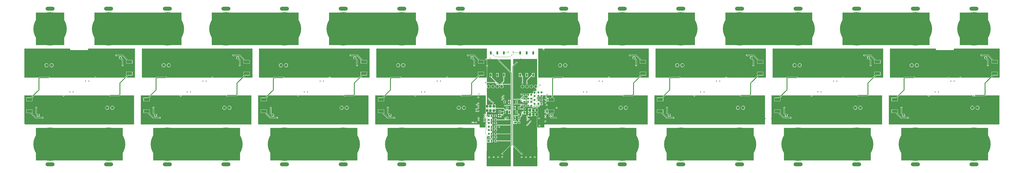
<source format=gbl>
G04*
G04 #@! TF.GenerationSoftware,Altium Limited,Altium Designer,19.0.13 (425)*
G04*
G04 Layer_Physical_Order=4*
G04 Layer_Color=16711680*
%FSLAX25Y25*%
%MOIN*%
G70*
G01*
G75*
%ADD16R,0.03150X0.02953*%
%ADD17R,0.02953X0.03150*%
%ADD21R,0.02362X0.03937*%
%ADD45C,0.00400*%
%ADD46C,0.01000*%
%ADD47C,0.01200*%
%ADD48C,0.50000*%
%ADD49C,0.05118*%
G04:AMPARAMS|DCode=51|XSize=137.8mil|YSize=59.06mil|CornerRadius=29.53mil|HoleSize=0mil|Usage=FLASHONLY|Rotation=180.000|XOffset=0mil|YOffset=0mil|HoleType=Round|Shape=RoundedRectangle|*
%AMROUNDEDRECTD51*
21,1,0.13780,0.00000,0,0,180.0*
21,1,0.07874,0.05906,0,0,180.0*
1,1,0.05906,-0.03937,0.00000*
1,1,0.05906,0.03937,0.00000*
1,1,0.05906,0.03937,0.00000*
1,1,0.05906,-0.03937,0.00000*
%
%ADD51ROUNDEDRECTD51*%
%ADD52C,0.01772*%
%ADD53C,0.04724*%
%ADD55R,0.30000X0.25000*%
%ADD56R,0.08661X0.04724*%
G04:AMPARAMS|DCode=57|XSize=39.37mil|YSize=39.37mil|CornerRadius=3.94mil|HoleSize=0mil|Usage=FLASHONLY|Rotation=180.000|XOffset=0mil|YOffset=0mil|HoleType=Round|Shape=RoundedRectangle|*
%AMROUNDEDRECTD57*
21,1,0.03937,0.03150,0,0,180.0*
21,1,0.03150,0.03937,0,0,180.0*
1,1,0.00787,-0.01575,0.01575*
1,1,0.00787,0.01575,0.01575*
1,1,0.00787,0.01575,-0.01575*
1,1,0.00787,-0.01575,-0.01575*
%
%ADD57ROUNDEDRECTD57*%
%ADD58R,0.02992X0.05000*%
%ADD59R,0.43307X0.50000*%
%ADD60C,0.51181*%
G36*
X746827Y13780D02*
X735166D01*
X734975Y14242D01*
X736475Y15742D01*
X736696Y16073D01*
X736774Y16463D01*
Y17120D01*
X743904D01*
Y22644D01*
X734443D01*
Y17120D01*
X734443D01*
X734469Y16620D01*
X731629Y13780D01*
X688561D01*
X688319Y14075D01*
X688219Y14577D01*
X687935Y15002D01*
X687510Y15286D01*
X687008Y15386D01*
X686506Y15286D01*
X686081Y15002D01*
X685797Y14577D01*
X685697Y14075D01*
X685455Y13780D01*
X669737D01*
X669715Y13887D01*
X669431Y14313D01*
X669006Y14597D01*
X668504Y14697D01*
X668002Y14597D01*
X667577Y14313D01*
X667293Y13887D01*
X667271Y13780D01*
X617061D01*
X616961Y14281D01*
X616677Y14706D01*
X616251Y14991D01*
X615750Y15090D01*
X615248Y14991D01*
X614961Y14799D01*
X601975D01*
X601585Y14721D01*
X601254Y14501D01*
X600533Y13780D01*
X578740D01*
Y58246D01*
X649308D01*
Y57087D01*
X649399Y56626D01*
X649660Y56235D01*
X650051Y55974D01*
X650512Y55882D01*
X675512D01*
X675973Y55974D01*
X676363Y56235D01*
X676624Y56626D01*
X676716Y57087D01*
Y58246D01*
X746827D01*
Y13780D01*
D02*
G37*
G36*
X-577559D02*
X-590031D01*
X-590222Y14242D01*
X-588722Y15742D01*
X-588501Y16073D01*
X-588423Y16463D01*
Y17120D01*
X-581293D01*
Y22644D01*
X-590754D01*
Y17120D01*
X-590754D01*
X-590727Y16620D01*
X-593568Y13780D01*
X-636878D01*
X-636978Y14281D01*
X-637262Y14706D01*
X-637687Y14991D01*
X-638189Y15090D01*
X-638691Y14991D01*
X-639116Y14706D01*
X-639400Y14281D01*
X-639500Y13780D01*
X-708136D01*
X-708236Y14281D01*
X-708520Y14706D01*
X-708946Y14991D01*
X-709447Y15090D01*
X-709949Y14991D01*
X-710236Y14799D01*
X-723222D01*
X-723612Y14721D01*
X-723943Y14501D01*
X-724664Y13780D01*
X-746827D01*
Y58246D01*
X-676716D01*
Y57087D01*
X-676624Y56626D01*
X-676363Y56235D01*
X-675973Y55974D01*
X-675512Y55882D01*
X-650512D01*
X-650051Y55974D01*
X-649660Y56235D01*
X-649399Y56626D01*
X-649308Y57087D01*
Y58246D01*
X-577559D01*
Y13780D01*
D02*
G37*
G36*
X209449D02*
X196583D01*
X196392Y14242D01*
X197893Y15742D01*
X198114Y16073D01*
X198191Y16463D01*
Y17120D01*
X205321D01*
Y22644D01*
X195860D01*
Y17120D01*
X195860D01*
X195887Y16620D01*
X193046Y13780D01*
X149978D01*
X149736Y14075D01*
X149636Y14577D01*
X149352Y15002D01*
X148927Y15286D01*
X148425Y15386D01*
X147924Y15286D01*
X147498Y15002D01*
X147214Y14577D01*
X147114Y14075D01*
X146872Y13780D01*
X78478D01*
X78378Y14281D01*
X78094Y14706D01*
X77668Y14991D01*
X77167Y15090D01*
X76665Y14991D01*
X76378Y14799D01*
X63392D01*
X63002Y14721D01*
X62671Y14501D01*
X61950Y13780D01*
X40157D01*
Y58246D01*
X46855D01*
X47122Y57746D01*
X47017Y57588D01*
X46917Y57087D01*
X47017Y56585D01*
X47301Y56160D01*
X47727Y55875D01*
X48228Y55776D01*
X48730Y55875D01*
X49155Y56160D01*
X49440Y56585D01*
X49539Y57087D01*
X49440Y57588D01*
X49334Y57746D01*
X49602Y58246D01*
X209449D01*
Y13780D01*
D02*
G37*
G36*
X-38583Y43262D02*
X-39083Y42986D01*
X-39469Y43063D01*
X-39970Y42963D01*
X-40396Y42679D01*
X-40680Y42254D01*
X-40780Y41752D01*
X-40680Y41250D01*
X-40396Y40825D01*
X-39970Y40541D01*
X-39469Y40441D01*
X-39083Y40518D01*
X-38583Y40242D01*
Y32980D01*
X-38668Y32963D01*
X-39094Y32679D01*
X-39378Y32254D01*
X-39478Y31752D01*
X-39378Y31250D01*
X-39094Y30825D01*
X-38668Y30541D01*
X-38583Y30524D01*
Y27125D01*
X-38613Y27080D01*
X-38713Y26578D01*
X-38613Y26077D01*
X-38583Y26032D01*
Y13780D01*
X-51448D01*
X-51639Y14242D01*
X-50139Y15742D01*
X-49918Y16073D01*
X-49840Y16463D01*
Y17120D01*
X-42710D01*
Y22644D01*
X-52171D01*
Y17120D01*
X-52171D01*
X-52145Y16620D01*
X-54985Y13780D01*
X-98053D01*
X-98295Y14075D01*
X-98395Y14577D01*
X-98679Y15002D01*
X-99105Y15286D01*
X-99606Y15386D01*
X-100108Y15286D01*
X-100533Y15002D01*
X-100818Y14577D01*
X-100917Y14075D01*
X-101160Y13780D01*
X-169554D01*
X-169653Y14281D01*
X-169938Y14706D01*
X-170363Y14991D01*
X-170865Y15090D01*
X-171366Y14991D01*
X-171653Y14799D01*
X-184639D01*
X-185029Y14721D01*
X-185360Y14501D01*
X-186081Y13780D01*
X-207874D01*
Y58246D01*
X-38583D01*
Y43262D01*
D02*
G37*
G36*
X38592Y42245D02*
X38613Y2162D01*
X38113Y2029D01*
X37613Y2413D01*
X36941Y2691D01*
X36220Y2786D01*
X35499Y2691D01*
X34827Y2413D01*
X34250Y1970D01*
X33808Y1393D01*
X33529Y721D01*
X33434Y0D01*
X33529Y-721D01*
X33808Y-1393D01*
X34250Y-1970D01*
X34827Y-2413D01*
X35499Y-2691D01*
X36220Y-2786D01*
X36391Y-2764D01*
X36752Y-3220D01*
Y-6618D01*
X36424Y-6982D01*
X36252Y-6982D01*
X32474D01*
Y-10148D01*
X32004Y-10221D01*
X31974Y-10221D01*
X30028D01*
Y-12795D01*
X29028D01*
Y-10221D01*
X27051D01*
Y-10847D01*
X26581Y-10919D01*
X26551Y-10919D01*
X22632D01*
Y-14672D01*
X24154D01*
Y-16824D01*
X22632D01*
Y-20577D01*
X22145Y-20610D01*
X21529D01*
X20676Y-19757D01*
Y-16824D01*
X16726D01*
Y-19036D01*
X15622D01*
X15400Y-18536D01*
X15484Y-18110D01*
X15384Y-17608D01*
X15153Y-17262D01*
X17743Y-14672D01*
X20676D01*
Y-10919D01*
X16726D01*
Y-13852D01*
X13971Y-16607D01*
X13866Y-16860D01*
X13671Y-16899D01*
X13246Y-17183D01*
X12962Y-17608D01*
X12862Y-18110D01*
X12947Y-18536D01*
X12724Y-19036D01*
X2099D01*
Y30565D01*
X6977Y35443D01*
X6988Y35441D01*
X7490Y35541D01*
X7915Y35825D01*
X8199Y36250D01*
X8299Y36752D01*
X8199Y37254D01*
X7915Y37679D01*
X7490Y37963D01*
X6988Y38063D01*
X6487Y37963D01*
X6061Y37679D01*
X5777Y37254D01*
X5677Y36752D01*
X5679Y36741D01*
X2431Y33492D01*
X1969Y33683D01*
Y42246D01*
X38592Y42245D01*
D02*
G37*
G36*
X-1969Y23605D02*
X-2430Y23413D01*
X-20307Y41290D01*
X-20116Y41752D01*
X-1968Y41752D01*
X-1969Y23605D01*
D02*
G37*
G36*
X568504Y13780D02*
X555639D01*
X555447Y14242D01*
X556948Y15742D01*
X557169Y16073D01*
X557246Y16463D01*
Y17120D01*
X564376D01*
Y22644D01*
X554915D01*
Y17120D01*
X554915D01*
X554942Y16620D01*
X552101Y13780D01*
X508774D01*
X508693Y13878D01*
X508593Y14380D01*
X508309Y14805D01*
X507884Y15089D01*
X507382Y15189D01*
X506880Y15089D01*
X506455Y14805D01*
X506171Y14380D01*
X506071Y13878D01*
X505990Y13780D01*
X437533D01*
X437433Y14281D01*
X437149Y14706D01*
X436724Y14991D01*
X436222Y15090D01*
X435720Y14991D01*
X435433Y14799D01*
X422447D01*
X422057Y14721D01*
X421726Y14501D01*
X421005Y13780D01*
X399213D01*
Y58246D01*
X568504D01*
Y13780D01*
D02*
G37*
G36*
X388976D02*
X376111D01*
X375920Y14242D01*
X377420Y15742D01*
X377641Y16073D01*
X377719Y16463D01*
Y17120D01*
X384849D01*
Y22644D01*
X375388D01*
Y17120D01*
X375388D01*
X375414Y16620D01*
X372574Y13780D01*
X329579D01*
X329262Y14166D01*
X329264Y14173D01*
X329164Y14675D01*
X328880Y15100D01*
X328454Y15384D01*
X327953Y15484D01*
X327451Y15384D01*
X327026Y15100D01*
X326742Y14675D01*
X326642Y14173D01*
X326643Y14166D01*
X326326Y13780D01*
X258005D01*
X257906Y14281D01*
X257621Y14706D01*
X257196Y14991D01*
X256694Y15090D01*
X256193Y14991D01*
X255906Y14799D01*
X242920D01*
X242530Y14721D01*
X242199Y14501D01*
X241478Y13780D01*
X219685D01*
Y58246D01*
X388976D01*
Y13780D01*
D02*
G37*
G36*
X-218110D02*
X-230976D01*
X-231167Y14242D01*
X-229666Y15742D01*
X-229445Y16073D01*
X-229368Y16463D01*
Y17120D01*
X-222238D01*
Y22644D01*
X-231699D01*
Y17120D01*
X-231699D01*
X-231672Y16620D01*
X-234513Y13780D01*
X-277507D01*
X-277824Y14166D01*
X-277823Y14173D01*
X-277923Y14675D01*
X-278207Y15100D01*
X-278632Y15384D01*
X-279134Y15484D01*
X-279636Y15384D01*
X-280061Y15100D01*
X-280345Y14675D01*
X-280445Y14173D01*
X-280443Y14166D01*
X-280761Y13780D01*
X-349081D01*
X-349181Y14281D01*
X-349465Y14706D01*
X-349891Y14991D01*
X-350392Y15090D01*
X-350894Y14991D01*
X-351181Y14799D01*
X-364167D01*
X-364557Y14721D01*
X-364888Y14501D01*
X-365609Y13780D01*
X-387402D01*
Y58246D01*
X-218110D01*
Y13780D01*
D02*
G37*
G36*
X-397638D02*
X-410503D01*
X-410695Y14242D01*
X-409194Y15742D01*
X-408973Y16073D01*
X-408895Y16463D01*
Y17120D01*
X-401765D01*
Y22644D01*
X-411226D01*
Y17120D01*
X-411226D01*
X-411200Y16620D01*
X-414040Y13780D01*
X-457108D01*
X-457350Y14075D01*
X-457450Y14577D01*
X-457734Y15002D01*
X-458160Y15286D01*
X-458661Y15386D01*
X-459163Y15286D01*
X-459588Y15002D01*
X-459873Y14577D01*
X-459972Y14075D01*
X-460215Y13780D01*
X-528609D01*
X-528709Y14281D01*
X-528993Y14706D01*
X-529418Y14991D01*
X-529920Y15090D01*
X-530421Y14991D01*
X-530708Y14799D01*
X-543694D01*
X-544085Y14721D01*
X-544415Y14501D01*
X-545136Y13780D01*
X-566929D01*
Y58246D01*
X-397638D01*
Y13780D01*
D02*
G37*
G36*
X-2099Y20486D02*
Y4115D01*
X-14133D01*
X-14432Y4615D01*
X-14365Y4951D01*
X-14430Y5279D01*
X-11910Y7799D01*
X-11719Y8258D01*
Y14817D01*
X-10473D01*
Y20617D01*
X-14265D01*
Y14817D01*
X-13018D01*
Y8527D01*
X-15349Y6197D01*
X-15676Y6262D01*
X-16178Y6162D01*
X-16603Y5878D01*
X-16887Y5453D01*
X-16987Y4951D01*
X-16920Y4615D01*
X-17219Y4115D01*
X-20826D01*
X-21125Y4615D01*
X-21058Y4951D01*
X-21158Y5453D01*
X-21442Y5878D01*
X-21867Y6162D01*
X-22369Y6262D01*
X-22696Y6197D01*
X-30854Y14355D01*
X-30663Y14817D01*
X-30473D01*
Y20617D01*
X-34265D01*
Y14817D01*
X-32963D01*
X-32828Y14492D01*
X-25368Y7031D01*
X-25598Y6555D01*
X-38257D01*
X-38611Y6909D01*
X-38607Y13347D01*
X-38583D01*
X-38276Y13473D01*
X-38150Y13780D01*
Y26032D01*
X-38193Y26136D01*
X-38188Y26161D01*
X-38271Y26578D01*
X-38188Y26996D01*
X-38193Y27020D01*
X-38150Y27125D01*
Y30444D01*
X-37665Y30541D01*
X-37240Y30825D01*
X-36955Y31250D01*
X-36856Y31752D01*
X-36955Y32254D01*
X-37240Y32679D01*
X-37665Y32963D01*
X-38150Y33060D01*
Y40242D01*
X-38174Y40300D01*
X-38167Y40362D01*
X-38043Y40676D01*
X-37910Y40834D01*
X-22447D01*
X-2099Y20486D01*
D02*
G37*
G36*
X-23521Y3084D02*
X-23525Y2708D01*
X-23576Y2520D01*
X-23834Y2413D01*
X-24411Y1970D01*
X-24854Y1393D01*
X-25132Y721D01*
X-25227Y0D01*
X-25132Y-721D01*
X-24854Y-1393D01*
X-24411Y-1970D01*
X-23834Y-2413D01*
X-23162Y-2691D01*
X-22441Y-2786D01*
X-21720Y-2691D01*
X-21048Y-2413D01*
X-20471Y-1970D01*
X-20028Y-1393D01*
X-19750Y-721D01*
X-19655Y0D01*
X-19750Y721D01*
X-20028Y1393D01*
X-20471Y1970D01*
X-20922Y2316D01*
X-20767Y2816D01*
X-17422D01*
X-17267Y2316D01*
X-17718Y1970D01*
X-18161Y1393D01*
X-18439Y721D01*
X-18534Y0D01*
X-18439Y-721D01*
X-18161Y-1393D01*
X-17718Y-1970D01*
X-17141Y-2413D01*
X-16469Y-2691D01*
X-15748Y-2786D01*
X-15027Y-2691D01*
X-14355Y-2413D01*
X-13778Y-1970D01*
X-13335Y-1393D01*
X-13057Y-721D01*
X-12962Y0D01*
X-13057Y721D01*
X-13335Y1393D01*
X-13778Y1970D01*
X-14229Y2316D01*
X-14074Y2816D01*
X-2099D01*
Y-20654D01*
X-3240D01*
Y-23622D01*
Y-26591D01*
X-2099D01*
Y-28484D01*
X-9714D01*
X-9900Y-28207D01*
X-10325Y-27923D01*
X-10827Y-27823D01*
X-11328Y-27923D01*
X-11754Y-28207D01*
X-12038Y-28632D01*
X-12138Y-29134D01*
X-12038Y-29636D01*
X-11754Y-30061D01*
X-11328Y-30345D01*
X-10827Y-30445D01*
X-10325Y-30345D01*
X-9900Y-30061D01*
X-9714Y-29783D01*
X-2099D01*
Y-35571D01*
X-5454D01*
X-5899Y-35439D01*
X-5899Y-35071D01*
Y-30702D01*
X-9061D01*
X-9061Y-35439D01*
X-9507Y-35571D01*
X-9967D01*
X-12336Y-33202D01*
X-12795Y-33012D01*
X-24850D01*
X-25117Y-32512D01*
X-25065Y-32434D01*
X-24957Y-31890D01*
Y-30815D01*
X-27953D01*
Y-30315D01*
X-28453D01*
Y-27319D01*
X-29528D01*
X-30071Y-27427D01*
X-30532Y-27735D01*
X-30595Y-27829D01*
X-31186Y-27992D01*
X-31496Y-27931D01*
X-34646D01*
X-34955Y-27992D01*
X-35218Y-28168D01*
X-35365Y-28388D01*
X-35630Y-28414D01*
X-35895Y-28388D01*
X-36042Y-28168D01*
X-36305Y-27992D01*
X-36614Y-27931D01*
X-38276D01*
X-38629Y-27577D01*
X-38615Y-1725D01*
X-38115Y-1555D01*
X-37797Y-1970D01*
X-37220Y-2413D01*
X-36548Y-2691D01*
X-35827Y-2786D01*
X-35106Y-2691D01*
X-34434Y-2413D01*
X-33857Y-1970D01*
X-33414Y-1393D01*
X-33136Y-721D01*
X-33041Y0D01*
X-33136Y721D01*
X-33414Y1393D01*
X-33857Y1970D01*
X-34434Y2413D01*
X-35106Y2691D01*
X-35827Y2786D01*
X-36548Y2691D01*
X-37220Y2413D01*
X-37797Y1970D01*
X-38114Y1557D01*
X-38614Y1727D01*
X-38612Y5256D01*
X-25694D01*
X-23521Y3084D01*
D02*
G37*
G36*
X746457Y-57517D02*
X745728Y-58246D01*
X577165D01*
Y-13780D01*
X590031D01*
X590222Y-14242D01*
X588722Y-15742D01*
X588501Y-16073D01*
X588423Y-16463D01*
Y-17120D01*
X581293D01*
Y-22644D01*
X590754D01*
Y-17120D01*
X590754D01*
X590727Y-16620D01*
X593568Y-13780D01*
X636636D01*
X636878Y-14075D01*
X636978Y-14577D01*
X637262Y-15002D01*
X637687Y-15286D01*
X638189Y-15386D01*
X638691Y-15286D01*
X639116Y-15002D01*
X639400Y-14577D01*
X639500Y-14075D01*
X639742Y-13780D01*
X705066D01*
X705383Y-14166D01*
X705382Y-14173D01*
X705482Y-14675D01*
X705766Y-15100D01*
X706191Y-15384D01*
X706693Y-15484D01*
X707195Y-15384D01*
X707620Y-15100D01*
X707904Y-14675D01*
X708433Y-14577D01*
X708520Y-14706D01*
X708946Y-14991D01*
X709447Y-15090D01*
X709949Y-14991D01*
X710236Y-14799D01*
X723222D01*
X723612Y-14721D01*
X723943Y-14501D01*
X724664Y-13780D01*
X746457D01*
Y-57517D01*
D02*
G37*
G36*
X566929Y-58246D02*
X397638D01*
Y-13780D01*
X410503D01*
X410695Y-14242D01*
X409194Y-15742D01*
X408973Y-16073D01*
X408895Y-16463D01*
Y-17120D01*
X401765D01*
Y-22644D01*
X411226D01*
Y-17120D01*
X411226D01*
X411200Y-16620D01*
X414040Y-13780D01*
X457108D01*
X457350Y-14075D01*
X457450Y-14577D01*
X457734Y-15002D01*
X458160Y-15286D01*
X458661Y-15386D01*
X459163Y-15286D01*
X459588Y-15002D01*
X459873Y-14577D01*
X459972Y-14075D01*
X460215Y-13780D01*
X528609D01*
X528709Y-14281D01*
X528993Y-14706D01*
X529418Y-14991D01*
X529920Y-15090D01*
X530421Y-14991D01*
X530708Y-14799D01*
X543694D01*
X544085Y-14721D01*
X544415Y-14501D01*
X545136Y-13780D01*
X566929D01*
Y-58246D01*
D02*
G37*
G36*
X387402D02*
X218110D01*
Y-13780D01*
X230976D01*
X231167Y-14242D01*
X229666Y-15742D01*
X229445Y-16073D01*
X229368Y-16463D01*
Y-17120D01*
X222238D01*
Y-22644D01*
X231699D01*
Y-17120D01*
X231699D01*
X231672Y-16620D01*
X234513Y-13780D01*
X277704D01*
X278021Y-14166D01*
X278020Y-14173D01*
X278119Y-14675D01*
X278404Y-15100D01*
X278829Y-15384D01*
X279331Y-15484D01*
X279832Y-15384D01*
X280258Y-15100D01*
X280542Y-14675D01*
X280642Y-14173D01*
X280640Y-14166D01*
X280958Y-13780D01*
X349081D01*
X349181Y-14281D01*
X349465Y-14706D01*
X349891Y-14991D01*
X350392Y-15090D01*
X350894Y-14991D01*
X351181Y-14799D01*
X364167D01*
X364557Y-14721D01*
X364888Y-14501D01*
X365609Y-13780D01*
X387402D01*
Y-58246D01*
D02*
G37*
G36*
X207874D02*
X50394D01*
X50084Y-58307D01*
X49821Y-58483D01*
X49646Y-58745D01*
X49584Y-59055D01*
Y-62992D01*
X38583D01*
Y-45494D01*
X39370D01*
X39680Y-45433D01*
X39942Y-45257D01*
X40118Y-44995D01*
X40179Y-44685D01*
Y-41535D01*
X40118Y-41226D01*
X39942Y-40963D01*
X39680Y-40788D01*
X39370Y-40726D01*
X38583D01*
Y-38801D01*
X39370D01*
X39680Y-38740D01*
X39942Y-38564D01*
X40118Y-38302D01*
X40179Y-37992D01*
Y-34843D01*
X40118Y-34533D01*
X39942Y-34270D01*
X39680Y-34095D01*
X39370Y-34033D01*
X38583D01*
Y-32379D01*
X38870Y-32260D01*
X39607Y-31523D01*
X39800Y-31391D01*
X40242Y-31402D01*
X40272Y-31412D01*
X40443Y-31526D01*
X40945Y-31626D01*
X41447Y-31526D01*
X41872Y-31242D01*
X42156Y-30817D01*
X42256Y-30315D01*
X42171Y-29890D01*
X42394Y-29390D01*
X42679D01*
X43138Y-29199D01*
X43373Y-28965D01*
X43545Y-28550D01*
X47152D01*
Y-24600D01*
X43479D01*
X43373Y-24344D01*
X42191Y-23163D01*
X41909Y-23046D01*
X42008Y-22546D01*
X42329D01*
Y-18793D01*
X38583D01*
Y-17454D01*
X39396Y-16640D01*
X42329D01*
Y-15413D01*
X43399D01*
Y-16739D01*
X47152D01*
Y-13780D01*
X53779D01*
X53937Y-13811D01*
X54095Y-13780D01*
X60979D01*
Y-16713D01*
X60178Y-17514D01*
X55309D01*
Y-17952D01*
X55070Y-18030D01*
X54809Y-18035D01*
X54569Y-17675D01*
X54143Y-17391D01*
X53642Y-17291D01*
X53401Y-17339D01*
X53305Y-17224D01*
X53154Y-16879D01*
X53377Y-16545D01*
X53476Y-16043D01*
X53377Y-15542D01*
X53092Y-15116D01*
X52667Y-14832D01*
X52165Y-14732D01*
X51664Y-14832D01*
X51238Y-15116D01*
X50954Y-15542D01*
X50854Y-16043D01*
X50954Y-16545D01*
X51238Y-16970D01*
X51664Y-17255D01*
X52165Y-17354D01*
X52406Y-17307D01*
X52502Y-17421D01*
X52653Y-17767D01*
X52430Y-18101D01*
X52331Y-18602D01*
X52353Y-18714D01*
X51903Y-19015D01*
X51683Y-18868D01*
X51181Y-18768D01*
X50679Y-18868D01*
X50254Y-19152D01*
X49970Y-19577D01*
X49870Y-20079D01*
X49970Y-20580D01*
X50254Y-21006D01*
X50679Y-21290D01*
X51181Y-21390D01*
X51557Y-21315D01*
X51794Y-21520D01*
X51854Y-21589D01*
X51925Y-21713D01*
X51839Y-22146D01*
X51938Y-22647D01*
X52223Y-23073D01*
X52648Y-23357D01*
X53150Y-23457D01*
X53651Y-23357D01*
X54077Y-23073D01*
X54361Y-22647D01*
X54461Y-22146D01*
X54361Y-21644D01*
X54077Y-21219D01*
X53651Y-20934D01*
X53150Y-20835D01*
X52774Y-20909D01*
X52536Y-20705D01*
X52477Y-20635D01*
X52406Y-20512D01*
X52492Y-20079D01*
X52470Y-19967D01*
X52920Y-19667D01*
X53140Y-19814D01*
X53642Y-19913D01*
X54143Y-19814D01*
X54569Y-19529D01*
X54809Y-19170D01*
X55070Y-19175D01*
X55309Y-19253D01*
Y-23038D01*
X64770D01*
Y-17514D01*
X63329D01*
X63018Y-17135D01*
Y-13780D01*
X169554D01*
X169653Y-14281D01*
X169938Y-14706D01*
X170363Y-14991D01*
X170865Y-15090D01*
X171366Y-14991D01*
X171653Y-14799D01*
X184639D01*
X185029Y-14721D01*
X185360Y-14501D01*
X186081Y-13780D01*
X207874D01*
Y-58246D01*
D02*
G37*
G36*
X-40157Y-28049D02*
X-40336Y-28168D01*
X-40511Y-28431D01*
X-40573Y-28740D01*
Y-31890D01*
X-40511Y-32199D01*
X-40336Y-32462D01*
X-40157Y-32581D01*
Y-34742D01*
X-40336Y-34861D01*
X-40511Y-35123D01*
X-40573Y-35433D01*
Y-38583D01*
X-40511Y-38892D01*
X-40336Y-39155D01*
X-40157Y-39274D01*
Y-42816D01*
X-40657Y-43058D01*
X-40716Y-43012D01*
X-40719Y-43001D01*
X-40816Y-42510D01*
X-41100Y-42085D01*
X-41526Y-41801D01*
X-42028Y-41701D01*
X-42529Y-41801D01*
X-42955Y-42085D01*
X-43239Y-42510D01*
X-43339Y-43012D01*
X-43239Y-43514D01*
X-42955Y-43939D01*
X-42529Y-44223D01*
X-42028Y-44323D01*
X-41700Y-44258D01*
X-41183Y-44775D01*
X-41502Y-45163D01*
X-41526Y-45147D01*
X-42028Y-45047D01*
X-42529Y-45147D01*
X-42955Y-45431D01*
X-43239Y-45857D01*
X-43339Y-46358D01*
X-43239Y-46860D01*
X-42955Y-47285D01*
X-42529Y-47570D01*
X-42028Y-47669D01*
X-41700Y-47604D01*
X-40157Y-49147D01*
Y-57583D01*
X-40354Y-57744D01*
X-40856Y-57844D01*
X-41281Y-58128D01*
X-41566Y-58553D01*
X-41665Y-59055D01*
X-41566Y-59557D01*
X-41281Y-59982D01*
X-41004Y-60168D01*
Y-62992D01*
X-49584D01*
Y-59055D01*
X-49646Y-58745D01*
X-49821Y-58483D01*
X-50084Y-58307D01*
X-50394Y-58246D01*
X-209449D01*
Y-13780D01*
X-196583D01*
X-196392Y-14242D01*
X-197893Y-15742D01*
X-198114Y-16073D01*
X-198191Y-16463D01*
Y-17120D01*
X-205321D01*
Y-22644D01*
X-195860D01*
Y-17120D01*
X-195860D01*
X-195887Y-16620D01*
X-193046Y-13780D01*
X-149736D01*
X-149636Y-14281D01*
X-149352Y-14706D01*
X-148927Y-14991D01*
X-148425Y-15090D01*
X-147924Y-14991D01*
X-147498Y-14706D01*
X-147214Y-14281D01*
X-147114Y-13780D01*
X-78478D01*
X-78378Y-14281D01*
X-78094Y-14706D01*
X-77668Y-14991D01*
X-77167Y-15090D01*
X-76665Y-14991D01*
X-76378Y-14799D01*
X-63392D01*
X-63002Y-14721D01*
X-62671Y-14501D01*
X-61950Y-13780D01*
X-40157D01*
Y-28049D01*
D02*
G37*
G36*
X-219685Y-58246D02*
X-388976D01*
Y-13780D01*
X-376111D01*
X-375920Y-14242D01*
X-377420Y-15742D01*
X-377641Y-16073D01*
X-377719Y-16463D01*
Y-17120D01*
X-384849D01*
Y-22644D01*
X-375388D01*
Y-17120D01*
X-375388D01*
X-375414Y-16620D01*
X-372574Y-13780D01*
X-328870D01*
X-328770Y-14281D01*
X-328486Y-14706D01*
X-328061Y-14991D01*
X-327559Y-15090D01*
X-327057Y-14991D01*
X-326632Y-14706D01*
X-326348Y-14281D01*
X-326248Y-13780D01*
X-258005D01*
X-257906Y-14281D01*
X-257621Y-14706D01*
X-257196Y-14991D01*
X-256694Y-15090D01*
X-256193Y-14991D01*
X-255906Y-14799D01*
X-242920D01*
X-242530Y-14721D01*
X-242199Y-14501D01*
X-241478Y-13780D01*
X-219685D01*
Y-58246D01*
D02*
G37*
G36*
X-399213D02*
X-568504D01*
Y-13780D01*
X-555639D01*
X-555447Y-14242D01*
X-556948Y-15742D01*
X-557169Y-16073D01*
X-557246Y-16463D01*
Y-17120D01*
X-564376D01*
Y-22644D01*
X-554915D01*
Y-17120D01*
X-554915D01*
X-554942Y-16620D01*
X-552101Y-13780D01*
X-509107D01*
X-508790Y-14166D01*
X-508791Y-14173D01*
X-508692Y-14675D01*
X-508407Y-15100D01*
X-507982Y-15384D01*
X-507480Y-15484D01*
X-506979Y-15384D01*
X-506553Y-15100D01*
X-506269Y-14675D01*
X-506169Y-14173D01*
X-506171Y-14166D01*
X-505854Y-13780D01*
X-437533D01*
X-437433Y-14281D01*
X-437149Y-14706D01*
X-436724Y-14991D01*
X-436222Y-15090D01*
X-435720Y-14991D01*
X-435433Y-14799D01*
X-422447D01*
X-422057Y-14721D01*
X-421726Y-14501D01*
X-421005Y-13780D01*
X-399213D01*
Y-58246D01*
D02*
G37*
G36*
X-578740D02*
X-745728D01*
X-746827Y-57146D01*
Y-13780D01*
X-735166D01*
X-734975Y-14242D01*
X-736475Y-15742D01*
X-736696Y-16073D01*
X-736774Y-16463D01*
Y-17120D01*
X-743904D01*
Y-22644D01*
X-734443D01*
Y-17120D01*
X-734443D01*
X-734469Y-16620D01*
X-731629Y-13780D01*
X-688635D01*
X-688317Y-14166D01*
X-688319Y-14173D01*
X-688219Y-14675D01*
X-687935Y-15100D01*
X-687510Y-15384D01*
X-687008Y-15484D01*
X-686506Y-15384D01*
X-686081Y-15100D01*
X-685797Y-14675D01*
X-685697Y-14173D01*
X-685698Y-14166D01*
X-685381Y-13780D01*
X-617061D01*
X-616961Y-14281D01*
X-616677Y-14706D01*
X-616251Y-14991D01*
X-615750Y-15090D01*
X-615248Y-14991D01*
X-614961Y-14799D01*
X-601975D01*
X-601585Y-14721D01*
X-601254Y-14501D01*
X-600533Y-13780D01*
X-578740D01*
Y-58246D01*
D02*
G37*
G36*
X13043Y-20456D02*
X13174Y-20834D01*
X12962Y-21152D01*
X12862Y-21654D01*
X12962Y-22155D01*
X13246Y-22581D01*
X13671Y-22865D01*
X14173Y-22964D01*
X14501Y-22899D01*
X15683Y-24081D01*
X16142Y-24272D01*
X16726D01*
Y-25498D01*
X20676D01*
Y-22208D01*
X20712Y-22147D01*
X21176Y-21874D01*
X21260Y-21909D01*
X21260Y-21909D01*
X22632D01*
Y-25498D01*
X23957D01*
Y-27651D01*
X22632D01*
Y-31404D01*
X26581D01*
Y-30177D01*
X27651D01*
Y-31502D01*
X30584D01*
X31824Y-32743D01*
X32283Y-32933D01*
X32743Y-32743D01*
X32933Y-32283D01*
Y-32275D01*
X33395Y-32084D01*
X33571Y-32260D01*
X34030Y-32450D01*
X35261D01*
X35720Y-32260D01*
X36220Y-31760D01*
X36721Y-32260D01*
X37180Y-32450D01*
X38150D01*
Y-34033D01*
X36220D01*
X35911Y-34095D01*
X35648Y-34270D01*
X35501Y-34491D01*
X35236Y-34516D01*
X34971Y-34491D01*
X34824Y-34270D01*
X34562Y-34095D01*
X34252Y-34033D01*
X31102D01*
X30793Y-34095D01*
X30201Y-33931D01*
X30139Y-33838D01*
X29678Y-33530D01*
X29134Y-33421D01*
X28059D01*
Y-36417D01*
Y-39413D01*
X29134D01*
X29678Y-39305D01*
X30139Y-38997D01*
X30201Y-38903D01*
X30793Y-38740D01*
X31102Y-38801D01*
X34252D01*
X34562Y-38740D01*
X34824Y-38564D01*
X34971Y-38344D01*
X35236Y-38319D01*
X35501Y-38344D01*
X35648Y-38564D01*
X35911Y-38740D01*
X36220Y-38801D01*
X38150D01*
Y-40726D01*
X36220D01*
X35911Y-40788D01*
X35648Y-40963D01*
X35501Y-41184D01*
X35236Y-41209D01*
X34971Y-41184D01*
X34824Y-40963D01*
X34562Y-40788D01*
X34252Y-40726D01*
X31102D01*
X30793Y-40788D01*
X30201Y-40624D01*
X30139Y-40531D01*
X29678Y-40223D01*
X29134Y-40114D01*
X28059D01*
Y-43110D01*
Y-46106D01*
X29134D01*
X29678Y-45998D01*
X30139Y-45690D01*
X30201Y-45596D01*
X30793Y-45433D01*
X31102Y-45494D01*
X34252D01*
X34562Y-45433D01*
X34824Y-45257D01*
X34971Y-45037D01*
X35236Y-45012D01*
X35501Y-45037D01*
X35648Y-45257D01*
X35911Y-45433D01*
X36220Y-45494D01*
X38150D01*
Y-62992D01*
X38276Y-63298D01*
X38583Y-63425D01*
X38649D01*
X38680Y-122458D01*
X38327Y-122811D01*
X1969D01*
X1969Y-92502D01*
X2431Y-92311D01*
X13455Y-103335D01*
X13453Y-103347D01*
X13553Y-103848D01*
X13837Y-104273D01*
X14262Y-104558D01*
X14764Y-104657D01*
X15266Y-104558D01*
X15691Y-104273D01*
X15975Y-103848D01*
X16075Y-103347D01*
X15975Y-102845D01*
X15691Y-102419D01*
X15266Y-102135D01*
X14764Y-102035D01*
X14753Y-102038D01*
X2099Y-89384D01*
Y-58242D01*
X2146Y-57762D01*
X2599Y-57762D01*
X4221D01*
Y-55286D01*
Y-52809D01*
X2146Y-52809D01*
X2099Y-52329D01*
Y-51787D01*
X2847D01*
Y-48819D01*
Y-45850D01*
X2099D01*
Y-45335D01*
X8563D01*
X9022Y-45144D01*
X9909Y-44258D01*
X10236Y-44323D01*
X10738Y-44223D01*
X11163Y-43939D01*
X11447Y-43514D01*
X11547Y-43012D01*
X11447Y-42510D01*
X11163Y-42085D01*
X10738Y-41801D01*
X10236Y-41701D01*
X9735Y-41801D01*
X9309Y-42085D01*
X9025Y-42510D01*
X8925Y-43012D01*
X8990Y-43339D01*
X8294Y-44036D01*
X2099D01*
Y-36039D01*
X2847D01*
Y-33071D01*
Y-30102D01*
X2099D01*
Y-27815D01*
X12775D01*
X13043Y-28315D01*
X12962Y-28435D01*
X12862Y-28937D01*
X12927Y-29264D01*
X11489Y-30702D01*
X9246D01*
Y-35439D01*
X12408D01*
Y-35182D01*
X16824D01*
Y-36508D01*
X20577D01*
Y-32558D01*
X16824D01*
Y-33883D01*
X12408D01*
Y-31621D01*
X13846Y-30183D01*
X14173Y-30248D01*
X14675Y-30148D01*
X15100Y-29864D01*
X15384Y-29439D01*
X15484Y-28937D01*
X15384Y-28435D01*
X15304Y-28315D01*
X15571Y-27815D01*
X16070D01*
X16726Y-28471D01*
Y-31404D01*
X20676D01*
Y-28371D01*
X20725Y-28251D01*
Y-28054D01*
X20676Y-27935D01*
Y-27651D01*
X20558D01*
X20536Y-27598D01*
X20535Y-27595D01*
X20076Y-27405D01*
X19616Y-27595D01*
X19615Y-27598D01*
X19593Y-27651D01*
X17743D01*
X16798Y-26706D01*
X16339Y-26516D01*
X2099D01*
Y-20335D01*
X12953D01*
X13043Y-20456D01*
D02*
G37*
G36*
X-10874Y-36502D02*
X-11081Y-37002D01*
X-12802D01*
Y-38198D01*
X-16882D01*
Y-36873D01*
X-20634D01*
Y-40823D01*
X-16882D01*
Y-39497D01*
X-12802D01*
Y-41017D01*
X-14240Y-42455D01*
X-14567Y-42390D01*
X-15069Y-42490D01*
X-15494Y-42774D01*
X-15778Y-43199D01*
X-15782Y-43217D01*
X-16282Y-43167D01*
Y-42179D01*
X-18258D01*
Y-44253D01*
X-16282D01*
Y-44234D01*
X-15782Y-44185D01*
X-15778Y-44203D01*
X-15494Y-44628D01*
X-15069Y-44912D01*
X-14567Y-45012D01*
X-14065Y-44912D01*
X-13640Y-44628D01*
X-13356Y-44203D01*
X-13256Y-43701D01*
X-13321Y-43373D01*
X-11686Y-41739D01*
X-9639D01*
X-9639Y-37002D01*
X-9194Y-36870D01*
X-5921D01*
Y-38870D01*
X-3740D01*
Y-39370D01*
X-3240D01*
Y-42339D01*
X-2099D01*
Y-50532D01*
X-5844D01*
X-5899Y-50495D01*
Y-49356D01*
X-5875Y-49321D01*
X-5776Y-48819D01*
X-5875Y-48317D01*
X-5899Y-48281D01*
Y-46450D01*
X-9061D01*
Y-48090D01*
X-9561Y-48242D01*
X-9703Y-48030D01*
X-10128Y-47746D01*
X-10630Y-47646D01*
X-11132Y-47746D01*
X-11557Y-48030D01*
X-11841Y-48455D01*
X-11941Y-48957D01*
X-11841Y-49459D01*
X-11557Y-49884D01*
X-11279Y-50069D01*
Y-50738D01*
X-23222D01*
Y-49305D01*
X-27172D01*
Y-53057D01*
X-23222D01*
Y-52037D01*
X-6051D01*
X-5592Y-51847D01*
X-5575Y-51831D01*
X-2099D01*
Y-58799D01*
X-22638D01*
X-23097Y-58990D01*
X-24239Y-60132D01*
X-27172D01*
Y-63884D01*
X-23222D01*
Y-60952D01*
X-22369Y-60098D01*
X-2099D01*
Y-72185D01*
X-23222D01*
Y-70958D01*
X-27172D01*
Y-74711D01*
X-23222D01*
Y-73484D01*
X-2099D01*
Y-83012D01*
X-23222D01*
Y-81785D01*
X-27172D01*
Y-85538D01*
X-23222D01*
Y-84311D01*
X-2099D01*
Y-89581D01*
X-14556Y-102038D01*
X-14567Y-102035D01*
X-15069Y-102135D01*
X-15494Y-102419D01*
X-15778Y-102845D01*
X-15878Y-103347D01*
X-15778Y-103848D01*
X-15494Y-104273D01*
X-15069Y-104558D01*
X-14567Y-104657D01*
X-14065Y-104558D01*
X-13640Y-104273D01*
X-13356Y-103848D01*
X-13256Y-103347D01*
X-13258Y-103335D01*
X-2430Y-92508D01*
X-1969Y-92699D01*
X-1969Y-122811D01*
X-38327D01*
X-38680Y-122458D01*
X-38655Y-76105D01*
X-38193Y-75914D01*
X-37309Y-76798D01*
Y-79731D01*
X-33557D01*
Y-79682D01*
X-33077Y-79632D01*
Y-79632D01*
X-31752D01*
Y-81785D01*
X-32957D01*
Y-81087D01*
X-34933D01*
Y-83661D01*
Y-86236D01*
X-32957D01*
Y-85538D01*
X-29128D01*
Y-81785D01*
X-30453D01*
Y-79632D01*
X-29128D01*
Y-75880D01*
X-32884D01*
X-32957Y-75410D01*
X-32957Y-75409D01*
X-32957Y-75409D01*
Y-74711D01*
X-29128D01*
Y-70958D01*
X-30453D01*
Y-68805D01*
X-29128D01*
Y-65053D01*
X-32884D01*
X-32957Y-64583D01*
X-32957Y-64583D01*
X-32957Y-64583D01*
Y-63884D01*
X-29128D01*
Y-60132D01*
X-30453D01*
Y-57979D01*
X-29128D01*
Y-54226D01*
X-32884D01*
X-32957Y-53756D01*
X-32957Y-53756D01*
X-32957Y-53756D01*
Y-53057D01*
X-29128D01*
Y-49305D01*
X-30453D01*
Y-47152D01*
X-29128D01*
Y-43399D01*
X-33077D01*
Y-43399D01*
X-33557Y-43350D01*
Y-43301D01*
X-37309D01*
Y-46104D01*
X-37809Y-46312D01*
X-38639Y-45482D01*
X-38636Y-39392D01*
X-36614D01*
X-36305Y-39330D01*
X-36042Y-39155D01*
X-35895Y-38935D01*
X-35630Y-38909D01*
X-35365Y-38935D01*
X-35218Y-39155D01*
X-34955Y-39330D01*
X-34646Y-39392D01*
X-31496D01*
X-31186Y-39330D01*
X-30595Y-39494D01*
X-30532Y-39588D01*
X-30071Y-39895D01*
X-29528Y-40004D01*
X-28453D01*
Y-37008D01*
X-27953D01*
Y-36508D01*
X-24957D01*
Y-35433D01*
X-25065Y-34889D01*
X-25117Y-34811D01*
X-24850Y-34311D01*
X-13064D01*
X-10874Y-36502D01*
D02*
G37*
%LPC*%
G36*
X718898Y49343D02*
X718396Y49243D01*
X717971Y48959D01*
X717686Y48533D01*
X717587Y48031D01*
X717686Y47530D01*
X717971Y47104D01*
X718396Y46820D01*
X718898Y46720D01*
X719399Y46820D01*
X719686Y47012D01*
X728712D01*
X734469Y41254D01*
X734443Y40754D01*
X734443D01*
Y35230D01*
X743904D01*
Y40754D01*
X736774D01*
Y41411D01*
X736696Y41801D01*
X736475Y42132D01*
X729855Y48752D01*
X729524Y48974D01*
X729134Y49051D01*
X719686D01*
X719399Y49243D01*
X718898Y49343D01*
D02*
G37*
G36*
X727368Y45971D02*
X723419D01*
Y42218D01*
X725828D01*
X727721Y40326D01*
Y33466D01*
X727529Y33179D01*
X727429Y32677D01*
X727529Y32175D01*
X727813Y31750D01*
X728238Y31466D01*
X728740Y31366D01*
X729242Y31466D01*
X729667Y31750D01*
X729951Y32175D01*
X730051Y32677D01*
X729951Y33179D01*
X729760Y33466D01*
Y40748D01*
X729682Y41138D01*
X729461Y41469D01*
X727368Y43562D01*
Y45971D01*
D02*
G37*
G36*
X620079Y35662D02*
X619306Y35560D01*
X618586Y35262D01*
X617968Y34788D01*
X617494Y34170D01*
X617196Y33450D01*
X617094Y32677D01*
X617196Y31905D01*
X617494Y31185D01*
X617968Y30567D01*
X618586Y30092D01*
X619306Y29794D01*
X620079Y29693D01*
X620851Y29794D01*
X621571Y30092D01*
X622189Y30567D01*
X622663Y31185D01*
X622962Y31905D01*
X623063Y32677D01*
X622962Y33450D01*
X622663Y34170D01*
X622189Y34788D01*
X621571Y35262D01*
X620851Y35560D01*
X620079Y35662D01*
D02*
G37*
G36*
X612205D02*
X611432Y35560D01*
X610712Y35262D01*
X610094Y34788D01*
X609620Y34170D01*
X609322Y33450D01*
X609220Y32677D01*
X609322Y31905D01*
X609620Y31185D01*
X610094Y30567D01*
X610712Y30092D01*
X611432Y29794D01*
X612205Y29693D01*
X612977Y29794D01*
X613697Y30092D01*
X614315Y30567D01*
X614789Y31185D01*
X615088Y31905D01*
X615189Y32677D01*
X615088Y33450D01*
X614789Y34170D01*
X614315Y34788D01*
X613697Y35262D01*
X612977Y35560D01*
X612205Y35662D01*
D02*
G37*
G36*
X-606299Y49343D02*
X-606801Y49243D01*
X-607226Y48959D01*
X-607510Y48533D01*
X-607610Y48031D01*
X-607510Y47530D01*
X-607226Y47104D01*
X-606801Y46820D01*
X-606299Y46720D01*
X-605797Y46820D01*
X-605511Y47012D01*
X-596485D01*
X-590727Y41254D01*
X-590754Y40754D01*
X-590754D01*
Y35230D01*
X-581293D01*
Y40754D01*
X-588423D01*
Y41411D01*
X-588501Y41801D01*
X-588722Y42132D01*
X-595342Y48752D01*
X-595673Y48974D01*
X-596063Y49051D01*
X-605511D01*
X-605797Y49243D01*
X-606299Y49343D01*
D02*
G37*
G36*
X-597828Y45971D02*
X-601778D01*
Y42218D01*
X-599369D01*
X-597476Y40326D01*
Y33466D01*
X-597668Y33179D01*
X-597768Y32677D01*
X-597668Y32175D01*
X-597384Y31750D01*
X-596958Y31466D01*
X-596457Y31366D01*
X-595955Y31466D01*
X-595530Y31750D01*
X-595246Y32175D01*
X-595146Y32677D01*
X-595246Y33179D01*
X-595437Y33466D01*
Y40748D01*
X-595515Y41138D01*
X-595736Y41469D01*
X-597828Y43562D01*
Y45971D01*
D02*
G37*
G36*
X-705118Y35662D02*
X-705891Y35560D01*
X-706610Y35262D01*
X-707229Y34788D01*
X-707703Y34170D01*
X-708001Y33450D01*
X-708103Y32677D01*
X-708001Y31905D01*
X-707703Y31185D01*
X-707229Y30567D01*
X-706610Y30092D01*
X-705891Y29794D01*
X-705118Y29693D01*
X-704346Y29794D01*
X-703626Y30092D01*
X-703008Y30567D01*
X-702533Y31185D01*
X-702235Y31905D01*
X-702134Y32677D01*
X-702235Y33450D01*
X-702533Y34170D01*
X-703008Y34788D01*
X-703626Y35262D01*
X-704346Y35560D01*
X-705118Y35662D01*
D02*
G37*
G36*
X-712992D02*
X-713765Y35560D01*
X-714484Y35262D01*
X-715102Y34788D01*
X-715577Y34170D01*
X-715875Y33450D01*
X-715977Y32677D01*
X-715875Y31905D01*
X-715577Y31185D01*
X-715102Y30567D01*
X-714484Y30092D01*
X-713765Y29794D01*
X-712992Y29693D01*
X-712220Y29794D01*
X-711500Y30092D01*
X-710882Y30567D01*
X-710407Y31185D01*
X-710109Y31905D01*
X-710007Y32677D01*
X-710109Y33450D01*
X-710407Y34170D01*
X-710882Y34788D01*
X-711500Y35262D01*
X-712220Y35560D01*
X-712992Y35662D01*
D02*
G37*
G36*
X180315Y49343D02*
X179813Y49243D01*
X179388Y48959D01*
X179104Y48533D01*
X179004Y48031D01*
X179104Y47530D01*
X179388Y47104D01*
X179813Y46820D01*
X180315Y46720D01*
X180817Y46820D01*
X181103Y47012D01*
X190129D01*
X195887Y41254D01*
X195860Y40754D01*
X195860D01*
Y35230D01*
X205321D01*
Y40754D01*
X198191D01*
Y41411D01*
X198114Y41801D01*
X197893Y42132D01*
X191272Y48752D01*
X190941Y48974D01*
X190551Y49051D01*
X181103D01*
X180817Y49243D01*
X180315Y49343D01*
D02*
G37*
G36*
X188786Y45971D02*
X184836D01*
Y42218D01*
X187246D01*
X189138Y40326D01*
Y33466D01*
X188946Y33179D01*
X188847Y32677D01*
X188946Y32175D01*
X189231Y31750D01*
X189656Y31466D01*
X190157Y31366D01*
X190659Y31466D01*
X191085Y31750D01*
X191369Y32175D01*
X191469Y32677D01*
X191369Y33179D01*
X191177Y33466D01*
Y40748D01*
X191100Y41138D01*
X190878Y41469D01*
X188786Y43562D01*
Y45971D01*
D02*
G37*
G36*
X81496Y35662D02*
X80724Y35560D01*
X80004Y35262D01*
X79386Y34788D01*
X78911Y34170D01*
X78613Y33450D01*
X78512Y32677D01*
X78613Y31905D01*
X78911Y31185D01*
X79386Y30567D01*
X80004Y30092D01*
X80724Y29794D01*
X81496Y29693D01*
X82269Y29794D01*
X82988Y30092D01*
X83606Y30567D01*
X84081Y31185D01*
X84379Y31905D01*
X84481Y32677D01*
X84379Y33450D01*
X84081Y34170D01*
X83606Y34788D01*
X82988Y35262D01*
X82269Y35560D01*
X81496Y35662D01*
D02*
G37*
G36*
X73622D02*
X72850Y35560D01*
X72130Y35262D01*
X71512Y34788D01*
X71037Y34170D01*
X70739Y33450D01*
X70638Y32677D01*
X70739Y31905D01*
X71037Y31185D01*
X71512Y30567D01*
X72130Y30092D01*
X72850Y29794D01*
X73622Y29693D01*
X74395Y29794D01*
X75114Y30092D01*
X75732Y30567D01*
X76207Y31185D01*
X76505Y31905D01*
X76607Y32677D01*
X76505Y33450D01*
X76207Y34170D01*
X75732Y34788D01*
X75114Y35262D01*
X74395Y35560D01*
X73622Y35662D01*
D02*
G37*
G36*
X-67716Y49343D02*
X-68218Y49243D01*
X-68644Y48959D01*
X-68928Y48533D01*
X-69028Y48031D01*
X-68928Y47530D01*
X-68644Y47104D01*
X-68218Y46820D01*
X-67716Y46720D01*
X-67215Y46820D01*
X-66928Y47012D01*
X-57903D01*
X-52145Y41254D01*
X-52171Y40754D01*
X-52171D01*
Y35230D01*
X-42710D01*
Y40754D01*
X-49840D01*
Y41411D01*
X-49918Y41801D01*
X-50139Y42132D01*
X-56759Y48752D01*
X-57090Y48974D01*
X-57480Y49051D01*
X-66928D01*
X-67215Y49243D01*
X-67716Y49343D01*
D02*
G37*
G36*
X-59246Y45971D02*
X-63195D01*
Y42218D01*
X-60786D01*
X-58894Y40326D01*
Y33466D01*
X-59085Y33179D01*
X-59185Y32677D01*
X-59085Y32175D01*
X-58801Y31750D01*
X-58376Y31466D01*
X-57874Y31366D01*
X-57372Y31466D01*
X-56947Y31750D01*
X-56663Y32175D01*
X-56563Y32677D01*
X-56663Y33179D01*
X-56854Y33466D01*
Y40748D01*
X-56932Y41138D01*
X-57153Y41469D01*
X-59246Y43562D01*
Y45971D01*
D02*
G37*
G36*
X-166535Y35662D02*
X-167308Y35560D01*
X-168028Y35262D01*
X-168646Y34788D01*
X-169120Y34170D01*
X-169418Y33450D01*
X-169520Y32677D01*
X-169418Y31905D01*
X-169120Y31185D01*
X-168646Y30567D01*
X-168028Y30092D01*
X-167308Y29794D01*
X-166535Y29693D01*
X-165763Y29794D01*
X-165043Y30092D01*
X-164425Y30567D01*
X-163951Y31185D01*
X-163653Y31905D01*
X-163551Y32677D01*
X-163653Y33450D01*
X-163951Y34170D01*
X-164425Y34788D01*
X-165043Y35262D01*
X-165763Y35560D01*
X-166535Y35662D01*
D02*
G37*
G36*
X-174409D02*
X-175182Y35560D01*
X-175902Y35262D01*
X-176520Y34788D01*
X-176994Y34170D01*
X-177292Y33450D01*
X-177394Y32677D01*
X-177292Y31905D01*
X-176994Y31185D01*
X-176520Y30567D01*
X-175902Y30092D01*
X-175182Y29794D01*
X-174409Y29693D01*
X-173637Y29794D01*
X-172917Y30092D01*
X-172299Y30567D01*
X-171825Y31185D01*
X-171527Y31905D01*
X-171425Y32677D01*
X-171527Y33450D01*
X-171825Y34170D01*
X-172299Y34788D01*
X-172917Y35262D01*
X-173637Y35560D01*
X-174409Y35662D01*
D02*
G37*
G36*
X34418Y20617D02*
X30626D01*
Y18276D01*
X30579D01*
X30120Y18086D01*
X22375Y10341D01*
X22185Y9882D01*
Y6231D01*
X21908Y6045D01*
X21623Y5620D01*
X21524Y5118D01*
X21623Y4616D01*
X21908Y4191D01*
X22333Y3907D01*
X22835Y3807D01*
X23336Y3907D01*
X23762Y4191D01*
X24046Y4616D01*
X24146Y5118D01*
X24046Y5620D01*
X23762Y6045D01*
X23484Y6231D01*
Y9613D01*
X30164Y16293D01*
X30626Y16102D01*
Y14817D01*
X34418D01*
Y20617D01*
D02*
G37*
G36*
X24419D02*
X20626D01*
Y14817D01*
X24419D01*
Y20617D01*
D02*
G37*
G36*
X14419D02*
X10626D01*
Y14817D01*
X14419D01*
Y15939D01*
X14880Y16130D01*
X15492Y15518D01*
Y6546D01*
X15215Y6360D01*
X14931Y5935D01*
X14831Y5433D01*
X14931Y4931D01*
X15215Y4506D01*
X15640Y4222D01*
X16142Y4122D01*
X16643Y4222D01*
X17069Y4506D01*
X17353Y4931D01*
X17453Y5433D01*
X17353Y5935D01*
X17069Y6360D01*
X16791Y6546D01*
Y15787D01*
X16601Y16247D01*
X14762Y18086D01*
X14419Y18228D01*
Y20617D01*
D02*
G37*
G36*
X29528Y2786D02*
X28806Y2691D01*
X28135Y2413D01*
X27558Y1970D01*
X27115Y1393D01*
X26836Y721D01*
X26741Y0D01*
X26836Y-721D01*
X27115Y-1393D01*
X27558Y-1970D01*
X28135Y-2413D01*
X28806Y-2691D01*
X29528Y-2786D01*
X30249Y-2691D01*
X30921Y-2413D01*
X31498Y-1970D01*
X31940Y-1393D01*
X32219Y-721D01*
X32314Y0D01*
X32219Y721D01*
X31940Y1393D01*
X31498Y1970D01*
X30921Y2413D01*
X30249Y2691D01*
X29528Y2786D01*
D02*
G37*
G36*
X22795D02*
X22074Y2691D01*
X21402Y2413D01*
X20825Y1970D01*
X20382Y1393D01*
X20104Y721D01*
X20009Y0D01*
X20104Y-721D01*
X20382Y-1393D01*
X20825Y-1970D01*
X21402Y-2413D01*
X22074Y-2691D01*
X22795Y-2786D01*
X23516Y-2691D01*
X24188Y-2413D01*
X24765Y-1970D01*
X25208Y-1393D01*
X25486Y-721D01*
X25581Y0D01*
X25486Y721D01*
X25208Y1393D01*
X24765Y1970D01*
X24188Y2413D01*
X23516Y2691D01*
X22795Y2786D01*
D02*
G37*
G36*
X16220D02*
X15499Y2691D01*
X14828Y2413D01*
X14251Y1970D01*
X13808Y1393D01*
X13529Y721D01*
X13434Y0D01*
X13529Y-721D01*
X13808Y-1393D01*
X14251Y-1970D01*
X14828Y-2413D01*
X15499Y-2691D01*
X16220Y-2786D01*
X16942Y-2691D01*
X17614Y-2413D01*
X18191Y-1970D01*
X18633Y-1393D01*
X18912Y-721D01*
X19006Y0D01*
X18912Y721D01*
X18633Y1393D01*
X18191Y1970D01*
X17614Y2413D01*
X16942Y2691D01*
X16220Y2786D01*
D02*
G37*
G36*
X14272Y-10697D02*
X13770Y-10797D01*
X13345Y-11081D01*
X13060Y-11506D01*
X12961Y-12008D01*
X13060Y-12510D01*
X13345Y-12935D01*
X13770Y-13219D01*
X14272Y-13319D01*
X14773Y-13219D01*
X15199Y-12935D01*
X15483Y-12510D01*
X15583Y-12008D01*
X15483Y-11506D01*
X15199Y-11081D01*
X14773Y-10797D01*
X14272Y-10697D01*
D02*
G37*
G36*
X539370Y49343D02*
X538868Y49243D01*
X538443Y48959D01*
X538159Y48533D01*
X538059Y48031D01*
X538159Y47530D01*
X538443Y47104D01*
X538868Y46820D01*
X539370Y46720D01*
X539872Y46820D01*
X540159Y47012D01*
X549184D01*
X554942Y41254D01*
X554915Y40754D01*
X554915D01*
Y35230D01*
X564376D01*
Y40754D01*
X557246D01*
Y41411D01*
X557169Y41801D01*
X556948Y42132D01*
X550327Y48752D01*
X549997Y48974D01*
X549606Y49051D01*
X540159D01*
X539872Y49243D01*
X539370Y49343D01*
D02*
G37*
G36*
X547841Y45971D02*
X543891D01*
Y42218D01*
X546301D01*
X548193Y40326D01*
Y33466D01*
X548001Y33179D01*
X547902Y32677D01*
X548001Y32175D01*
X548286Y31750D01*
X548711Y31466D01*
X549213Y31366D01*
X549714Y31466D01*
X550140Y31750D01*
X550424Y32175D01*
X550524Y32677D01*
X550424Y33179D01*
X550232Y33466D01*
Y40748D01*
X550155Y41138D01*
X549934Y41469D01*
X547841Y43562D01*
Y45971D01*
D02*
G37*
G36*
X440551Y35662D02*
X439779Y35560D01*
X439059Y35262D01*
X438441Y34788D01*
X437966Y34170D01*
X437668Y33450D01*
X437567Y32677D01*
X437668Y31905D01*
X437966Y31185D01*
X438441Y30567D01*
X439059Y30092D01*
X439779Y29794D01*
X440551Y29693D01*
X441324Y29794D01*
X442043Y30092D01*
X442662Y30567D01*
X443136Y31185D01*
X443434Y31905D01*
X443536Y32677D01*
X443434Y33450D01*
X443136Y34170D01*
X442662Y34788D01*
X442043Y35262D01*
X441324Y35560D01*
X440551Y35662D01*
D02*
G37*
G36*
X432677D02*
X431905Y35560D01*
X431185Y35262D01*
X430567Y34788D01*
X430092Y34170D01*
X429794Y33450D01*
X429693Y32677D01*
X429794Y31905D01*
X430092Y31185D01*
X430567Y30567D01*
X431185Y30092D01*
X431905Y29794D01*
X432677Y29693D01*
X433450Y29794D01*
X434169Y30092D01*
X434788Y30567D01*
X435262Y31185D01*
X435560Y31905D01*
X435662Y32677D01*
X435560Y33450D01*
X435262Y34170D01*
X434788Y34788D01*
X434169Y35262D01*
X433450Y35560D01*
X432677Y35662D01*
D02*
G37*
G36*
X359842Y49343D02*
X359341Y49243D01*
X358915Y48959D01*
X358631Y48533D01*
X358531Y48031D01*
X358631Y47530D01*
X358915Y47104D01*
X359341Y46820D01*
X359842Y46720D01*
X360344Y46820D01*
X360631Y47012D01*
X369656D01*
X375414Y41254D01*
X375388Y40754D01*
X375388D01*
Y35230D01*
X384849D01*
Y40754D01*
X377719D01*
Y41411D01*
X377641Y41801D01*
X377420Y42132D01*
X370800Y48752D01*
X370469Y48974D01*
X370079Y49051D01*
X360631D01*
X360344Y49243D01*
X359842Y49343D01*
D02*
G37*
G36*
X368313Y45971D02*
X364364D01*
Y42218D01*
X366773D01*
X368666Y40326D01*
Y33466D01*
X368474Y33179D01*
X368374Y32677D01*
X368474Y32175D01*
X368758Y31750D01*
X369183Y31466D01*
X369685Y31366D01*
X370187Y31466D01*
X370612Y31750D01*
X370896Y32175D01*
X370996Y32677D01*
X370896Y33179D01*
X370705Y33466D01*
Y40748D01*
X370627Y41138D01*
X370406Y41469D01*
X368313Y43562D01*
Y45971D01*
D02*
G37*
G36*
X261024Y35662D02*
X260251Y35560D01*
X259531Y35262D01*
X258913Y34788D01*
X258439Y34170D01*
X258141Y33450D01*
X258039Y32677D01*
X258141Y31905D01*
X258439Y31185D01*
X258913Y30567D01*
X259531Y30092D01*
X260251Y29794D01*
X261024Y29693D01*
X261796Y29794D01*
X262516Y30092D01*
X263134Y30567D01*
X263608Y31185D01*
X263907Y31905D01*
X264008Y32677D01*
X263907Y33450D01*
X263608Y34170D01*
X263134Y34788D01*
X262516Y35262D01*
X261796Y35560D01*
X261024Y35662D01*
D02*
G37*
G36*
X253150D02*
X252377Y35560D01*
X251657Y35262D01*
X251039Y34788D01*
X250565Y34170D01*
X250267Y33450D01*
X250165Y32677D01*
X250267Y31905D01*
X250565Y31185D01*
X251039Y30567D01*
X251657Y30092D01*
X252377Y29794D01*
X253150Y29693D01*
X253922Y29794D01*
X254642Y30092D01*
X255260Y30567D01*
X255734Y31185D01*
X256032Y31905D01*
X256134Y32677D01*
X256032Y33450D01*
X255734Y34170D01*
X255260Y34788D01*
X254642Y35262D01*
X253922Y35560D01*
X253150Y35662D01*
D02*
G37*
G36*
X-247244Y49343D02*
X-247746Y49243D01*
X-248171Y48959D01*
X-248455Y48533D01*
X-248555Y48031D01*
X-248455Y47530D01*
X-248171Y47104D01*
X-247746Y46820D01*
X-247244Y46720D01*
X-246742Y46820D01*
X-246456Y47012D01*
X-237430D01*
X-231672Y41254D01*
X-231699Y40754D01*
X-231699D01*
Y35230D01*
X-222238D01*
Y40754D01*
X-229368D01*
Y41411D01*
X-229445Y41801D01*
X-229666Y42132D01*
X-236287Y48752D01*
X-236618Y48974D01*
X-237008Y49051D01*
X-246456D01*
X-246742Y49243D01*
X-247244Y49343D01*
D02*
G37*
G36*
X-238773Y45971D02*
X-242723D01*
Y42218D01*
X-240314D01*
X-238421Y40326D01*
Y33466D01*
X-238613Y33179D01*
X-238713Y32677D01*
X-238613Y32175D01*
X-238329Y31750D01*
X-237903Y31466D01*
X-237402Y31366D01*
X-236900Y31466D01*
X-236475Y31750D01*
X-236190Y32175D01*
X-236091Y32677D01*
X-236190Y33179D01*
X-236382Y33466D01*
Y40748D01*
X-236460Y41138D01*
X-236681Y41469D01*
X-238773Y43562D01*
Y45971D01*
D02*
G37*
G36*
X-346063Y35662D02*
X-346835Y35560D01*
X-347555Y35262D01*
X-348173Y34788D01*
X-348648Y34170D01*
X-348946Y33450D01*
X-349048Y32677D01*
X-348946Y31905D01*
X-348648Y31185D01*
X-348173Y30567D01*
X-347555Y30092D01*
X-346835Y29794D01*
X-346063Y29693D01*
X-345290Y29794D01*
X-344571Y30092D01*
X-343953Y30567D01*
X-343478Y31185D01*
X-343180Y31905D01*
X-343078Y32677D01*
X-343180Y33450D01*
X-343478Y34170D01*
X-343953Y34788D01*
X-344571Y35262D01*
X-345290Y35560D01*
X-346063Y35662D01*
D02*
G37*
G36*
X-353937D02*
X-354710Y35560D01*
X-355429Y35262D01*
X-356047Y34788D01*
X-356522Y34170D01*
X-356820Y33450D01*
X-356922Y32677D01*
X-356820Y31905D01*
X-356522Y31185D01*
X-356047Y30567D01*
X-355429Y30092D01*
X-354710Y29794D01*
X-353937Y29693D01*
X-353165Y29794D01*
X-352445Y30092D01*
X-351827Y30567D01*
X-351352Y31185D01*
X-351054Y31905D01*
X-350952Y32677D01*
X-351054Y33450D01*
X-351352Y34170D01*
X-351827Y34788D01*
X-352445Y35262D01*
X-353165Y35560D01*
X-353937Y35662D01*
D02*
G37*
G36*
X-426772Y49343D02*
X-427273Y49243D01*
X-427699Y48959D01*
X-427983Y48533D01*
X-428083Y48031D01*
X-427983Y47530D01*
X-427699Y47104D01*
X-427273Y46820D01*
X-426772Y46720D01*
X-426270Y46820D01*
X-425983Y47012D01*
X-416958D01*
X-411200Y41254D01*
X-411226Y40754D01*
X-411226D01*
Y35230D01*
X-401765D01*
Y40754D01*
X-408895D01*
Y41411D01*
X-408973Y41801D01*
X-409194Y42132D01*
X-415814Y48752D01*
X-416145Y48974D01*
X-416535Y49051D01*
X-425983D01*
X-426270Y49243D01*
X-426772Y49343D01*
D02*
G37*
G36*
X-418301Y45971D02*
X-422250D01*
Y42218D01*
X-419841D01*
X-417949Y40326D01*
Y33466D01*
X-418140Y33179D01*
X-418240Y32677D01*
X-418140Y32175D01*
X-417856Y31750D01*
X-417431Y31466D01*
X-416929Y31366D01*
X-416427Y31466D01*
X-416002Y31750D01*
X-415718Y32175D01*
X-415618Y32677D01*
X-415718Y33179D01*
X-415910Y33466D01*
Y40748D01*
X-415987Y41138D01*
X-416208Y41469D01*
X-418301Y43562D01*
Y45971D01*
D02*
G37*
G36*
X-525591Y35662D02*
X-526363Y35560D01*
X-527083Y35262D01*
X-527701Y34788D01*
X-528175Y34170D01*
X-528473Y33450D01*
X-528575Y32677D01*
X-528473Y31905D01*
X-528175Y31185D01*
X-527701Y30567D01*
X-527083Y30092D01*
X-526363Y29794D01*
X-525591Y29693D01*
X-524818Y29794D01*
X-524098Y30092D01*
X-523480Y30567D01*
X-523006Y31185D01*
X-522708Y31905D01*
X-522606Y32677D01*
X-522708Y33450D01*
X-523006Y34170D01*
X-523480Y34788D01*
X-524098Y35262D01*
X-524818Y35560D01*
X-525591Y35662D01*
D02*
G37*
G36*
X-533465D02*
X-534237Y35560D01*
X-534957Y35262D01*
X-535575Y34788D01*
X-536049Y34170D01*
X-536347Y33450D01*
X-536449Y32677D01*
X-536347Y31905D01*
X-536049Y31185D01*
X-535575Y30567D01*
X-534957Y30092D01*
X-534237Y29794D01*
X-533465Y29693D01*
X-532692Y29794D01*
X-531972Y30092D01*
X-531354Y30567D01*
X-530880Y31185D01*
X-530582Y31905D01*
X-530480Y32677D01*
X-530582Y33450D01*
X-530880Y34170D01*
X-531354Y34788D01*
X-531972Y35262D01*
X-532692Y35560D01*
X-533465Y35662D01*
D02*
G37*
G36*
X-20473Y20617D02*
X-24265D01*
Y14817D01*
X-20473D01*
Y20617D01*
D02*
G37*
G36*
X-29134Y2786D02*
X-29855Y2691D01*
X-30527Y2413D01*
X-31104Y1970D01*
X-31547Y1393D01*
X-31825Y721D01*
X-31920Y0D01*
X-31825Y-721D01*
X-31547Y-1393D01*
X-31104Y-1970D01*
X-30527Y-2413D01*
X-29855Y-2691D01*
X-29134Y-2786D01*
X-28413Y-2691D01*
X-27741Y-2413D01*
X-27164Y-1970D01*
X-26721Y-1393D01*
X-26443Y-721D01*
X-26348Y0D01*
X-26443Y721D01*
X-26721Y1393D01*
X-27164Y1970D01*
X-27741Y2413D01*
X-28413Y2691D01*
X-29134Y2786D01*
D02*
G37*
G36*
X-13081Y-12862D02*
X-13583Y-12962D01*
X-14008Y-13246D01*
X-14292Y-13671D01*
X-14392Y-14173D01*
X-14292Y-14675D01*
X-14258Y-14727D01*
X-14618Y-15087D01*
X-14853Y-14931D01*
X-15354Y-14831D01*
X-15856Y-14931D01*
X-16281Y-15215D01*
X-16566Y-15640D01*
X-16665Y-16142D01*
X-16566Y-16643D01*
X-16281Y-17069D01*
X-15856Y-17353D01*
X-15354Y-17453D01*
X-14853Y-17353D01*
X-14638Y-17210D01*
X-14511Y-17125D01*
X-14150Y-17485D01*
X-14292Y-17697D01*
X-14392Y-18199D01*
X-14306Y-18631D01*
X-14464Y-18808D01*
X-14711Y-18962D01*
X-14853Y-18868D01*
X-15354Y-18768D01*
X-15856Y-18868D01*
X-16281Y-19152D01*
X-16566Y-19577D01*
X-16665Y-20079D01*
X-16566Y-20580D01*
X-16281Y-21006D01*
X-15856Y-21290D01*
X-15354Y-21390D01*
X-14853Y-21290D01*
X-14427Y-21006D01*
X-14143Y-20580D01*
X-14043Y-20079D01*
X-14129Y-19647D01*
X-13971Y-19470D01*
X-13724Y-19316D01*
X-13583Y-19410D01*
X-13081Y-19510D01*
X-12579Y-19410D01*
X-12154Y-19126D01*
X-11870Y-18701D01*
X-11770Y-18199D01*
X-11870Y-17697D01*
X-12154Y-17272D01*
X-12579Y-16988D01*
X-13081Y-16888D01*
X-13583Y-16988D01*
X-13797Y-17131D01*
X-13925Y-17216D01*
X-14285Y-16856D01*
X-14143Y-16643D01*
X-14043Y-16142D01*
X-14143Y-15640D01*
X-14178Y-15588D01*
X-13817Y-15228D01*
X-13583Y-15384D01*
X-13081Y-15484D01*
X-12579Y-15384D01*
X-12154Y-15100D01*
X-11870Y-14675D01*
X-11770Y-14173D01*
X-11870Y-13671D01*
X-12154Y-13246D01*
X-12579Y-12962D01*
X-13081Y-12862D01*
D02*
G37*
G36*
X-4240Y-20654D02*
X-5921D01*
Y-23122D01*
X-4240D01*
Y-20654D01*
D02*
G37*
G36*
X-9639Y-21254D02*
X-12802D01*
Y-25991D01*
X-9639D01*
Y-21254D01*
D02*
G37*
G36*
X-35827Y-17587D02*
X-36329Y-17686D01*
X-36754Y-17971D01*
X-37038Y-18396D01*
X-37138Y-18898D01*
X-37038Y-19399D01*
X-36754Y-19825D01*
X-36329Y-20109D01*
X-35827Y-20209D01*
X-35496Y-20143D01*
X-35441Y-20172D01*
X-35132Y-20480D01*
X-35104Y-20536D01*
X-35169Y-20866D01*
X-35070Y-21368D01*
X-34785Y-21793D01*
X-34360Y-22077D01*
X-33858Y-22177D01*
X-33357Y-22077D01*
X-32931Y-21793D01*
X-32546Y-22091D01*
X-32707Y-22333D01*
X-32807Y-22835D01*
X-32707Y-23336D01*
X-32423Y-23762D01*
X-31998Y-24046D01*
X-31496Y-24146D01*
X-30994Y-24046D01*
X-30569Y-23762D01*
X-30184Y-24060D01*
X-30345Y-24301D01*
X-30445Y-24803D01*
X-30345Y-25305D01*
X-30061Y-25730D01*
X-29636Y-26014D01*
X-29134Y-26114D01*
X-28632Y-26014D01*
X-28207Y-25730D01*
X-27923Y-25305D01*
X-27823Y-24803D01*
X-27923Y-24301D01*
X-28207Y-23876D01*
X-28632Y-23592D01*
X-29134Y-23492D01*
X-29636Y-23592D01*
X-30061Y-23876D01*
X-30446Y-23578D01*
X-30285Y-23336D01*
X-30185Y-22835D01*
X-30285Y-22333D01*
X-30569Y-21908D01*
X-30994Y-21623D01*
X-31496Y-21524D01*
X-31998Y-21623D01*
X-32423Y-21908D01*
X-32809Y-21610D01*
X-32647Y-21368D01*
X-32547Y-20866D01*
X-32647Y-20364D01*
X-32931Y-19939D01*
X-33357Y-19655D01*
X-33858Y-19555D01*
X-34189Y-19621D01*
X-34244Y-19592D01*
X-34553Y-19284D01*
X-34582Y-19228D01*
X-34516Y-18898D01*
X-34616Y-18396D01*
X-34900Y-17971D01*
X-35325Y-17686D01*
X-35827Y-17587D01*
D02*
G37*
G36*
X-4240Y-24122D02*
X-5921D01*
Y-26591D01*
X-4240D01*
Y-24122D01*
D02*
G37*
G36*
X-26378Y-27319D02*
X-27453D01*
Y-29815D01*
X-24957D01*
Y-28740D01*
X-25065Y-28196D01*
X-25373Y-27735D01*
X-25834Y-27427D01*
X-26378Y-27319D01*
D02*
G37*
G36*
X712992Y-29693D02*
X712220Y-29794D01*
X711500Y-30092D01*
X710882Y-30567D01*
X710407Y-31185D01*
X710109Y-31905D01*
X710007Y-32677D01*
X710109Y-33450D01*
X710407Y-34170D01*
X710882Y-34788D01*
X711500Y-35262D01*
X712220Y-35560D01*
X712992Y-35662D01*
X713765Y-35560D01*
X714484Y-35262D01*
X715102Y-34788D01*
X715577Y-34170D01*
X715875Y-33450D01*
X715977Y-32677D01*
X715875Y-31905D01*
X715577Y-31185D01*
X715102Y-30567D01*
X714484Y-30092D01*
X713765Y-29794D01*
X712992Y-29693D01*
D02*
G37*
G36*
X705118D02*
X704346Y-29794D01*
X703626Y-30092D01*
X703008Y-30567D01*
X702533Y-31185D01*
X702235Y-31905D01*
X702134Y-32677D01*
X702235Y-33450D01*
X702533Y-34170D01*
X703008Y-34788D01*
X703626Y-35262D01*
X704346Y-35560D01*
X705118Y-35662D01*
X705891Y-35560D01*
X706610Y-35262D01*
X707229Y-34788D01*
X707703Y-34170D01*
X708001Y-33450D01*
X708103Y-32677D01*
X708001Y-31905D01*
X707703Y-31185D01*
X707229Y-30567D01*
X706610Y-30092D01*
X705891Y-29794D01*
X705118Y-29693D01*
D02*
G37*
G36*
X596457Y-31366D02*
X595955Y-31466D01*
X595530Y-31750D01*
X595246Y-32175D01*
X595146Y-32677D01*
X595246Y-33179D01*
X595437Y-33466D01*
Y-40748D01*
X595515Y-41138D01*
X595736Y-41469D01*
X597828Y-43562D01*
Y-45971D01*
X601778D01*
Y-42218D01*
X599369D01*
X597476Y-40326D01*
Y-33466D01*
X597668Y-33179D01*
X597768Y-32677D01*
X597668Y-32175D01*
X597384Y-31750D01*
X596958Y-31466D01*
X596457Y-31366D01*
D02*
G37*
G36*
X590754Y-35230D02*
X581293D01*
Y-40754D01*
X588423D01*
Y-41411D01*
X588501Y-41801D01*
X588722Y-42132D01*
X595342Y-48752D01*
X595673Y-48974D01*
X596063Y-49051D01*
X605511D01*
X605797Y-49243D01*
X606299Y-49343D01*
X606801Y-49243D01*
X607226Y-48959D01*
X607510Y-48533D01*
X607610Y-48031D01*
X607510Y-47530D01*
X607226Y-47104D01*
X606801Y-46820D01*
X606299Y-46720D01*
X605797Y-46820D01*
X605511Y-47012D01*
X596485D01*
X590727Y-41254D01*
X590754Y-40754D01*
X590754D01*
Y-35230D01*
D02*
G37*
G36*
X533465Y-29693D02*
X532692Y-29794D01*
X531972Y-30092D01*
X531354Y-30567D01*
X530880Y-31185D01*
X530582Y-31905D01*
X530480Y-32677D01*
X530582Y-33450D01*
X530880Y-34170D01*
X531354Y-34788D01*
X531972Y-35262D01*
X532692Y-35560D01*
X533465Y-35662D01*
X534237Y-35560D01*
X534957Y-35262D01*
X535575Y-34788D01*
X536049Y-34170D01*
X536347Y-33450D01*
X536449Y-32677D01*
X536347Y-31905D01*
X536049Y-31185D01*
X535575Y-30567D01*
X534957Y-30092D01*
X534237Y-29794D01*
X533465Y-29693D01*
D02*
G37*
G36*
X525591D02*
X524818Y-29794D01*
X524098Y-30092D01*
X523480Y-30567D01*
X523006Y-31185D01*
X522708Y-31905D01*
X522606Y-32677D01*
X522708Y-33450D01*
X523006Y-34170D01*
X523480Y-34788D01*
X524098Y-35262D01*
X524818Y-35560D01*
X525591Y-35662D01*
X526363Y-35560D01*
X527083Y-35262D01*
X527701Y-34788D01*
X528175Y-34170D01*
X528473Y-33450D01*
X528575Y-32677D01*
X528473Y-31905D01*
X528175Y-31185D01*
X527701Y-30567D01*
X527083Y-30092D01*
X526363Y-29794D01*
X525591Y-29693D01*
D02*
G37*
G36*
X416929Y-31366D02*
X416427Y-31466D01*
X416002Y-31750D01*
X415718Y-32175D01*
X415618Y-32677D01*
X415718Y-33179D01*
X415910Y-33466D01*
Y-40748D01*
X415987Y-41138D01*
X416208Y-41469D01*
X418301Y-43562D01*
Y-45837D01*
X418294Y-45853D01*
X418294D01*
X418270Y-45910D01*
X417979Y-46270D01*
X417940Y-46307D01*
X416253D01*
X411200Y-41254D01*
X411226Y-40754D01*
X411226D01*
Y-35230D01*
X401765D01*
Y-40754D01*
X408895D01*
Y-41411D01*
X408973Y-41801D01*
X409194Y-42132D01*
X415110Y-48048D01*
X415440Y-48269D01*
X415831Y-48346D01*
X417681D01*
X418087Y-48752D01*
X418418Y-48974D01*
X418808Y-49051D01*
X425983D01*
X426270Y-49243D01*
X426772Y-49343D01*
X427273Y-49243D01*
X427699Y-48959D01*
X427983Y-48533D01*
X428083Y-48031D01*
X427983Y-47530D01*
X427699Y-47104D01*
X427273Y-46820D01*
X426772Y-46720D01*
X426270Y-46820D01*
X425983Y-47012D01*
X419230D01*
X418824Y-46606D01*
X418730Y-46543D01*
X418741Y-46080D01*
X418762Y-46011D01*
X419223Y-45971D01*
X422250D01*
Y-42218D01*
X419841D01*
X417949Y-40326D01*
Y-33466D01*
X418140Y-33179D01*
X418240Y-32677D01*
X418140Y-32175D01*
X417856Y-31750D01*
X417431Y-31466D01*
X416929Y-31366D01*
D02*
G37*
G36*
X353937Y-29693D02*
X353165Y-29794D01*
X352445Y-30092D01*
X351827Y-30567D01*
X351352Y-31185D01*
X351054Y-31905D01*
X350952Y-32677D01*
X351054Y-33450D01*
X351352Y-34170D01*
X351827Y-34788D01*
X352445Y-35262D01*
X353165Y-35560D01*
X353937Y-35662D01*
X354710Y-35560D01*
X355429Y-35262D01*
X356047Y-34788D01*
X356522Y-34170D01*
X356820Y-33450D01*
X356922Y-32677D01*
X356820Y-31905D01*
X356522Y-31185D01*
X356047Y-30567D01*
X355429Y-30092D01*
X354710Y-29794D01*
X353937Y-29693D01*
D02*
G37*
G36*
X346063D02*
X345290Y-29794D01*
X344571Y-30092D01*
X343953Y-30567D01*
X343478Y-31185D01*
X343180Y-31905D01*
X343078Y-32677D01*
X343180Y-33450D01*
X343478Y-34170D01*
X343953Y-34788D01*
X344571Y-35262D01*
X345290Y-35560D01*
X346063Y-35662D01*
X346835Y-35560D01*
X347555Y-35262D01*
X348173Y-34788D01*
X348648Y-34170D01*
X348946Y-33450D01*
X349048Y-32677D01*
X348946Y-31905D01*
X348648Y-31185D01*
X348173Y-30567D01*
X347555Y-30092D01*
X346835Y-29794D01*
X346063Y-29693D01*
D02*
G37*
G36*
X237402Y-31366D02*
X236900Y-31466D01*
X236475Y-31750D01*
X236190Y-32175D01*
X236091Y-32677D01*
X236190Y-33179D01*
X236382Y-33466D01*
Y-40748D01*
X236460Y-41138D01*
X236681Y-41469D01*
X238773Y-43562D01*
Y-45971D01*
X242723D01*
Y-42218D01*
X240314D01*
X238421Y-40326D01*
Y-33466D01*
X238613Y-33179D01*
X238713Y-32677D01*
X238613Y-32175D01*
X238329Y-31750D01*
X237903Y-31466D01*
X237402Y-31366D01*
D02*
G37*
G36*
X231699Y-35230D02*
X222238D01*
Y-40754D01*
X229368D01*
Y-41411D01*
X229445Y-41801D01*
X229666Y-42132D01*
X236287Y-48752D01*
X236618Y-48974D01*
X237008Y-49051D01*
X246456D01*
X246742Y-49243D01*
X247244Y-49343D01*
X247746Y-49243D01*
X248171Y-48959D01*
X248455Y-48533D01*
X248555Y-48031D01*
X248455Y-47530D01*
X248171Y-47104D01*
X247746Y-46820D01*
X247244Y-46720D01*
X246742Y-46820D01*
X246456Y-47012D01*
X237430D01*
X231672Y-41254D01*
X231699Y-40754D01*
X231699D01*
Y-35230D01*
D02*
G37*
G36*
X47152Y-18695D02*
X43399D01*
Y-22644D01*
X47152D01*
Y-18695D01*
D02*
G37*
G36*
X51279Y-23492D02*
X50778Y-23592D01*
X50353Y-23876D01*
X50068Y-24301D01*
X49968Y-24803D01*
X50068Y-25305D01*
X50353Y-25730D01*
X50778Y-26014D01*
X51279Y-26114D01*
X51781Y-26014D01*
X52207Y-25730D01*
X52491Y-25305D01*
X52591Y-24803D01*
X52491Y-24301D01*
X52207Y-23876D01*
X51781Y-23592D01*
X51279Y-23492D01*
D02*
G37*
G36*
X53150Y-27232D02*
X52648Y-27332D01*
X52223Y-27616D01*
X51938Y-28042D01*
X51839Y-28543D01*
X51938Y-29045D01*
X52223Y-29470D01*
X52648Y-29754D01*
X53150Y-29854D01*
X53651Y-29754D01*
X54077Y-29470D01*
X54361Y-29045D01*
X54461Y-28543D01*
X54361Y-28042D01*
X54077Y-27616D01*
X53651Y-27332D01*
X53150Y-27232D01*
D02*
G37*
G36*
X68405Y-31563D02*
X67904Y-31663D01*
X67479Y-31947D01*
X67194Y-32372D01*
X67094Y-32874D01*
X67194Y-33376D01*
X67479Y-33801D01*
X67904Y-34085D01*
X68405Y-34185D01*
X68907Y-34085D01*
X69332Y-33801D01*
X69617Y-33376D01*
X69717Y-32874D01*
X69617Y-32372D01*
X69332Y-31947D01*
X68907Y-31663D01*
X68405Y-31563D01*
D02*
G37*
G36*
X174409Y-29693D02*
X173637Y-29794D01*
X172917Y-30092D01*
X172299Y-30567D01*
X171825Y-31185D01*
X171527Y-31905D01*
X171425Y-32677D01*
X171527Y-33450D01*
X171825Y-34170D01*
X172299Y-34788D01*
X172917Y-35262D01*
X173637Y-35560D01*
X174409Y-35662D01*
X175182Y-35560D01*
X175902Y-35262D01*
X176520Y-34788D01*
X176994Y-34170D01*
X177292Y-33450D01*
X177394Y-32677D01*
X177292Y-31905D01*
X176994Y-31185D01*
X176520Y-30567D01*
X175902Y-30092D01*
X175182Y-29794D01*
X174409Y-29693D01*
D02*
G37*
G36*
X166535D02*
X165763Y-29794D01*
X165043Y-30092D01*
X164425Y-30567D01*
X163951Y-31185D01*
X163653Y-31905D01*
X163551Y-32677D01*
X163653Y-33450D01*
X163951Y-34170D01*
X164425Y-34788D01*
X165043Y-35262D01*
X165763Y-35560D01*
X166535Y-35662D01*
X167308Y-35560D01*
X168028Y-35262D01*
X168646Y-34788D01*
X169120Y-34170D01*
X169418Y-33450D01*
X169520Y-32677D01*
X169418Y-31905D01*
X169120Y-31185D01*
X168646Y-30567D01*
X168028Y-30092D01*
X167308Y-29794D01*
X166535Y-29693D01*
D02*
G37*
G36*
X53642Y-33630D02*
X53140Y-33730D01*
X52715Y-34014D01*
X52430Y-34439D01*
X52331Y-34941D01*
X52430Y-35443D01*
X52715Y-35868D01*
X53140Y-36152D01*
X53642Y-36252D01*
X54143Y-36152D01*
X54569Y-35868D01*
X54853Y-35443D01*
X54953Y-34941D01*
X54853Y-34439D01*
X54569Y-34014D01*
X54143Y-33730D01*
X53642Y-33630D01*
D02*
G37*
G36*
X51181Y-43374D02*
X50679Y-43474D01*
X50254Y-43758D01*
X49970Y-44183D01*
X49870Y-44685D01*
X49970Y-45187D01*
X50254Y-45612D01*
X50590Y-45836D01*
X50634Y-46081D01*
Y-46143D01*
X50590Y-46388D01*
X50254Y-46612D01*
X49970Y-47038D01*
X49870Y-47539D01*
X49970Y-48041D01*
X50254Y-48466D01*
X50679Y-48751D01*
X51181Y-48850D01*
X51683Y-48751D01*
X52108Y-48466D01*
X52392Y-48041D01*
X52492Y-47539D01*
X52392Y-47038D01*
X52108Y-46612D01*
X51773Y-46388D01*
X51728Y-46143D01*
Y-46081D01*
X51773Y-45836D01*
X52108Y-45612D01*
X52392Y-45187D01*
X52492Y-44685D01*
X52392Y-44183D01*
X52108Y-43758D01*
X51683Y-43474D01*
X51181Y-43374D01*
D02*
G37*
G36*
Y-35500D02*
X50679Y-35600D01*
X50254Y-35884D01*
X49970Y-36309D01*
X49870Y-36811D01*
X49970Y-37313D01*
X50254Y-37738D01*
X50679Y-38022D01*
X50731Y-38032D01*
Y-38542D01*
X50679Y-38553D01*
X50254Y-38837D01*
X49970Y-39262D01*
X49870Y-39764D01*
X49970Y-40266D01*
X50254Y-40691D01*
X50679Y-40975D01*
X51181Y-41075D01*
X51683Y-40975D01*
X51812Y-40889D01*
X52262Y-41189D01*
X52232Y-41339D01*
X52332Y-41840D01*
X52616Y-42265D01*
X53041Y-42550D01*
X53543Y-42649D01*
X54045Y-42550D01*
X54470Y-42265D01*
X54754Y-41840D01*
X54854Y-41339D01*
X54909Y-41303D01*
X54854Y-41339D01*
X54819Y-41513D01*
X54920Y-41296D01*
X55145Y-41160D01*
X55326Y-41148D01*
X55713Y-41148D01*
X56067Y-41501D01*
Y-44882D01*
X56145Y-45272D01*
X56366Y-45603D01*
X59515Y-48752D01*
X59846Y-48974D01*
X60236Y-49051D01*
X67716D01*
X68107Y-48974D01*
X68437Y-48752D01*
X68659Y-48422D01*
X68736Y-48031D01*
X68659Y-47641D01*
X68437Y-47311D01*
X68107Y-47089D01*
X67716Y-47012D01*
X60659D01*
X60080Y-46433D01*
X60271Y-45971D01*
X63195D01*
Y-42218D01*
X61905D01*
X61722Y-42096D01*
X61220Y-41996D01*
X60719Y-42096D01*
X60536Y-42218D01*
X59246D01*
Y-44946D01*
X58784Y-45137D01*
X58106Y-44459D01*
Y-41148D01*
X64770D01*
Y-35624D01*
X55309D01*
Y-40678D01*
X54813Y-40888D01*
X54755Y-40837D01*
X54754Y-40837D01*
X54740Y-40815D01*
X54686Y-40735D01*
X54470Y-40411D01*
X54045Y-40127D01*
X53543Y-40027D01*
X53041Y-40127D01*
X52912Y-40214D01*
X52463Y-39913D01*
X52492Y-39764D01*
X52392Y-39262D01*
X52108Y-38837D01*
X51683Y-38553D01*
X51631Y-38542D01*
Y-38032D01*
X51683Y-38022D01*
X52108Y-37738D01*
X52392Y-37313D01*
X52492Y-36811D01*
X52392Y-36309D01*
X52108Y-35884D01*
X51683Y-35600D01*
X51181Y-35500D01*
D02*
G37*
G36*
X41437Y-47508D02*
X40935Y-47608D01*
X40510Y-47892D01*
X40226Y-48317D01*
X40126Y-48819D01*
X40226Y-49321D01*
X40510Y-49746D01*
X40935Y-50030D01*
X41437Y-50130D01*
X41939Y-50030D01*
X42364Y-49746D01*
X42648Y-49321D01*
X42748Y-48819D01*
X42648Y-48317D01*
X42364Y-47892D01*
X41939Y-47608D01*
X41437Y-47508D01*
D02*
G37*
G36*
X51083Y-52232D02*
X50581Y-52332D01*
X50156Y-52616D01*
X49871Y-53042D01*
X49772Y-53543D01*
X49871Y-54045D01*
X50156Y-54470D01*
X50581Y-54755D01*
X51083Y-54854D01*
X51584Y-54755D01*
X52010Y-54470D01*
X52294Y-54045D01*
X52394Y-53543D01*
X52294Y-53042D01*
X52010Y-52616D01*
X51584Y-52332D01*
X51083Y-52232D01*
D02*
G37*
G36*
X42126Y-58827D02*
X41624Y-58927D01*
X41199Y-59211D01*
X40915Y-59636D01*
X40815Y-60138D01*
X40915Y-60640D01*
X41199Y-61065D01*
X41624Y-61349D01*
X42126Y-61449D01*
X42628Y-61349D01*
X43053Y-61065D01*
X43337Y-60640D01*
X43437Y-60138D01*
X43337Y-59636D01*
X43053Y-59211D01*
X42628Y-58927D01*
X42126Y-58827D01*
D02*
G37*
G36*
X-51575Y-15224D02*
X-52077Y-15324D01*
X-52502Y-15608D01*
X-52786Y-16034D01*
X-52886Y-16535D01*
X-52786Y-17037D01*
X-52502Y-17462D01*
X-52077Y-17747D01*
X-51575Y-17846D01*
X-51073Y-17747D01*
X-50648Y-17462D01*
X-50364Y-17037D01*
X-50264Y-16535D01*
X-50364Y-16034D01*
X-50648Y-15608D01*
X-51073Y-15324D01*
X-51575Y-15224D01*
D02*
G37*
G36*
Y-24673D02*
X-52077Y-24773D01*
X-52502Y-25057D01*
X-52786Y-25482D01*
X-52886Y-25984D01*
X-52786Y-26486D01*
X-52502Y-26911D01*
X-52077Y-27196D01*
X-51575Y-27295D01*
X-51073Y-27196D01*
X-50648Y-26911D01*
X-50364Y-26486D01*
X-50264Y-25984D01*
X-50364Y-25482D01*
X-50648Y-25057D01*
X-51073Y-24773D01*
X-51575Y-24673D01*
D02*
G37*
G36*
X-54068Y-26563D02*
X-54570Y-26663D01*
X-54995Y-26947D01*
X-55279Y-27372D01*
X-55379Y-27874D01*
X-55279Y-28376D01*
X-54995Y-28801D01*
X-54570Y-29085D01*
X-54068Y-29185D01*
X-53566Y-29085D01*
X-53141Y-28801D01*
X-52857Y-28376D01*
X-52757Y-27874D01*
X-52857Y-27372D01*
X-53141Y-26947D01*
X-53566Y-26663D01*
X-54068Y-26563D01*
D02*
G37*
G36*
X-51575Y-28610D02*
X-52077Y-28710D01*
X-52502Y-28994D01*
X-52786Y-29419D01*
X-52886Y-29921D01*
X-52786Y-30423D01*
X-52502Y-30848D01*
X-52077Y-31133D01*
X-51575Y-31232D01*
X-51073Y-31133D01*
X-50648Y-30848D01*
X-50364Y-30423D01*
X-50264Y-29921D01*
X-50364Y-29419D01*
X-50648Y-28994D01*
X-51073Y-28710D01*
X-51575Y-28610D01*
D02*
G37*
G36*
Y-31760D02*
X-52077Y-31860D01*
X-52502Y-32144D01*
X-52786Y-32569D01*
X-52886Y-33071D01*
X-52786Y-33573D01*
X-52502Y-33998D01*
X-52077Y-34282D01*
X-51575Y-34382D01*
X-51073Y-34282D01*
X-50648Y-33998D01*
X-50364Y-33573D01*
X-50264Y-33071D01*
X-50364Y-32569D01*
X-50648Y-32144D01*
X-51073Y-31860D01*
X-51575Y-31760D01*
D02*
G37*
G36*
X-73622Y-29693D02*
X-74395Y-29794D01*
X-75114Y-30092D01*
X-75732Y-30567D01*
X-76207Y-31185D01*
X-76505Y-31905D01*
X-76607Y-32677D01*
X-76505Y-33450D01*
X-76207Y-34170D01*
X-75732Y-34788D01*
X-75114Y-35262D01*
X-74395Y-35560D01*
X-73622Y-35662D01*
X-72850Y-35560D01*
X-72130Y-35262D01*
X-71512Y-34788D01*
X-71037Y-34170D01*
X-70739Y-33450D01*
X-70638Y-32677D01*
X-70739Y-31905D01*
X-71037Y-31185D01*
X-71512Y-30567D01*
X-72130Y-30092D01*
X-72850Y-29794D01*
X-73622Y-29693D01*
D02*
G37*
G36*
X-81496D02*
X-82269Y-29794D01*
X-82988Y-30092D01*
X-83606Y-30567D01*
X-84081Y-31185D01*
X-84379Y-31905D01*
X-84481Y-32677D01*
X-84379Y-33450D01*
X-84081Y-34170D01*
X-83606Y-34788D01*
X-82988Y-35262D01*
X-82269Y-35560D01*
X-81496Y-35662D01*
X-80724Y-35560D01*
X-80004Y-35262D01*
X-79386Y-34788D01*
X-78911Y-34170D01*
X-78613Y-33450D01*
X-78512Y-32677D01*
X-78613Y-31905D01*
X-78911Y-31185D01*
X-79386Y-30567D01*
X-80004Y-30092D01*
X-80724Y-29794D01*
X-81496Y-29693D01*
D02*
G37*
G36*
X-54724Y-33335D02*
X-55226Y-33434D01*
X-55651Y-33719D01*
X-55936Y-34144D01*
X-56035Y-34646D01*
X-55936Y-35147D01*
X-55651Y-35573D01*
X-55226Y-35857D01*
X-54724Y-35957D01*
X-54223Y-35857D01*
X-53797Y-35573D01*
X-53513Y-35147D01*
X-53413Y-34646D01*
X-53513Y-34144D01*
X-53797Y-33719D01*
X-54223Y-33434D01*
X-54724Y-33335D01*
D02*
G37*
G36*
X-51575Y-36484D02*
X-52077Y-36584D01*
X-52502Y-36868D01*
X-52786Y-37294D01*
X-52886Y-37795D01*
X-52786Y-38297D01*
X-52502Y-38722D01*
X-52077Y-39007D01*
X-51575Y-39106D01*
X-51073Y-39007D01*
X-50648Y-38722D01*
X-50364Y-38297D01*
X-50264Y-37795D01*
X-50364Y-37294D01*
X-50648Y-36868D01*
X-51073Y-36584D01*
X-51575Y-36484D01*
D02*
G37*
G36*
X-54724Y-36484D02*
X-55226Y-36584D01*
X-55651Y-36868D01*
X-55936Y-37294D01*
X-56035Y-37795D01*
X-55936Y-38297D01*
X-55651Y-38722D01*
X-55226Y-39007D01*
X-54724Y-39106D01*
X-54223Y-39007D01*
X-53797Y-38722D01*
X-53513Y-38297D01*
X-53413Y-37795D01*
X-53513Y-37294D01*
X-53797Y-36868D01*
X-54223Y-36584D01*
X-54724Y-36484D01*
D02*
G37*
G36*
X-190157Y-31366D02*
X-190659Y-31466D01*
X-191085Y-31750D01*
X-191369Y-32175D01*
X-191469Y-32677D01*
X-191369Y-33179D01*
X-191177Y-33466D01*
Y-40748D01*
X-191100Y-41138D01*
X-190878Y-41469D01*
X-188786Y-43562D01*
Y-45971D01*
X-184836D01*
Y-42218D01*
X-187246D01*
X-189138Y-40326D01*
Y-33466D01*
X-188946Y-33179D01*
X-188847Y-32677D01*
X-188946Y-32175D01*
X-189231Y-31750D01*
X-189656Y-31466D01*
X-190157Y-31366D01*
D02*
G37*
G36*
X-195860Y-35230D02*
X-205321D01*
Y-40754D01*
X-198191D01*
Y-41411D01*
X-198114Y-41801D01*
X-197893Y-42132D01*
X-191272Y-48752D01*
X-190941Y-48974D01*
X-190551Y-49051D01*
X-181103D01*
X-180817Y-49243D01*
X-180315Y-49343D01*
X-179813Y-49243D01*
X-179388Y-48959D01*
X-179104Y-48533D01*
X-179004Y-48031D01*
X-179104Y-47530D01*
X-179388Y-47104D01*
X-179813Y-46820D01*
X-180315Y-46720D01*
X-180817Y-46820D01*
X-181103Y-47012D01*
X-190129D01*
X-195887Y-41254D01*
X-195860Y-40754D01*
X-195860D01*
Y-35230D01*
D02*
G37*
G36*
X-51181Y-47114D02*
X-51683Y-47214D01*
X-52108Y-47498D01*
X-52392Y-47923D01*
X-52492Y-48425D01*
X-52392Y-48927D01*
X-52108Y-49352D01*
X-51683Y-49636D01*
X-51181Y-49736D01*
X-50679Y-49636D01*
X-50254Y-49352D01*
X-49970Y-48927D01*
X-49870Y-48425D01*
X-49970Y-47923D01*
X-50254Y-47498D01*
X-50679Y-47214D01*
X-51181Y-47114D01*
D02*
G37*
G36*
X-42520Y-48295D02*
X-43021Y-48395D01*
X-43447Y-48679D01*
X-43731Y-49105D01*
X-43831Y-49606D01*
X-43731Y-50108D01*
X-43447Y-50533D01*
X-43021Y-50818D01*
X-42520Y-50917D01*
X-42018Y-50818D01*
X-41593Y-50533D01*
X-41309Y-50108D01*
X-41209Y-49606D01*
X-41309Y-49105D01*
X-41593Y-48679D01*
X-42018Y-48395D01*
X-42520Y-48295D01*
D02*
G37*
G36*
X-51181Y-50264D02*
X-51683Y-50364D01*
X-52108Y-50648D01*
X-52392Y-51073D01*
X-52492Y-51575D01*
X-52392Y-52077D01*
X-52108Y-52502D01*
X-51683Y-52786D01*
X-51181Y-52886D01*
X-50679Y-52786D01*
X-50254Y-52502D01*
X-49970Y-52077D01*
X-49870Y-51575D01*
X-49970Y-51073D01*
X-50254Y-50648D01*
X-50679Y-50364D01*
X-51181Y-50264D01*
D02*
G37*
G36*
X-58268Y-53807D02*
X-58769Y-53907D01*
X-59195Y-54191D01*
X-59368Y-54450D01*
X-59388Y-54458D01*
X-59903D01*
X-59923Y-54450D01*
X-60097Y-54191D01*
X-60522Y-53907D01*
X-61023Y-53807D01*
X-61525Y-53907D01*
X-61950Y-54191D01*
X-62235Y-54616D01*
X-62335Y-55118D01*
X-62235Y-55620D01*
X-61950Y-56045D01*
X-61525Y-56329D01*
X-61023Y-56429D01*
X-60522Y-56329D01*
X-60097Y-56045D01*
X-59923Y-55786D01*
X-59903Y-55778D01*
X-59388D01*
X-59368Y-55786D01*
X-59195Y-56045D01*
X-58769Y-56329D01*
X-58268Y-56429D01*
X-57766Y-56329D01*
X-57341Y-56045D01*
X-57056Y-55620D01*
X-56957Y-55118D01*
X-57056Y-54616D01*
X-57341Y-54191D01*
X-57766Y-53907D01*
X-58268Y-53807D01*
D02*
G37*
G36*
X-42520Y-52232D02*
X-43021Y-52332D01*
X-43447Y-52616D01*
X-43731Y-53042D01*
X-43831Y-53543D01*
X-43731Y-54045D01*
X-43447Y-54470D01*
X-43021Y-54755D01*
X-42520Y-54854D01*
X-42018Y-54755D01*
X-41593Y-54470D01*
X-41309Y-54045D01*
X-41209Y-53543D01*
X-41309Y-53042D01*
X-41593Y-52616D01*
X-42018Y-52332D01*
X-42520Y-52232D01*
D02*
G37*
G36*
X-55118Y-53807D02*
X-55620Y-53907D01*
X-56045Y-54191D01*
X-56329Y-54616D01*
X-56429Y-55118D01*
X-56329Y-55620D01*
X-56045Y-56045D01*
X-55620Y-56329D01*
X-55118Y-56429D01*
X-54616Y-56329D01*
X-54191Y-56045D01*
X-53907Y-55620D01*
X-53807Y-55118D01*
X-53907Y-54616D01*
X-54191Y-54191D01*
X-54616Y-53907D01*
X-55118Y-53807D01*
D02*
G37*
G36*
X-253150Y-29693D02*
X-253922Y-29794D01*
X-254642Y-30092D01*
X-255260Y-30567D01*
X-255734Y-31185D01*
X-256032Y-31905D01*
X-256134Y-32677D01*
X-256032Y-33450D01*
X-255734Y-34170D01*
X-255260Y-34788D01*
X-254642Y-35262D01*
X-253922Y-35560D01*
X-253150Y-35662D01*
X-252377Y-35560D01*
X-251657Y-35262D01*
X-251039Y-34788D01*
X-250565Y-34170D01*
X-250267Y-33450D01*
X-250165Y-32677D01*
X-250267Y-31905D01*
X-250565Y-31185D01*
X-251039Y-30567D01*
X-251657Y-30092D01*
X-252377Y-29794D01*
X-253150Y-29693D01*
D02*
G37*
G36*
X-261024D02*
X-261796Y-29794D01*
X-262516Y-30092D01*
X-263134Y-30567D01*
X-263608Y-31185D01*
X-263907Y-31905D01*
X-264008Y-32677D01*
X-263907Y-33450D01*
X-263608Y-34170D01*
X-263134Y-34788D01*
X-262516Y-35262D01*
X-261796Y-35560D01*
X-261024Y-35662D01*
X-260251Y-35560D01*
X-259531Y-35262D01*
X-258913Y-34788D01*
X-258439Y-34170D01*
X-258141Y-33450D01*
X-258039Y-32677D01*
X-258141Y-31905D01*
X-258439Y-31185D01*
X-258913Y-30567D01*
X-259531Y-30092D01*
X-260251Y-29794D01*
X-261024Y-29693D01*
D02*
G37*
G36*
X-369685Y-31366D02*
X-370187Y-31466D01*
X-370612Y-31750D01*
X-370896Y-32175D01*
X-370996Y-32677D01*
X-370896Y-33179D01*
X-370705Y-33466D01*
Y-40748D01*
X-370627Y-41138D01*
X-370406Y-41469D01*
X-368313Y-43562D01*
Y-45971D01*
X-364364D01*
Y-42218D01*
X-366773D01*
X-368666Y-40326D01*
Y-33466D01*
X-368474Y-33179D01*
X-368374Y-32677D01*
X-368474Y-32175D01*
X-368758Y-31750D01*
X-369183Y-31466D01*
X-369685Y-31366D01*
D02*
G37*
G36*
X-375388Y-35230D02*
X-384849D01*
Y-40754D01*
X-377719D01*
Y-41411D01*
X-377641Y-41801D01*
X-377420Y-42132D01*
X-370800Y-48752D01*
X-370469Y-48974D01*
X-370079Y-49051D01*
X-360631D01*
X-360344Y-49243D01*
X-359842Y-49343D01*
X-359341Y-49243D01*
X-358915Y-48959D01*
X-358631Y-48533D01*
X-358531Y-48031D01*
X-358631Y-47530D01*
X-358915Y-47104D01*
X-359341Y-46820D01*
X-359842Y-46720D01*
X-360344Y-46820D01*
X-360631Y-47012D01*
X-369656D01*
X-375414Y-41254D01*
X-375388Y-40754D01*
X-375388D01*
Y-35230D01*
D02*
G37*
G36*
X-432677Y-29693D02*
X-433450Y-29794D01*
X-434169Y-30092D01*
X-434788Y-30567D01*
X-435262Y-31185D01*
X-435560Y-31905D01*
X-435662Y-32677D01*
X-435560Y-33450D01*
X-435262Y-34170D01*
X-434788Y-34788D01*
X-434169Y-35262D01*
X-433450Y-35560D01*
X-432677Y-35662D01*
X-431905Y-35560D01*
X-431185Y-35262D01*
X-430567Y-34788D01*
X-430092Y-34170D01*
X-429794Y-33450D01*
X-429693Y-32677D01*
X-429794Y-31905D01*
X-430092Y-31185D01*
X-430567Y-30567D01*
X-431185Y-30092D01*
X-431905Y-29794D01*
X-432677Y-29693D01*
D02*
G37*
G36*
X-440551D02*
X-441324Y-29794D01*
X-442043Y-30092D01*
X-442662Y-30567D01*
X-443136Y-31185D01*
X-443434Y-31905D01*
X-443536Y-32677D01*
X-443434Y-33450D01*
X-443136Y-34170D01*
X-442662Y-34788D01*
X-442043Y-35262D01*
X-441324Y-35560D01*
X-440551Y-35662D01*
X-439779Y-35560D01*
X-439059Y-35262D01*
X-438441Y-34788D01*
X-437966Y-34170D01*
X-437668Y-33450D01*
X-437567Y-32677D01*
X-437668Y-31905D01*
X-437966Y-31185D01*
X-438441Y-30567D01*
X-439059Y-30092D01*
X-439779Y-29794D01*
X-440551Y-29693D01*
D02*
G37*
G36*
X-549213Y-31366D02*
X-549714Y-31466D01*
X-550140Y-31750D01*
X-550424Y-32175D01*
X-550524Y-32677D01*
X-550424Y-33179D01*
X-550232Y-33466D01*
Y-40748D01*
X-550155Y-41138D01*
X-549934Y-41469D01*
X-547841Y-43562D01*
Y-45971D01*
X-543891D01*
Y-42218D01*
X-546301D01*
X-548193Y-40326D01*
Y-33466D01*
X-548001Y-33179D01*
X-547902Y-32677D01*
X-548001Y-32175D01*
X-548286Y-31750D01*
X-548711Y-31466D01*
X-549213Y-31366D01*
D02*
G37*
G36*
X-554915Y-35230D02*
X-564376D01*
Y-40754D01*
X-557246D01*
Y-41411D01*
X-557169Y-41801D01*
X-556948Y-42132D01*
X-550327Y-48752D01*
X-549997Y-48974D01*
X-549606Y-49051D01*
X-540159D01*
X-539872Y-49243D01*
X-539370Y-49343D01*
X-538868Y-49243D01*
X-538443Y-48959D01*
X-538159Y-48533D01*
X-538059Y-48031D01*
X-538159Y-47530D01*
X-538443Y-47104D01*
X-538868Y-46820D01*
X-539370Y-46720D01*
X-539872Y-46820D01*
X-540159Y-47012D01*
X-549184D01*
X-554942Y-41254D01*
X-554915Y-40754D01*
X-554915D01*
Y-35230D01*
D02*
G37*
G36*
X-612205Y-29693D02*
X-612977Y-29794D01*
X-613697Y-30092D01*
X-614315Y-30567D01*
X-614789Y-31185D01*
X-615088Y-31905D01*
X-615189Y-32677D01*
X-615088Y-33450D01*
X-614789Y-34170D01*
X-614315Y-34788D01*
X-613697Y-35262D01*
X-612977Y-35560D01*
X-612205Y-35662D01*
X-611432Y-35560D01*
X-610712Y-35262D01*
X-610094Y-34788D01*
X-609620Y-34170D01*
X-609322Y-33450D01*
X-609220Y-32677D01*
X-609322Y-31905D01*
X-609620Y-31185D01*
X-610094Y-30567D01*
X-610712Y-30092D01*
X-611432Y-29794D01*
X-612205Y-29693D01*
D02*
G37*
G36*
X-620079D02*
X-620851Y-29794D01*
X-621571Y-30092D01*
X-622189Y-30567D01*
X-622663Y-31185D01*
X-622962Y-31905D01*
X-623063Y-32677D01*
X-622962Y-33450D01*
X-622663Y-34170D01*
X-622189Y-34788D01*
X-621571Y-35262D01*
X-620851Y-35560D01*
X-620079Y-35662D01*
X-619306Y-35560D01*
X-618586Y-35262D01*
X-617968Y-34788D01*
X-617494Y-34170D01*
X-617196Y-33450D01*
X-617094Y-32677D01*
X-617196Y-31905D01*
X-617494Y-31185D01*
X-617968Y-30567D01*
X-618586Y-30092D01*
X-619306Y-29794D01*
X-620079Y-29693D01*
D02*
G37*
G36*
X-728740Y-31366D02*
X-729242Y-31466D01*
X-729667Y-31750D01*
X-729951Y-32175D01*
X-730051Y-32677D01*
X-729951Y-33179D01*
X-729760Y-33466D01*
Y-40748D01*
X-729682Y-41138D01*
X-729461Y-41469D01*
X-727368Y-43562D01*
Y-45971D01*
X-723419D01*
Y-42218D01*
X-725828D01*
X-727721Y-40326D01*
Y-33466D01*
X-727529Y-33179D01*
X-727429Y-32677D01*
X-727529Y-32175D01*
X-727813Y-31750D01*
X-728238Y-31466D01*
X-728740Y-31366D01*
D02*
G37*
G36*
X-734443Y-35230D02*
X-743904D01*
Y-40754D01*
X-736774D01*
Y-41411D01*
X-736696Y-41801D01*
X-736475Y-42132D01*
X-729855Y-48752D01*
X-729524Y-48974D01*
X-729134Y-49051D01*
X-719686D01*
X-719399Y-49243D01*
X-718898Y-49343D01*
X-718396Y-49243D01*
X-717971Y-48959D01*
X-717686Y-48533D01*
X-717587Y-48031D01*
X-717686Y-47530D01*
X-717971Y-47104D01*
X-718396Y-46820D01*
X-718898Y-46720D01*
X-719399Y-46820D01*
X-719686Y-47012D01*
X-728712D01*
X-734469Y-41254D01*
X-734443Y-40754D01*
X-734443D01*
Y-35230D01*
D02*
G37*
G36*
X8668Y-21254D02*
X5505D01*
Y-25991D01*
X8668D01*
Y-21254D01*
D02*
G37*
G36*
X5528Y-30102D02*
X3847D01*
Y-32571D01*
X5528D01*
Y-30102D01*
D02*
G37*
G36*
X27059Y-33421D02*
X25984D01*
X25440Y-33530D01*
X24979Y-33838D01*
X24671Y-34299D01*
X24563Y-34843D01*
Y-35917D01*
X27059D01*
Y-33421D01*
D02*
G37*
G36*
X5528Y-33571D02*
X3847D01*
Y-36039D01*
X5528D01*
Y-33571D01*
D02*
G37*
G36*
X18201Y-37864D02*
X16224D01*
Y-38506D01*
X16219Y-38512D01*
X15724Y-38728D01*
X15462Y-38553D01*
X14961Y-38453D01*
X14459Y-38553D01*
X14034Y-38837D01*
X13749Y-39262D01*
X13650Y-39764D01*
X13749Y-40266D01*
X14034Y-40691D01*
X14311Y-40876D01*
Y-44416D01*
X12277Y-46450D01*
X9246D01*
Y-51187D01*
X9977D01*
Y-53409D01*
X8652D01*
Y-57162D01*
X12601D01*
Y-53409D01*
X11276D01*
Y-51187D01*
X12408D01*
Y-47907D01*
X12833Y-47731D01*
X15420Y-45144D01*
X15610Y-44685D01*
Y-41296D01*
X15724Y-41221D01*
X16224Y-41491D01*
Y-43013D01*
X18201D01*
Y-40438D01*
Y-37864D01*
D02*
G37*
G36*
X27059Y-36917D02*
X24563D01*
Y-37992D01*
X24671Y-38536D01*
X24979Y-38997D01*
X25440Y-39305D01*
X25984Y-39413D01*
X27059D01*
Y-36917D01*
D02*
G37*
G36*
X21177Y-37864D02*
X19201D01*
Y-39938D01*
X21177D01*
Y-37864D01*
D02*
G37*
G36*
X8668Y-37002D02*
X5505D01*
Y-41739D01*
X8668D01*
Y-37002D01*
D02*
G37*
G36*
X27059Y-40114D02*
X25984D01*
X25440Y-40223D01*
X24979Y-40531D01*
X24671Y-40992D01*
X24563Y-41535D01*
Y-42610D01*
X27059D01*
Y-40114D01*
D02*
G37*
G36*
X21177Y-40938D02*
X19201D01*
Y-43013D01*
X21177D01*
Y-40938D01*
D02*
G37*
G36*
X27059Y-43610D02*
X24563D01*
Y-44685D01*
X24614Y-44942D01*
X24143Y-45137D01*
X24037Y-44978D01*
X23612Y-44694D01*
X23110Y-44594D01*
X22609Y-44694D01*
X22183Y-44978D01*
X21899Y-45404D01*
X21799Y-45906D01*
X21899Y-46407D01*
X22183Y-46832D01*
X22522Y-47059D01*
X22567Y-47425D01*
X22542Y-47613D01*
X22301Y-47774D01*
X22017Y-48199D01*
X21917Y-48701D01*
X22017Y-49202D01*
X22301Y-49628D01*
X22727Y-49912D01*
X23228Y-50012D01*
X23310Y-49996D01*
X23630Y-50256D01*
X23386Y-50500D01*
X22884Y-50600D01*
X22459Y-50884D01*
X22175Y-51309D01*
X22075Y-51811D01*
X22175Y-52313D01*
X22459Y-52738D01*
X22884Y-53022D01*
X23386Y-53122D01*
X23888Y-53022D01*
X24313Y-52738D01*
X24597Y-52313D01*
X24697Y-51811D01*
X24694Y-51798D01*
X24807Y-51660D01*
X25131Y-51432D01*
X25512Y-51508D01*
X26013Y-51408D01*
X26439Y-51124D01*
X26723Y-50699D01*
X26823Y-50197D01*
X26723Y-49695D01*
X26439Y-49270D01*
X26013Y-48986D01*
X25512Y-48886D01*
X25010Y-48986D01*
X24990Y-48999D01*
X24539Y-48701D01*
X24440Y-48199D01*
X24155Y-47774D01*
X23816Y-47547D01*
X23772Y-47182D01*
X23797Y-46993D01*
X24037Y-46832D01*
X24321Y-46407D01*
X24421Y-45906D01*
X24378Y-45690D01*
X24849Y-45495D01*
X24979Y-45690D01*
X25440Y-45998D01*
X25984Y-46106D01*
X27059D01*
Y-43610D01*
D02*
G37*
G36*
X5528Y-45850D02*
X3847D01*
Y-48319D01*
X5528D01*
Y-45850D01*
D02*
G37*
G36*
Y-49319D02*
X3847D01*
Y-51787D01*
X5528D01*
Y-49319D01*
D02*
G37*
G36*
X28307Y-52232D02*
X27805Y-52332D01*
X27380Y-52616D01*
X27096Y-53042D01*
X26996Y-53543D01*
X27049Y-53809D01*
X26682Y-54234D01*
X26664Y-54242D01*
X26654Y-54240D01*
X26152Y-54340D01*
X25727Y-54624D01*
X25442Y-55050D01*
X25343Y-55551D01*
X25384Y-55759D01*
X24977Y-56188D01*
X24882Y-56169D01*
X24380Y-56269D01*
X23955Y-56553D01*
X23671Y-56979D01*
X23571Y-57480D01*
X23620Y-57730D01*
X23236Y-58162D01*
X23236Y-58163D01*
X23110Y-58138D01*
X22609Y-58238D01*
X22183Y-58522D01*
X21899Y-58947D01*
X21799Y-59449D01*
X21899Y-59951D01*
X22183Y-60376D01*
X22609Y-60660D01*
X23110Y-60760D01*
X23612Y-60660D01*
X24037Y-60376D01*
X24321Y-59951D01*
X24421Y-59449D01*
X24372Y-59200D01*
X24756Y-58767D01*
X24757Y-58766D01*
X24882Y-58791D01*
X25384Y-58692D01*
X25809Y-58407D01*
X26093Y-57982D01*
X26193Y-57480D01*
X26151Y-57272D01*
X26558Y-56843D01*
X26654Y-56862D01*
X27155Y-56762D01*
X27581Y-56478D01*
X27865Y-56053D01*
X27965Y-55551D01*
X27912Y-55286D01*
X28279Y-54860D01*
X28297Y-54852D01*
X28307Y-54854D01*
X28809Y-54755D01*
X29234Y-54470D01*
X29518Y-54045D01*
X29618Y-53543D01*
X29518Y-53042D01*
X29234Y-52616D01*
X28809Y-52332D01*
X28307Y-52232D01*
D02*
G37*
G36*
X5221Y-52809D02*
Y-54786D01*
X7296D01*
Y-52809D01*
X5221D01*
D02*
G37*
G36*
X7296Y-55786D02*
X5221D01*
Y-57762D01*
X7296D01*
Y-55786D01*
D02*
G37*
G36*
X34803Y-107154D02*
X34301Y-107253D01*
X33876Y-107538D01*
X33592Y-107963D01*
X33492Y-108465D01*
X33592Y-108966D01*
X33876Y-109392D01*
X34301Y-109676D01*
X34803Y-109776D01*
X35305Y-109676D01*
X35730Y-109392D01*
X36014Y-108966D01*
X36114Y-108465D01*
X36014Y-107963D01*
X35730Y-107538D01*
X35305Y-107253D01*
X34803Y-107154D01*
D02*
G37*
G36*
X28150D02*
X27648Y-107253D01*
X27223Y-107538D01*
X26938Y-107963D01*
X26839Y-108465D01*
X26938Y-108966D01*
X27223Y-109392D01*
X27648Y-109676D01*
X28150Y-109776D01*
X28651Y-109676D01*
X29077Y-109392D01*
X29361Y-108966D01*
X29461Y-108465D01*
X29361Y-107963D01*
X29077Y-107538D01*
X28651Y-107253D01*
X28150Y-107154D01*
D02*
G37*
G36*
X21260D02*
X20758Y-107253D01*
X20333Y-107538D01*
X20049Y-107963D01*
X19949Y-108465D01*
X20049Y-108966D01*
X20333Y-109392D01*
X20758Y-109676D01*
X21260Y-109776D01*
X21761Y-109676D01*
X22187Y-109392D01*
X22471Y-108966D01*
X22571Y-108465D01*
X22471Y-107963D01*
X22187Y-107538D01*
X21761Y-107253D01*
X21260Y-107154D01*
D02*
G37*
G36*
X14803D02*
X14301Y-107253D01*
X13876Y-107538D01*
X13592Y-107963D01*
X13492Y-108465D01*
X13592Y-108966D01*
X13876Y-109392D01*
X14301Y-109676D01*
X14803Y-109776D01*
X15305Y-109676D01*
X15730Y-109392D01*
X16014Y-108966D01*
X16114Y-108465D01*
X16014Y-107963D01*
X15730Y-107538D01*
X15305Y-107253D01*
X14803Y-107154D01*
D02*
G37*
G36*
X-24957Y-37508D02*
X-27453D01*
Y-40004D01*
X-26378D01*
X-25834Y-39895D01*
X-25373Y-39588D01*
X-25065Y-39126D01*
X-24957Y-38583D01*
Y-37508D01*
D02*
G37*
G36*
X-4240Y-39870D02*
X-5921D01*
Y-42339D01*
X-4240D01*
Y-39870D01*
D02*
G37*
G36*
X-19258Y-42179D02*
X-21234D01*
Y-44253D01*
X-19258D01*
Y-42179D01*
D02*
G37*
G36*
X-23222Y-43399D02*
X-27172D01*
Y-47152D01*
X-23222D01*
Y-43399D01*
D02*
G37*
G36*
X-16282Y-45253D02*
X-18258D01*
Y-47328D01*
X-16282D01*
Y-45253D01*
D02*
G37*
G36*
X-19258D02*
X-21234D01*
Y-47328D01*
X-19258D01*
Y-45253D01*
D02*
G37*
G36*
X-23222Y-54226D02*
X-27172D01*
Y-57979D01*
X-23222D01*
Y-54226D01*
D02*
G37*
G36*
X-19685Y-60697D02*
X-20187Y-60797D01*
X-20612Y-61081D01*
X-20896Y-61506D01*
X-20996Y-62008D01*
X-20896Y-62510D01*
X-20612Y-62935D01*
X-20187Y-63219D01*
X-19685Y-63319D01*
X-19183Y-63219D01*
X-18758Y-62935D01*
X-18474Y-62510D01*
X-18374Y-62008D01*
X-18474Y-61506D01*
X-18758Y-61081D01*
X-19183Y-60797D01*
X-19685Y-60697D01*
D02*
G37*
G36*
X-23222Y-65053D02*
X-27172D01*
Y-68805D01*
X-23222D01*
Y-65053D01*
D02*
G37*
G36*
Y-75880D02*
X-27172D01*
Y-79632D01*
X-23222D01*
Y-75880D01*
D02*
G37*
G36*
X-35933Y-81087D02*
X-37909D01*
Y-83161D01*
X-35933D01*
Y-81087D01*
D02*
G37*
G36*
Y-84161D02*
X-37909D01*
Y-86236D01*
X-35933D01*
Y-84161D01*
D02*
G37*
G36*
X-14961Y-106957D02*
X-15462Y-107056D01*
X-15888Y-107341D01*
X-16172Y-107766D01*
X-16272Y-108268D01*
X-16172Y-108769D01*
X-15888Y-109195D01*
X-15462Y-109479D01*
X-14961Y-109579D01*
X-14459Y-109479D01*
X-14034Y-109195D01*
X-13749Y-108769D01*
X-13650Y-108268D01*
X-13749Y-107766D01*
X-14034Y-107341D01*
X-14459Y-107056D01*
X-14961Y-106957D01*
D02*
G37*
G36*
X-21260Y-107154D02*
X-21761Y-107253D01*
X-22187Y-107538D01*
X-22471Y-107963D01*
X-22571Y-108465D01*
X-22471Y-108966D01*
X-22187Y-109392D01*
X-21761Y-109676D01*
X-21260Y-109776D01*
X-20758Y-109676D01*
X-20333Y-109392D01*
X-20049Y-108966D01*
X-19949Y-108465D01*
X-20049Y-107963D01*
X-20333Y-107538D01*
X-20758Y-107253D01*
X-21260Y-107154D01*
D02*
G37*
G36*
X-28150D02*
X-28651Y-107253D01*
X-29077Y-107538D01*
X-29361Y-107963D01*
X-29461Y-108465D01*
X-29361Y-108966D01*
X-29077Y-109392D01*
X-28651Y-109676D01*
X-28150Y-109776D01*
X-27648Y-109676D01*
X-27223Y-109392D01*
X-26938Y-108966D01*
X-26839Y-108465D01*
X-26938Y-107963D01*
X-27223Y-107538D01*
X-27648Y-107253D01*
X-28150Y-107154D01*
D02*
G37*
G36*
X-35039Y-107350D02*
X-35541Y-107450D01*
X-35966Y-107734D01*
X-36251Y-108160D01*
X-36350Y-108661D01*
X-36251Y-109163D01*
X-35966Y-109588D01*
X-35541Y-109873D01*
X-35039Y-109972D01*
X-34538Y-109873D01*
X-34112Y-109588D01*
X-33828Y-109163D01*
X-33728Y-108661D01*
X-33828Y-108160D01*
X-34112Y-107734D01*
X-34538Y-107450D01*
X-35039Y-107350D01*
D02*
G37*
%LPD*%
D16*
X4721Y-55286D02*
D03*
X10626D02*
D03*
X18701Y-23622D02*
D03*
X24606D02*
D03*
X-25197Y-77756D02*
D03*
X-31102D02*
D03*
X34449Y-8858D02*
D03*
X40354D02*
D03*
X-25197Y-56102D02*
D03*
X-31102D02*
D03*
X-25197Y-45276D02*
D03*
X-31102D02*
D03*
X18701Y-29528D02*
D03*
X24606D02*
D03*
X-25197Y-62008D02*
D03*
X-31102D02*
D03*
X18701Y-12795D02*
D03*
X24606D02*
D03*
X-25197Y-66929D02*
D03*
X-31102D02*
D03*
X34449Y-20669D02*
D03*
X40354D02*
D03*
X18701Y-18701D02*
D03*
X24606D02*
D03*
X-25197Y-83661D02*
D03*
X-31102D02*
D03*
X-25197Y-72835D02*
D03*
X-31102D02*
D03*
X34449Y-14764D02*
D03*
X40354D02*
D03*
X34449Y-26575D02*
D03*
X40354D02*
D03*
X-25197Y-51181D02*
D03*
X-31102D02*
D03*
X605709Y-44094D02*
D03*
X599803D02*
D03*
X426181D02*
D03*
X420276D02*
D03*
X246654D02*
D03*
X240748D02*
D03*
X67126D02*
D03*
X61221D02*
D03*
X719488Y44094D02*
D03*
X725394D02*
D03*
X539961D02*
D03*
X545866D02*
D03*
X360433D02*
D03*
X366339D02*
D03*
X180905D02*
D03*
X186811D02*
D03*
X-67126D02*
D03*
X-61221D02*
D03*
X-246654D02*
D03*
X-240748D02*
D03*
X-426181D02*
D03*
X-420276D02*
D03*
X-180905Y-44094D02*
D03*
X-186811D02*
D03*
X-360433D02*
D03*
X-366339D02*
D03*
X-539961D02*
D03*
X-545866D02*
D03*
X-605709Y44094D02*
D03*
X-599803D02*
D03*
X-719488Y-44094D02*
D03*
X-725394D02*
D03*
D17*
X18701Y-40438D02*
D03*
Y-34533D02*
D03*
X-18758Y-44753D02*
D03*
Y-38848D02*
D03*
X29528Y-29528D02*
D03*
Y-23622D02*
D03*
Y-18701D02*
D03*
Y-12795D02*
D03*
X-35433Y-66929D02*
D03*
Y-72835D02*
D03*
Y-56102D02*
D03*
Y-62008D02*
D03*
Y-77756D02*
D03*
Y-83661D02*
D03*
X45276Y-8858D02*
D03*
Y-14764D02*
D03*
Y-26575D02*
D03*
Y-20669D02*
D03*
X-35433Y-45276D02*
D03*
Y-51181D02*
D03*
D21*
X-7480Y-48819D02*
D03*
X-3740Y-39370D02*
D03*
X-11220D02*
D03*
X7087Y-23622D02*
D03*
X3347Y-33071D02*
D03*
X10827D02*
D03*
X7087Y-39370D02*
D03*
X3347Y-48819D02*
D03*
X10827D02*
D03*
X-7480Y-33071D02*
D03*
X-3740Y-23622D02*
D03*
X-11220D02*
D03*
D45*
X-11743Y-38848D02*
X-11220Y-39370D01*
X-18758Y-38848D02*
X-11743D01*
X10827Y-33552D02*
Y-33071D01*
Y-33552D02*
X11808Y-34533D01*
X18701D01*
X10626Y-55286D02*
Y-48454D01*
X-1653Y3465D02*
X-1181Y3937D01*
X-22984Y3465D02*
X-1653D01*
X37402Y-3099D02*
X42913Y2413D01*
X37402Y-11811D02*
Y-3099D01*
X35824Y-13389D02*
X37402Y-11811D01*
X35824Y-13487D02*
Y-13389D01*
X34547Y-14764D02*
X35824Y-13487D01*
X34449Y-14764D02*
X34547D01*
X-25425Y5906D02*
X-22984Y3465D01*
X-40354Y5906D02*
X-25425D01*
X2889Y52362D02*
X12522D01*
X-32369Y51797D02*
X-31073Y50501D01*
X-3303Y45675D02*
X1969Y50947D01*
X-30507Y50501D02*
X-25681Y45675D01*
X-3303D01*
X32306Y51181D02*
X32522Y51398D01*
Y51575D01*
X1969Y53149D02*
X2102D01*
X1969Y50947D02*
Y53149D01*
X-31073Y50501D02*
X-30507D01*
X-32369Y51797D02*
Y52362D01*
X2102Y53149D02*
X2889Y52362D01*
X-6879Y52191D02*
X-5921Y53149D01*
X-12369Y52191D02*
X-6879D01*
X12441Y18923D02*
Y19488D01*
X14303Y17626D02*
X16142Y15787D01*
Y5433D02*
Y15787D01*
X32638Y53347D02*
X32638Y53347D01*
X13737Y17626D02*
X14303D01*
X22835Y5118D02*
Y9882D01*
X30579Y17626D02*
X31145D01*
X32441Y18923D02*
Y19488D01*
X12441Y18923D02*
X13737Y17626D01*
X22835Y9882D02*
X30579Y17626D01*
X32441Y53347D02*
X32638D01*
X31145Y17626D02*
X32441Y18923D01*
X-32369Y14951D02*
Y19321D01*
Y14951D02*
X-22369Y4951D01*
X-32369Y53179D02*
Y53376D01*
X-12369Y8258D02*
Y19321D01*
X-15676Y4951D02*
X-12369Y8258D01*
Y53179D02*
X-12290Y53258D01*
Y53337D01*
X-10545Y-51387D02*
X-6051D01*
X-24991D02*
X-10545D01*
X-10630Y-51302D02*
X-10545Y-51387D01*
X-10630Y-51302D02*
Y-48957D01*
X39281Y-30315D02*
X40945D01*
X39281Y-30930D02*
Y-30315D01*
X38411Y-31801D02*
X39281Y-30930D01*
X37180Y-31801D02*
X38411D01*
X36309Y-30930D02*
X37180Y-31801D01*
X36309Y-30930D02*
Y-30315D01*
X36132D02*
X36309D01*
X36132Y-30930D02*
Y-30315D01*
X35261Y-31801D02*
X36132Y-30930D01*
X34030Y-31801D02*
X35261D01*
X33160Y-30930D02*
X34030Y-31801D01*
X33160Y-30930D02*
Y-30315D01*
X32283D02*
X33160D01*
X32283Y-32283D02*
Y-30315D01*
X-37509Y-55305D02*
X-36073Y-56742D01*
X-1378Y-83661D02*
X-1181Y-83465D01*
X-25197Y-83661D02*
X-1378D01*
X-1575Y-72835D02*
X-1181Y-73228D01*
X-25197Y-72835D02*
X-1575D01*
X-22638Y-59449D02*
X-1181D01*
X-23822Y-60633D02*
X-22638Y-59449D01*
X-23822Y-60732D02*
Y-60633D01*
X-25098Y-62008D02*
X-23822Y-60732D01*
X-25197Y-62008D02*
X-25098D01*
X-5844Y-51181D02*
X-1181D01*
X-6051Y-51387D02*
X-5844Y-51181D01*
X-25197D02*
X-24991Y-51387D01*
X-38189Y-33661D02*
Y-30315D01*
Y-37008D02*
Y-33661D01*
X-10236Y-36220D02*
X-1181D01*
X-12795Y-33661D02*
X-10236Y-36220D01*
X-38189Y-33661D02*
X-12795D01*
X-10827Y-29134D02*
X-1181D01*
X1181Y-19291D02*
X1575Y-19685D01*
X21260Y-21260D02*
X31496D01*
X21260Y-21260D02*
Y-21260D01*
X20076Y-20076D02*
X21260Y-21260D01*
X1575Y-19685D02*
X17717D01*
X18701Y-18701D01*
X1181Y-26772D02*
X1575Y-27165D01*
X16339D01*
X17326Y-28153D01*
Y-28251D02*
Y-28153D01*
Y-28251D02*
X18602Y-29528D01*
X18701D01*
X1181Y-45276D02*
X1772Y-44685D01*
X8563D01*
X11808Y-31302D02*
X14173Y-28937D01*
X11808Y-31302D02*
X11808D01*
X10827Y-32283D02*
X11808Y-31302D01*
X18701Y-29528D02*
X18799D01*
X10827Y-33071D02*
Y-32283D01*
X31890Y-20866D02*
Y-17323D01*
Y-24016D02*
Y-20866D01*
X31496Y-21260D02*
X31890Y-20866D01*
Y-24016D02*
X33074Y-25200D01*
Y-25298D02*
Y-25200D01*
Y-25298D02*
X34350Y-26575D01*
X34449D01*
X31890Y-17323D02*
X33074Y-16139D01*
Y-16040D01*
X34350Y-14764D01*
X34449D01*
X20076Y-28251D02*
Y-28054D01*
X18799Y-29528D02*
X20076Y-28251D01*
Y-20076D02*
Y-19977D01*
X18799Y-18701D02*
X20076Y-19977D01*
X18701Y-18701D02*
X18799D01*
X8563Y-44685D02*
X10236Y-43012D01*
X10626Y-48454D02*
X11808Y-47272D01*
X-14567Y-43701D02*
X-11220Y-40354D01*
Y-39370D01*
X34646Y-30315D02*
X38386Y-26575D01*
X40354D01*
X37795Y-30315D02*
X39370Y-28740D01*
X29528Y-29528D02*
X32283Y-32283D01*
X39370Y-28740D02*
X42679D01*
X42913Y-28506D01*
Y-24803D01*
X41732Y-23622D02*
X42913Y-24803D01*
X38583Y-23622D02*
X41732D01*
X37402Y-22441D02*
X38583Y-23622D01*
X37402Y-22441D02*
Y-17717D01*
X38980Y-16139D01*
Y-16040D01*
X40256Y-14764D01*
X40354D01*
X45276D01*
X40354D02*
Y-8858D01*
X24606Y-29528D02*
X29528D01*
X24606D02*
Y-23622D01*
X24803Y-18504D02*
Y-12500D01*
X24606Y-18701D02*
X29528D01*
X24606D02*
X24803Y-18504D01*
X-42028Y-43012D02*
X-37881Y-47158D01*
Y-54934D02*
Y-47158D01*
Y-54934D02*
X-37509Y-55305D01*
X-36073Y-56742D02*
X-35433Y-56102D01*
X-42028Y-46358D02*
X-38681Y-49705D01*
Y-65059D02*
Y-49705D01*
Y-65059D02*
X-36811Y-66929D01*
X-35433D01*
X-40354Y-72835D02*
X-36808Y-76381D01*
X-36709D02*
X-35433Y-77658D01*
X-36808Y-76381D02*
X-36709D01*
X-40354Y-72835D02*
Y-59055D01*
X-35433Y-77756D02*
Y-77658D01*
Y-56102D02*
X-31102D01*
Y-83661D02*
Y-77756D01*
X-31102Y-77756D02*
X-31102Y-77756D01*
X-35433Y-77756D02*
X-31102D01*
X-31102Y-72835D02*
Y-66929D01*
X-35433D02*
X-31102D01*
Y-62008D02*
Y-56102D01*
X-35433Y-45276D02*
X-31102D01*
Y-51181D02*
Y-45276D01*
X14173Y-18110D02*
X14430Y-17853D01*
Y-17066D01*
X17326Y-14170D01*
Y-14072D01*
X18602Y-12795D01*
X18701D01*
X18507Y-24406D02*
X19783Y-23130D01*
X16142Y-23622D02*
X18701D01*
X14173Y-21654D02*
X16142Y-23622D01*
X34449Y-10827D02*
Y-8858D01*
X34449Y-8858D02*
X34449Y-8858D01*
X19783Y-23130D02*
X19882D01*
X-33071Y-36906D02*
X-33015D01*
X-32992Y-36929D01*
X-33071Y-37008D02*
X-32992Y-36929D01*
X14961Y-44685D02*
Y-39764D01*
X12374Y-47272D02*
X14961Y-44685D01*
X11808Y-47272D02*
X12374D01*
X-33071Y-30315D02*
X-33071D01*
X-33071Y-30315D01*
D46*
X-1181Y3937D02*
Y20866D01*
Y-29134D02*
Y3937D01*
Y-83465D02*
Y-73228D01*
Y-89961D02*
Y-83465D01*
Y-73228D02*
Y-59449D01*
Y-51181D01*
Y-36220D01*
Y-29134D01*
X-14567Y-103347D02*
X-1181Y-89961D01*
X-22067Y41752D02*
X-1181Y20866D01*
X-39469Y41752D02*
X-22067D01*
X1181Y-26772D02*
Y-19291D01*
Y30945D01*
Y-45276D02*
Y-26772D01*
Y-89764D02*
Y-45276D01*
Y-89764D02*
X14764Y-103347D01*
X1181Y30945D02*
X6988Y36752D01*
D47*
X59252Y-19882D02*
X61998Y-17135D01*
X60433Y-43307D02*
X61220D01*
X415831Y-47327D02*
X418103D01*
X418808Y-48031D02*
X426772D01*
X418103Y-47327D02*
X418808Y-48031D01*
X409915Y-41411D02*
X415831Y-47327D01*
X61998Y-17135D02*
Y12386D01*
X228625Y-19882D02*
X230387Y-18120D01*
X709447Y-13780D02*
X723222D01*
X724616Y-12386D01*
X737516Y19882D02*
X739173D01*
X586024Y-19882D02*
X587680D01*
X557989Y19882D02*
X559646D01*
X406496Y-19882D02*
X408153D01*
X378461Y19882D02*
X380118D01*
X226969Y-19882D02*
X228625D01*
X198934Y19882D02*
X200591D01*
X-50860Y18120D02*
X-49098Y19882D01*
X-200591Y-19882D02*
X-198934D01*
X-228625Y19882D02*
X-226969D01*
X-380118Y-19882D02*
X-378461D01*
X-408153Y19882D02*
X-406496D01*
X-559646Y-19882D02*
X-557989D01*
X-587680Y19882D02*
X-586024D01*
X60433Y-43307D02*
X61221Y-44094D01*
X-739173Y-19882D02*
X-737516D01*
X-723222Y13780D02*
X-709447D01*
X-724616Y12386D02*
X-723222Y13780D01*
X-724616Y-5324D02*
Y12386D01*
X-735754Y-16463D02*
X-724616Y-5324D01*
X-735754Y-18120D02*
Y-16463D01*
X-737516Y-19882D02*
X-735754Y-18120D01*
X-61221Y44094D02*
X-57874Y40748D01*
Y32677D02*
Y40748D01*
X-49098Y19882D02*
X-47441D01*
X58465Y-37992D02*
X60039D01*
X57087Y-39370D02*
X58465Y-37992D01*
X57087Y-44882D02*
Y-39370D01*
Y-44882D02*
X60236Y-48031D01*
X67716D01*
X61998Y12386D02*
X63392Y13780D01*
X77167D01*
X587680Y-37992D02*
X589442Y-39754D01*
X586024Y-37992D02*
X587680D01*
X589442Y-41411D02*
X596063Y-48031D01*
X606299D01*
X589442Y-41411D02*
Y-39754D01*
X601975Y13780D02*
X615750D01*
X600581Y12386D02*
X601975Y13780D01*
X600581Y-5324D02*
Y12386D01*
X589442Y-16463D02*
X600581Y-5324D01*
X589442Y-18120D02*
Y-16463D01*
X587680Y-19882D02*
X589442Y-18120D01*
X596457Y-40748D02*
X599803Y-44094D01*
X596457Y-40748D02*
Y-32677D01*
X408153Y-37992D02*
X409915Y-39754D01*
X406496Y-37992D02*
X408153D01*
X409915Y-41411D02*
Y-39754D01*
X422447Y13780D02*
X436222D01*
X421054Y12386D02*
X422447Y13780D01*
X421054Y-5324D02*
Y12386D01*
X409915Y-16463D02*
X421054Y-5324D01*
X409915Y-18120D02*
Y-16463D01*
X408153Y-19882D02*
X409915Y-18120D01*
X416929Y-40748D02*
X420276Y-44094D01*
X416929Y-40748D02*
Y-32677D01*
X228625Y-37992D02*
X230387Y-39754D01*
X226968Y-37992D02*
X228625D01*
X230387Y-41411D02*
X237008Y-48031D01*
X247244D01*
X230387Y-41411D02*
Y-39754D01*
X242920Y13780D02*
X256694D01*
X241526Y12386D02*
X242920Y13780D01*
X241526Y-5324D02*
Y12386D01*
X230387Y-16463D02*
X241526Y-5324D01*
X230387Y-18120D02*
Y-16463D01*
X237402Y-40748D02*
X240748Y-44094D01*
X237402Y-40748D02*
Y-32677D01*
X-57480Y48031D02*
X-50860Y41411D01*
Y39754D02*
Y41411D01*
X-49098Y37992D02*
X-47441D01*
X-50860Y39754D02*
X-49098Y37992D01*
X-67716Y48031D02*
X-57480D01*
X-50860Y16463D02*
Y18120D01*
X-61998Y5324D02*
X-50860Y16463D01*
X-61998Y-12386D02*
Y5324D01*
X-63392Y-13780D02*
X-61998Y-12386D01*
X-77167Y-13780D02*
X-63392D01*
X-237008Y48031D02*
X-230387Y41411D01*
Y39754D02*
Y41411D01*
X-228625Y37992D02*
X-226968D01*
X-230387Y39754D02*
X-228625Y37992D01*
X-247244Y48031D02*
X-237008D01*
X-230387Y18120D02*
X-228625Y19882D01*
X-230387Y16463D02*
Y18120D01*
X-241526Y5324D02*
X-230387Y16463D01*
X-241526Y-12386D02*
Y5324D01*
X-242920Y-13780D02*
X-241526Y-12386D01*
X-256694Y-13780D02*
X-242920D01*
X-237402Y32677D02*
Y40748D01*
X-240748Y44094D02*
X-237402Y40748D01*
X-416535Y48031D02*
X-409915Y41411D01*
Y39754D02*
Y41411D01*
X-408153Y37992D02*
X-406496D01*
X-409915Y39754D02*
X-408153Y37992D01*
X-426772Y48031D02*
X-416535D01*
X-409915Y18120D02*
X-408153Y19882D01*
X-409915Y16463D02*
Y18120D01*
X-421054Y5324D02*
X-409915Y16463D01*
X-421054Y-12386D02*
Y5324D01*
X-422447Y-13780D02*
X-421054Y-12386D01*
X-436222Y-13780D02*
X-422447D01*
X-416929Y32677D02*
Y40748D01*
X-420276Y44094D02*
X-416929Y40748D01*
X729134Y48031D02*
X735754Y41411D01*
Y39754D02*
Y41411D01*
X737516Y37992D02*
X739173D01*
X735754Y39754D02*
X737516Y37992D01*
X718898Y48031D02*
X729134D01*
X735754Y18120D02*
X737516Y19882D01*
X735754Y16463D02*
Y18120D01*
X724616Y5324D02*
X735754Y16463D01*
X724616Y-12386D02*
Y5324D01*
X728740Y32677D02*
Y40748D01*
X725394Y44094D02*
X728740Y40748D01*
X549606Y48031D02*
X556227Y41411D01*
Y39754D02*
Y41411D01*
X557989Y37992D02*
X559646D01*
X556227Y39754D02*
X557989Y37992D01*
X539370Y48031D02*
X549606D01*
X556227Y18120D02*
X557989Y19882D01*
X556227Y16463D02*
Y18120D01*
X545088Y5324D02*
X556227Y16463D01*
X545088Y-12386D02*
Y5324D01*
X543694Y-13780D02*
X545088Y-12386D01*
X529920Y-13780D02*
X543694D01*
X549213Y32677D02*
Y40748D01*
X545866Y44094D02*
X549213Y40748D01*
X370079Y48031D02*
X376699Y41411D01*
Y39754D02*
Y41411D01*
X378461Y37992D02*
X380118D01*
X376699Y39754D02*
X378461Y37992D01*
X359842Y48031D02*
X370079D01*
X376699Y18120D02*
X378461Y19882D01*
X376699Y16463D02*
Y18120D01*
X365561Y5324D02*
X376699Y16463D01*
X365561Y-12386D02*
Y5324D01*
X364167Y-13780D02*
X365561Y-12386D01*
X350392Y-13780D02*
X364167D01*
X369685Y32677D02*
Y40748D01*
X366339Y44094D02*
X369685Y40748D01*
X186811Y44094D02*
X190157Y40748D01*
Y32677D02*
Y40748D01*
X197172Y39754D02*
X198934Y37992D01*
X200591D01*
X190551Y48031D02*
X197172Y41411D01*
X180315Y48031D02*
X190551D01*
X197172Y39754D02*
Y41411D01*
X170865Y-13780D02*
X184639D01*
X186033Y-12386D01*
Y5324D01*
X197172Y16463D01*
Y18120D01*
X198934Y19882D01*
X-190157Y-40748D02*
X-186811Y-44094D01*
X-190157Y-40748D02*
Y-32677D01*
X-198934Y-37992D02*
X-197172Y-39754D01*
X-200591Y-37992D02*
X-198934D01*
X-197172Y-41411D02*
X-190551Y-48031D01*
X-180315D01*
X-197172Y-41411D02*
Y-39754D01*
X-184639Y13780D02*
X-170865D01*
X-186033Y12386D02*
X-184639Y13780D01*
X-186033Y-5324D02*
Y12386D01*
X-197172Y-16463D02*
X-186033Y-5324D01*
X-197172Y-18120D02*
Y-16463D01*
X-198934Y-19882D02*
X-197172Y-18120D01*
X-369685Y-40748D02*
X-366339Y-44094D01*
X-369685Y-40748D02*
Y-32677D01*
X-378461Y-37992D02*
X-376699Y-39754D01*
X-380118Y-37992D02*
X-378461D01*
X-376699Y-41411D02*
X-370079Y-48031D01*
X-359842D01*
X-376699Y-41411D02*
Y-39754D01*
X-364167Y13780D02*
X-350392D01*
X-365561Y12386D02*
X-364167Y13780D01*
X-365561Y-5324D02*
Y12386D01*
X-376699Y-16463D02*
X-365561Y-5324D01*
X-376699Y-18120D02*
Y-16463D01*
X-378461Y-19882D02*
X-376699Y-18120D01*
X-549213Y-40748D02*
X-545866Y-44094D01*
X-549213Y-40748D02*
Y-32677D01*
X-557989Y-37992D02*
X-556227Y-39754D01*
X-559646Y-37992D02*
X-557989D01*
X-556227Y-41411D02*
X-549606Y-48031D01*
X-539370D01*
X-556227Y-41411D02*
Y-39754D01*
X-543694Y13780D02*
X-529920D01*
X-545088Y12386D02*
X-543694Y13780D01*
X-545088Y-5324D02*
Y12386D01*
X-556227Y-16463D02*
X-545088Y-5324D01*
X-556227Y-18120D02*
Y-16463D01*
X-557989Y-19882D02*
X-556227Y-18120D01*
X-599803Y44094D02*
X-596457Y40748D01*
Y32677D02*
Y40748D01*
X-589442Y39754D02*
X-587680Y37992D01*
X-586024D01*
X-596063Y48031D02*
X-589442Y41411D01*
X-606299Y48031D02*
X-596063D01*
X-589442Y39754D02*
Y41411D01*
X-615750Y-13780D02*
X-601975D01*
X-600581Y-12386D01*
Y5324D01*
X-589442Y16463D01*
Y18120D01*
X-587680Y19882D01*
X-728740Y-40748D02*
Y-32677D01*
Y-40748D02*
X-725394Y-44094D01*
X-739173Y-37992D02*
X-737516D01*
X-735754Y-41411D02*
X-729134Y-48031D01*
X-735754Y-41411D02*
Y-39754D01*
X-737516Y-37992D02*
X-735754Y-39754D01*
X-729134Y-48031D02*
X-718898D01*
D48*
X-79134Y88583D02*
X79134D01*
X79134Y88583D01*
X706886Y-88583D02*
X706886Y-88583D01*
X617123Y-88583D02*
X706886D01*
X617717Y88583D02*
X617717Y88583D01*
X527953Y88583D02*
X617717D01*
X527953Y-88583D02*
X527953Y-88583D01*
X438189Y-88583D02*
X527953D01*
X438189Y88583D02*
X438189Y88583D01*
X348425Y88583D02*
X438189D01*
X348425Y-88583D02*
X348425Y-88583D01*
X258661Y-88583D02*
X348425D01*
X258661Y88583D02*
X258661Y88583D01*
X168898Y88583D02*
X258661D01*
X168898Y-88583D02*
X168898Y-88583D01*
X79134Y-88583D02*
X168898D01*
X-79134D02*
X-79134Y-88583D01*
X-168898Y-88583D02*
X-79134D01*
X-168898Y88583D02*
X-168898Y88583D01*
X-258661Y88583D02*
X-168898D01*
X-258661Y-88583D02*
X-258661Y-88583D01*
X-348425Y-88583D02*
X-258661D01*
X-348425Y88583D02*
X-348425Y88583D01*
X-438189Y88583D02*
X-348425D01*
X-438189Y-88583D02*
X-438189Y-88583D01*
X-527953Y-88583D02*
X-438189D01*
X-527953Y88583D02*
X-527953Y88583D01*
X-617717Y88583D02*
X-527953D01*
X-707480Y-88583D02*
X-617717D01*
X-617717Y-88583D01*
D49*
X-705118Y32677D02*
D03*
X-712992D02*
D03*
X705118Y-32677D02*
D03*
X712992D02*
D03*
X620079Y32677D02*
D03*
X612205D02*
D03*
X525591Y-32677D02*
D03*
X533465D02*
D03*
X440551Y32677D02*
D03*
X432677D02*
D03*
X346063Y-32677D02*
D03*
X353937D02*
D03*
X261024Y32677D02*
D03*
X253150D02*
D03*
X166535Y-32677D02*
D03*
X174409D02*
D03*
X81496Y32677D02*
D03*
X73622D02*
D03*
X-81496Y-32677D02*
D03*
X-73622D02*
D03*
X-166535Y32677D02*
D03*
X-174409D02*
D03*
X-261024Y-32677D02*
D03*
X-253150D02*
D03*
X-346063Y32677D02*
D03*
X-353937D02*
D03*
X-440551Y-32677D02*
D03*
X-432677D02*
D03*
X-525591Y32677D02*
D03*
X-533465D02*
D03*
X-620079Y-32677D02*
D03*
X-612205D02*
D03*
D51*
X-707480Y-119783D02*
D03*
X-697480Y-92047D02*
D03*
X-717480D02*
D03*
X-697480Y92047D02*
D03*
X-717480D02*
D03*
X-707480Y119783D02*
D03*
X707480Y119783D02*
D03*
X697480Y92047D02*
D03*
X717480D02*
D03*
X697480Y-92047D02*
D03*
X717480D02*
D03*
X707480Y-119783D02*
D03*
X617717Y-119783D02*
D03*
X627716Y-92047D02*
D03*
X607717D02*
D03*
X627716Y92047D02*
D03*
X607717D02*
D03*
X617717Y119783D02*
D03*
X527953Y119783D02*
D03*
X517953Y92047D02*
D03*
X537953D02*
D03*
X517953Y-92047D02*
D03*
X537953D02*
D03*
X527953Y-119783D02*
D03*
X438189Y-119783D02*
D03*
X448189Y-92047D02*
D03*
X428189D02*
D03*
X448189Y92047D02*
D03*
X428189D02*
D03*
X438189Y119783D02*
D03*
X348425Y119783D02*
D03*
X338425Y92047D02*
D03*
X358425D02*
D03*
X338425Y-92047D02*
D03*
X358425D02*
D03*
X348425Y-119783D02*
D03*
X258661Y-119783D02*
D03*
X268661Y-92047D02*
D03*
X248661D02*
D03*
X268661Y92047D02*
D03*
X248661D02*
D03*
X258661Y119783D02*
D03*
X168898Y119783D02*
D03*
X158898Y92047D02*
D03*
X178898D02*
D03*
X158898Y-92047D02*
D03*
X178898D02*
D03*
X168898Y-119783D02*
D03*
X79134Y-119783D02*
D03*
X89134Y-92047D02*
D03*
X69134D02*
D03*
X89134Y92047D02*
D03*
X69134D02*
D03*
X79134Y119783D02*
D03*
X-79134Y119783D02*
D03*
X-89134Y92047D02*
D03*
X-69134D02*
D03*
X-89134Y-92047D02*
D03*
X-69134D02*
D03*
X-79134Y-119783D02*
D03*
X-168898Y-119783D02*
D03*
X-158898Y-92047D02*
D03*
X-178898D02*
D03*
X-158898Y92047D02*
D03*
X-178898D02*
D03*
X-168898Y119783D02*
D03*
X-258661Y119783D02*
D03*
X-268661Y92047D02*
D03*
X-248661D02*
D03*
X-268661Y-92047D02*
D03*
X-248661D02*
D03*
X-258661Y-119783D02*
D03*
X-348425Y-119783D02*
D03*
X-338425Y-92047D02*
D03*
X-358425D02*
D03*
X-338425Y92047D02*
D03*
X-358425D02*
D03*
X-348425Y119783D02*
D03*
X-438189Y119783D02*
D03*
X-448189Y92047D02*
D03*
X-428189D02*
D03*
X-448189Y-92047D02*
D03*
X-428189D02*
D03*
X-438189Y-119783D02*
D03*
X-527953Y-119783D02*
D03*
X-517953Y-92047D02*
D03*
X-537953D02*
D03*
X-517953Y92047D02*
D03*
X-537953D02*
D03*
X-527953Y119783D02*
D03*
X-617717Y119783D02*
D03*
X-627716Y92047D02*
D03*
X-607717D02*
D03*
X-627716Y-92047D02*
D03*
X-607717D02*
D03*
X-617717Y-119783D02*
D03*
D52*
X-28150Y38386D02*
D03*
X-4725Y-24364D02*
D03*
X-11024Y-23622D02*
D03*
X679712Y56390D02*
D03*
X745075Y57086D02*
D03*
X744091Y55117D02*
D03*
X745075Y53149D02*
D03*
X744091Y51180D02*
D03*
X745075Y49211D02*
D03*
X744091Y47243D02*
D03*
X745075Y45274D02*
D03*
X744091Y43306D02*
D03*
X745075Y41337D02*
D03*
Y37400D02*
D03*
Y33463D02*
D03*
X744091Y31495D02*
D03*
X745075Y29526D02*
D03*
X744091Y27558D02*
D03*
X745075Y25589D02*
D03*
X744091Y23621D02*
D03*
X745075Y21653D02*
D03*
Y17716D02*
D03*
X744091Y15747D02*
D03*
X743107Y57086D02*
D03*
X742122Y55117D02*
D03*
X743107Y53149D02*
D03*
X742122Y51180D02*
D03*
X743107Y49211D02*
D03*
X742122Y47243D02*
D03*
X743107Y45274D02*
D03*
X742122Y43306D02*
D03*
X743107Y33463D02*
D03*
X742122Y31495D02*
D03*
X743107Y29526D02*
D03*
X742122Y27558D02*
D03*
X743107Y25589D02*
D03*
X742122Y23621D02*
D03*
Y15747D02*
D03*
X741138Y57086D02*
D03*
X740154Y55117D02*
D03*
X741138Y53149D02*
D03*
X740154Y51180D02*
D03*
X741138Y49211D02*
D03*
X740154Y47243D02*
D03*
X741138Y45274D02*
D03*
X740154Y43306D02*
D03*
X741138Y33463D02*
D03*
Y29526D02*
D03*
Y25589D02*
D03*
X740154Y15747D02*
D03*
X739170Y57086D02*
D03*
X738185Y55117D02*
D03*
X739170Y53149D02*
D03*
X738185Y51180D02*
D03*
X739170Y49211D02*
D03*
X738185Y47243D02*
D03*
X739170Y45274D02*
D03*
X738185Y43306D02*
D03*
Y15747D02*
D03*
X737201Y57086D02*
D03*
X736217Y55117D02*
D03*
X737201Y53149D02*
D03*
X736217Y51180D02*
D03*
X737201Y49211D02*
D03*
X736217Y47243D02*
D03*
X737201Y45274D02*
D03*
X736217Y31495D02*
D03*
X737201Y29526D02*
D03*
X736217Y27558D02*
D03*
X737201Y25589D02*
D03*
X736217Y23621D02*
D03*
X735232Y57086D02*
D03*
X734248Y55117D02*
D03*
X735232Y53149D02*
D03*
X734248Y51180D02*
D03*
X735232Y49211D02*
D03*
X734248Y47243D02*
D03*
X735232Y45274D02*
D03*
Y33463D02*
D03*
X734248Y31495D02*
D03*
X735232Y29526D02*
D03*
X734248Y27558D02*
D03*
X735232Y25589D02*
D03*
X734248Y23621D02*
D03*
X733264Y57086D02*
D03*
X732280Y55117D02*
D03*
X733264Y53149D02*
D03*
X732280Y51180D02*
D03*
X733264Y49211D02*
D03*
X732280Y35432D02*
D03*
X733264Y33463D02*
D03*
X732280Y31495D02*
D03*
X733264Y29526D02*
D03*
X732280Y27558D02*
D03*
X733264Y25589D02*
D03*
X732280Y23621D02*
D03*
X733264Y21653D02*
D03*
X732280Y19684D02*
D03*
X733264Y17716D02*
D03*
X732280Y15747D02*
D03*
X728343Y55117D02*
D03*
Y51180D02*
D03*
Y27558D02*
D03*
Y23621D02*
D03*
Y19684D02*
D03*
X727358Y57086D02*
D03*
X726374Y55117D02*
D03*
X727358Y53149D02*
D03*
X726374Y51180D02*
D03*
Y39369D02*
D03*
X727358Y29526D02*
D03*
X726374Y27558D02*
D03*
X727358Y25589D02*
D03*
X726374Y23621D02*
D03*
X727358Y21653D02*
D03*
X726374Y19684D02*
D03*
X727358Y17716D02*
D03*
X726374Y15747D02*
D03*
X725390Y57086D02*
D03*
X724406Y55117D02*
D03*
X725390Y53149D02*
D03*
X724406Y51180D02*
D03*
Y39369D02*
D03*
X725390Y37400D02*
D03*
Y29526D02*
D03*
X724406Y27558D02*
D03*
X725390Y25589D02*
D03*
X724406Y23621D02*
D03*
X725390Y21653D02*
D03*
X724406Y19684D02*
D03*
X725390Y17716D02*
D03*
X724406Y15747D02*
D03*
X723421Y57086D02*
D03*
X722437Y55117D02*
D03*
X723421Y53149D02*
D03*
X722437Y51180D02*
D03*
X723421Y37400D02*
D03*
X722437Y35432D02*
D03*
Y31495D02*
D03*
X723421Y29526D02*
D03*
X722437Y27558D02*
D03*
X723421Y25589D02*
D03*
X722437Y23621D02*
D03*
X723421Y21653D02*
D03*
X722437Y19684D02*
D03*
X723421Y17716D02*
D03*
X722437Y15747D02*
D03*
X721453Y57086D02*
D03*
X720469Y55117D02*
D03*
X721453Y53149D02*
D03*
X720469Y51180D02*
D03*
X721453Y37400D02*
D03*
Y33463D02*
D03*
Y29526D02*
D03*
X720469Y27558D02*
D03*
X721453Y25589D02*
D03*
X720469Y23621D02*
D03*
X721453Y21653D02*
D03*
X720469Y19684D02*
D03*
X721453Y17716D02*
D03*
X720469Y15747D02*
D03*
X719485Y57086D02*
D03*
X718500Y55117D02*
D03*
X719485Y53149D02*
D03*
X718500Y51180D02*
D03*
Y43306D02*
D03*
Y39369D02*
D03*
X719485Y37400D02*
D03*
X717516Y57086D02*
D03*
X716532Y55117D02*
D03*
X717516Y53149D02*
D03*
X716532Y51180D02*
D03*
Y43306D02*
D03*
X717516Y41337D02*
D03*
X716532Y39369D02*
D03*
X717516Y37400D02*
D03*
X715548Y57086D02*
D03*
X714563Y55117D02*
D03*
X715548Y53149D02*
D03*
X714563Y51180D02*
D03*
X715548Y49211D02*
D03*
X714563Y47243D02*
D03*
X715548Y45274D02*
D03*
X714563Y43306D02*
D03*
X715548Y41337D02*
D03*
X714563Y39369D02*
D03*
X715548Y37400D02*
D03*
X714563Y35432D02*
D03*
X715548Y33463D02*
D03*
X714563Y31495D02*
D03*
X715548Y29526D02*
D03*
X714563Y27558D02*
D03*
X715548Y25589D02*
D03*
X714563Y23621D02*
D03*
X715548Y21653D02*
D03*
X714563Y19684D02*
D03*
X715548Y17716D02*
D03*
X714563Y15747D02*
D03*
X713579Y57086D02*
D03*
X712595Y55117D02*
D03*
X713579Y53149D02*
D03*
Y49211D02*
D03*
Y45274D02*
D03*
X712595Y43306D02*
D03*
X713579Y41337D02*
D03*
X712595Y39369D02*
D03*
X713579Y37400D02*
D03*
X712595Y35432D02*
D03*
X713579Y33463D02*
D03*
X712595Y31495D02*
D03*
X713579Y29526D02*
D03*
X712595Y27558D02*
D03*
X713579Y25589D02*
D03*
X712595Y23621D02*
D03*
X713579Y21653D02*
D03*
X712595Y19684D02*
D03*
X713579Y17716D02*
D03*
X712595Y15747D02*
D03*
X711611Y57086D02*
D03*
X710626Y55117D02*
D03*
Y43306D02*
D03*
X711611Y41337D02*
D03*
X710626Y39369D02*
D03*
X711611Y37400D02*
D03*
X710626Y35432D02*
D03*
X711611Y33463D02*
D03*
X710626Y31495D02*
D03*
X711611Y29526D02*
D03*
X710626Y27558D02*
D03*
X711611Y25589D02*
D03*
X710626Y23621D02*
D03*
X711611Y21653D02*
D03*
X710626Y19684D02*
D03*
X711611Y17716D02*
D03*
X710626Y15747D02*
D03*
X709642Y57086D02*
D03*
X708658Y43306D02*
D03*
X709642Y41337D02*
D03*
X708658Y39369D02*
D03*
X709642Y37400D02*
D03*
X708658Y35432D02*
D03*
X709642Y33463D02*
D03*
X708658Y31495D02*
D03*
X709642Y29526D02*
D03*
X708658Y27558D02*
D03*
X709642Y25589D02*
D03*
X708658Y23621D02*
D03*
X709642Y21653D02*
D03*
X708658Y19684D02*
D03*
X709642Y17716D02*
D03*
X708658Y15747D02*
D03*
X706689Y43306D02*
D03*
X707674Y41337D02*
D03*
X706689Y39369D02*
D03*
X707674Y37400D02*
D03*
X706689Y35432D02*
D03*
X707674Y33463D02*
D03*
X706689Y31495D02*
D03*
X707674Y29526D02*
D03*
X706689Y27558D02*
D03*
X707674Y25589D02*
D03*
X706689Y23621D02*
D03*
X707674Y21653D02*
D03*
X706689Y19684D02*
D03*
X707674Y17716D02*
D03*
X706689Y15747D02*
D03*
X704721Y55117D02*
D03*
Y43306D02*
D03*
X705705Y41337D02*
D03*
X704721Y39369D02*
D03*
X705705Y37400D02*
D03*
X704721Y35432D02*
D03*
X705705Y33463D02*
D03*
X704721Y31495D02*
D03*
X705705Y29526D02*
D03*
X704721Y27558D02*
D03*
X705705Y25589D02*
D03*
X704721Y23621D02*
D03*
X705705Y21653D02*
D03*
X704721Y19684D02*
D03*
X705705Y17716D02*
D03*
X704721Y15747D02*
D03*
X703736Y57086D02*
D03*
X702752Y55117D02*
D03*
Y43306D02*
D03*
X703736Y41337D02*
D03*
X702752Y39369D02*
D03*
X703736Y37400D02*
D03*
X702752Y35432D02*
D03*
X703736Y33463D02*
D03*
X702752Y31495D02*
D03*
X703736Y29526D02*
D03*
X702752Y27558D02*
D03*
X703736Y25589D02*
D03*
X702752Y23621D02*
D03*
X703736Y21653D02*
D03*
X702752Y19684D02*
D03*
X703736Y17716D02*
D03*
X702752Y15747D02*
D03*
X701768Y57086D02*
D03*
X700784Y55117D02*
D03*
X701768Y53149D02*
D03*
X700784Y51180D02*
D03*
X701768Y49211D02*
D03*
X700784Y47243D02*
D03*
X701768Y45274D02*
D03*
X700784Y43306D02*
D03*
X701768Y41337D02*
D03*
X700784Y39369D02*
D03*
X701768Y37400D02*
D03*
X700784Y35432D02*
D03*
X701768Y33463D02*
D03*
X700784Y31495D02*
D03*
X701768Y29526D02*
D03*
X700784Y27558D02*
D03*
X701768Y25589D02*
D03*
X700784Y23621D02*
D03*
X701768Y21653D02*
D03*
X700784Y19684D02*
D03*
X701768Y17716D02*
D03*
X700784Y15747D02*
D03*
X699799Y57086D02*
D03*
X698815Y55117D02*
D03*
X699799Y53149D02*
D03*
X698815Y51180D02*
D03*
X699799Y49211D02*
D03*
X698815Y47243D02*
D03*
X699799Y45274D02*
D03*
X698815Y43306D02*
D03*
X699799Y41337D02*
D03*
X698815Y39369D02*
D03*
X699799Y37400D02*
D03*
X698815Y35432D02*
D03*
X699799Y33463D02*
D03*
X698815Y31495D02*
D03*
X699799Y29526D02*
D03*
X698815Y27558D02*
D03*
X699799Y25589D02*
D03*
X698815Y23621D02*
D03*
X699799Y21653D02*
D03*
X698815Y19684D02*
D03*
X699799Y17716D02*
D03*
X698815Y15747D02*
D03*
X697831Y57086D02*
D03*
X696847Y55117D02*
D03*
X697831Y53149D02*
D03*
X696847Y51180D02*
D03*
X697831Y49211D02*
D03*
X696847Y47243D02*
D03*
X697831Y45274D02*
D03*
X696847Y43306D02*
D03*
X697831Y41337D02*
D03*
X696847Y39369D02*
D03*
X697831Y37400D02*
D03*
X696847Y35432D02*
D03*
X697831Y33463D02*
D03*
X696847Y31495D02*
D03*
X697831Y29526D02*
D03*
X696847Y27558D02*
D03*
X697831Y25589D02*
D03*
X696847Y23621D02*
D03*
X697831Y21653D02*
D03*
X696847Y19684D02*
D03*
X697831Y17716D02*
D03*
X696847Y15747D02*
D03*
X695862Y57086D02*
D03*
X694878Y55117D02*
D03*
X695862Y53149D02*
D03*
X694878Y51180D02*
D03*
X695862Y49211D02*
D03*
X694878Y47243D02*
D03*
X695862Y45274D02*
D03*
X694878Y43306D02*
D03*
X695862Y41337D02*
D03*
X694878Y39369D02*
D03*
X695862Y37400D02*
D03*
X694878Y35432D02*
D03*
X695862Y33463D02*
D03*
X694878Y31495D02*
D03*
X695862Y29526D02*
D03*
X694878Y27558D02*
D03*
X695862Y25589D02*
D03*
X694878Y23621D02*
D03*
X695862Y21653D02*
D03*
X694878Y19684D02*
D03*
X695862Y17716D02*
D03*
X694878Y15747D02*
D03*
X693894Y57086D02*
D03*
X692910Y55117D02*
D03*
X693894Y53149D02*
D03*
X692910Y51180D02*
D03*
X693894Y49211D02*
D03*
X692910Y47243D02*
D03*
X693894Y45274D02*
D03*
X692910Y43306D02*
D03*
X693894Y41337D02*
D03*
X692910Y39369D02*
D03*
X693894Y37400D02*
D03*
X692910Y35432D02*
D03*
X693894Y33463D02*
D03*
X692910Y31495D02*
D03*
X693894Y29526D02*
D03*
X692910Y27558D02*
D03*
X693894Y25589D02*
D03*
X692910Y23621D02*
D03*
X693894Y21653D02*
D03*
X692910Y19684D02*
D03*
X693894Y17716D02*
D03*
X692910Y15747D02*
D03*
X691925Y57086D02*
D03*
X690941Y55117D02*
D03*
X691925Y53149D02*
D03*
X690941Y51180D02*
D03*
X691925Y49211D02*
D03*
X690941Y47243D02*
D03*
X691925Y45274D02*
D03*
X690941Y43306D02*
D03*
X691925Y41337D02*
D03*
X690941Y39369D02*
D03*
X691925Y37400D02*
D03*
X690941Y35432D02*
D03*
X691925Y33463D02*
D03*
X690941Y31495D02*
D03*
X691925Y29526D02*
D03*
X690941Y27558D02*
D03*
X691925Y25589D02*
D03*
X690941Y23621D02*
D03*
X691925Y21653D02*
D03*
X690941Y19684D02*
D03*
X691925Y17716D02*
D03*
X690941Y15747D02*
D03*
X689957Y57086D02*
D03*
X688973Y55117D02*
D03*
X689957Y53149D02*
D03*
X688973Y51180D02*
D03*
X689957Y49211D02*
D03*
X688973Y47243D02*
D03*
X689957Y45274D02*
D03*
X688973Y43306D02*
D03*
X689957Y41337D02*
D03*
X688973Y39369D02*
D03*
X689957Y37400D02*
D03*
X688973Y35432D02*
D03*
X689957Y33463D02*
D03*
X688973Y31495D02*
D03*
X689957Y29526D02*
D03*
X688973Y27558D02*
D03*
X689957Y25589D02*
D03*
X688973Y23621D02*
D03*
X689957Y21653D02*
D03*
X688973Y19684D02*
D03*
X689957Y17716D02*
D03*
X687989Y53149D02*
D03*
X687004Y51180D02*
D03*
X687989Y49211D02*
D03*
X687004Y47243D02*
D03*
X687989Y45274D02*
D03*
X687004Y43306D02*
D03*
X687989Y41337D02*
D03*
X687004Y39369D02*
D03*
X687989Y37400D02*
D03*
X687004Y35432D02*
D03*
X687989Y33463D02*
D03*
X687004Y31495D02*
D03*
X687989Y29526D02*
D03*
X687004Y27558D02*
D03*
X687989Y25589D02*
D03*
X687004Y23621D02*
D03*
X687989Y21653D02*
D03*
X687004Y19684D02*
D03*
X687989Y17716D02*
D03*
X686020Y53149D02*
D03*
X685036Y51180D02*
D03*
X686020Y49211D02*
D03*
X685036Y47243D02*
D03*
X686020Y45274D02*
D03*
X685036Y43306D02*
D03*
X686020Y41337D02*
D03*
X685036Y39369D02*
D03*
X686020Y37400D02*
D03*
X685036Y35432D02*
D03*
X686020Y33463D02*
D03*
X685036Y31495D02*
D03*
X686020Y29526D02*
D03*
X685036Y27558D02*
D03*
X686020Y25589D02*
D03*
X685036Y23621D02*
D03*
X686020Y21653D02*
D03*
X685036Y19684D02*
D03*
X686020Y17716D02*
D03*
X683067Y55117D02*
D03*
X684052Y53149D02*
D03*
X683067Y51180D02*
D03*
X684052Y49211D02*
D03*
X683067Y47243D02*
D03*
X684052Y45274D02*
D03*
X683067Y43306D02*
D03*
X684052Y41337D02*
D03*
X683067Y39369D02*
D03*
X684052Y37400D02*
D03*
X683067Y35432D02*
D03*
X684052Y33463D02*
D03*
X683067Y31495D02*
D03*
X684052Y29526D02*
D03*
X683067Y27558D02*
D03*
X684052Y25589D02*
D03*
X683067Y23621D02*
D03*
X684052Y21653D02*
D03*
X683067Y19684D02*
D03*
X684052Y17716D02*
D03*
X682083Y53149D02*
D03*
X681099Y51180D02*
D03*
X682083Y49211D02*
D03*
X681099Y47243D02*
D03*
X682083Y45274D02*
D03*
X681099Y43306D02*
D03*
X682083Y41337D02*
D03*
X681099Y39369D02*
D03*
X682083Y37400D02*
D03*
X681099Y35432D02*
D03*
X682083Y33463D02*
D03*
X681099Y31495D02*
D03*
X682083Y29526D02*
D03*
X681099Y27558D02*
D03*
X682083Y25589D02*
D03*
X681099Y23621D02*
D03*
X682083Y21653D02*
D03*
X681099Y19684D02*
D03*
X682083Y17716D02*
D03*
X680115Y53149D02*
D03*
X679130Y51180D02*
D03*
X680115Y49211D02*
D03*
X679130Y47243D02*
D03*
X680115Y45274D02*
D03*
X679130Y43306D02*
D03*
X680115Y41337D02*
D03*
X679130Y39369D02*
D03*
X680115Y37400D02*
D03*
X679130Y35432D02*
D03*
X680115Y33463D02*
D03*
X679130Y31495D02*
D03*
X680115Y29526D02*
D03*
X679130Y27558D02*
D03*
X680115Y25589D02*
D03*
X679130Y23621D02*
D03*
X680115Y21653D02*
D03*
X679130Y19684D02*
D03*
X680115Y17716D02*
D03*
X678146Y53149D02*
D03*
X677162Y51180D02*
D03*
X678146Y49211D02*
D03*
X677162Y47243D02*
D03*
X678146Y45274D02*
D03*
X677162Y43306D02*
D03*
X678146Y41337D02*
D03*
X677162Y39369D02*
D03*
X678146Y37400D02*
D03*
X677162Y35432D02*
D03*
X678146Y33463D02*
D03*
X677162Y31495D02*
D03*
X678146Y29526D02*
D03*
X677162Y27558D02*
D03*
X678146Y25589D02*
D03*
X677162Y23621D02*
D03*
X678146Y21653D02*
D03*
X677162Y19684D02*
D03*
X678146Y17716D02*
D03*
X676178Y53149D02*
D03*
X675193Y51180D02*
D03*
X676178Y49211D02*
D03*
X675193Y47243D02*
D03*
X676178Y45274D02*
D03*
X675193Y43306D02*
D03*
X676178Y41337D02*
D03*
X675193Y39369D02*
D03*
X676178Y37400D02*
D03*
X675193Y35432D02*
D03*
X676178Y33463D02*
D03*
X675193Y31495D02*
D03*
X676178Y29526D02*
D03*
X675193Y27558D02*
D03*
X676178Y25589D02*
D03*
X675193Y23621D02*
D03*
X676178Y21653D02*
D03*
X675193Y19684D02*
D03*
X676178Y17716D02*
D03*
X674209Y53149D02*
D03*
X673225Y51180D02*
D03*
X674209Y49211D02*
D03*
X673225Y47243D02*
D03*
X674209Y45274D02*
D03*
X673225Y43306D02*
D03*
X674209Y41337D02*
D03*
X673225Y39369D02*
D03*
X674209Y37400D02*
D03*
X673225Y35432D02*
D03*
X674209Y33463D02*
D03*
X673225Y31495D02*
D03*
X674209Y29526D02*
D03*
X673225Y27558D02*
D03*
X674209Y25589D02*
D03*
X673225Y23621D02*
D03*
X674209Y21653D02*
D03*
X673225Y19684D02*
D03*
X674209Y17716D02*
D03*
X672240Y53149D02*
D03*
X671256Y51180D02*
D03*
X672240Y49211D02*
D03*
X671256Y47243D02*
D03*
X672240Y45274D02*
D03*
X671256Y43306D02*
D03*
X672240Y41337D02*
D03*
X671256Y39369D02*
D03*
X672240Y37400D02*
D03*
X671256Y35432D02*
D03*
X672240Y33463D02*
D03*
X671256Y31495D02*
D03*
X672240Y29526D02*
D03*
X671256Y27558D02*
D03*
X672240Y25589D02*
D03*
X671256Y23621D02*
D03*
X672240Y21653D02*
D03*
X671256Y19684D02*
D03*
X672240Y17716D02*
D03*
X670272Y53149D02*
D03*
X669288Y51180D02*
D03*
X670272Y49211D02*
D03*
X669288Y47243D02*
D03*
X670272Y45274D02*
D03*
X669288Y43306D02*
D03*
X670272Y41337D02*
D03*
X669288Y39369D02*
D03*
X670272Y37400D02*
D03*
X669288Y35432D02*
D03*
X670272Y33463D02*
D03*
X669288Y31495D02*
D03*
X670272Y29526D02*
D03*
X669288Y27558D02*
D03*
X670272Y25589D02*
D03*
X669288Y23621D02*
D03*
X670272Y21653D02*
D03*
X669288Y19684D02*
D03*
X670272Y17716D02*
D03*
X668303Y53149D02*
D03*
X667319Y51180D02*
D03*
X668303Y49211D02*
D03*
X667319Y47243D02*
D03*
X668303Y45274D02*
D03*
X667319Y43306D02*
D03*
X668303Y41337D02*
D03*
X667319Y39369D02*
D03*
X668303Y37400D02*
D03*
X667319Y35432D02*
D03*
X668303Y33463D02*
D03*
X667319Y31495D02*
D03*
X668303Y29526D02*
D03*
X667319Y27558D02*
D03*
X668303Y25589D02*
D03*
X667319Y23621D02*
D03*
X668303Y21653D02*
D03*
X667319Y19684D02*
D03*
X668303Y17716D02*
D03*
X667319Y15747D02*
D03*
X666335Y53149D02*
D03*
X665351Y51180D02*
D03*
X666335Y49211D02*
D03*
X665351Y47243D02*
D03*
X666335Y45274D02*
D03*
X665351Y43306D02*
D03*
X666335Y41337D02*
D03*
X665351Y39369D02*
D03*
X666335Y37400D02*
D03*
X665351Y35432D02*
D03*
X666335Y33463D02*
D03*
X665351Y31495D02*
D03*
X666335Y29526D02*
D03*
X665351Y27558D02*
D03*
X666335Y25589D02*
D03*
X665351Y23621D02*
D03*
X666335Y21653D02*
D03*
X665351Y19684D02*
D03*
X666335Y17716D02*
D03*
X665351Y15747D02*
D03*
X664366Y53149D02*
D03*
X663382Y51180D02*
D03*
X664366Y49211D02*
D03*
X663382Y47243D02*
D03*
X664366Y45274D02*
D03*
X663382Y43306D02*
D03*
X664366Y41337D02*
D03*
X663382Y39369D02*
D03*
X664366Y37400D02*
D03*
X663382Y35432D02*
D03*
X664366Y33463D02*
D03*
X663382Y31495D02*
D03*
X664366Y29526D02*
D03*
X663382Y27558D02*
D03*
X664366Y25589D02*
D03*
X663382Y23621D02*
D03*
X664366Y21653D02*
D03*
X663382Y19684D02*
D03*
X664366Y17716D02*
D03*
X663382Y15747D02*
D03*
X662398Y53149D02*
D03*
X661414Y51180D02*
D03*
X662398Y49211D02*
D03*
X661414Y47243D02*
D03*
X662398Y45274D02*
D03*
X661414Y43306D02*
D03*
X662398Y41337D02*
D03*
X661414Y39369D02*
D03*
X662398Y37400D02*
D03*
X661414Y35432D02*
D03*
X662398Y33463D02*
D03*
X661414Y31495D02*
D03*
X662398Y29526D02*
D03*
X661414Y27558D02*
D03*
X662398Y25589D02*
D03*
X661414Y23621D02*
D03*
X662398Y21653D02*
D03*
X661414Y19684D02*
D03*
X662398Y17716D02*
D03*
X661414Y15747D02*
D03*
X660429Y53149D02*
D03*
X659445Y51180D02*
D03*
X660429Y49211D02*
D03*
X659445Y47243D02*
D03*
X660429Y45274D02*
D03*
X659445Y43306D02*
D03*
X660429Y41337D02*
D03*
X659445Y39369D02*
D03*
X660429Y37400D02*
D03*
X659445Y35432D02*
D03*
X660429Y33463D02*
D03*
X659445Y31495D02*
D03*
X660429Y29526D02*
D03*
X659445Y27558D02*
D03*
X660429Y25589D02*
D03*
X659445Y23621D02*
D03*
X660429Y21653D02*
D03*
X659445Y19684D02*
D03*
X660429Y17716D02*
D03*
X659445Y15747D02*
D03*
X658461Y53149D02*
D03*
X657477Y51180D02*
D03*
X658461Y49211D02*
D03*
X657477Y47243D02*
D03*
X658461Y45274D02*
D03*
X657477Y43306D02*
D03*
X658461Y41337D02*
D03*
X657477Y39369D02*
D03*
X658461Y37400D02*
D03*
X657477Y35432D02*
D03*
X658461Y33463D02*
D03*
X657477Y31495D02*
D03*
X658461Y29526D02*
D03*
X657477Y27558D02*
D03*
X658461Y25589D02*
D03*
X657477Y23621D02*
D03*
X658461Y21653D02*
D03*
X657477Y19684D02*
D03*
X658461Y17716D02*
D03*
X657477Y15747D02*
D03*
X656493Y53149D02*
D03*
X655508Y51180D02*
D03*
X656493Y49211D02*
D03*
X655508Y47243D02*
D03*
X656493Y45274D02*
D03*
X655508Y43306D02*
D03*
X656493Y41337D02*
D03*
X655508Y39369D02*
D03*
X656493Y37400D02*
D03*
X655508Y35432D02*
D03*
X656493Y33463D02*
D03*
X655508Y31495D02*
D03*
X656493Y29526D02*
D03*
X655508Y27558D02*
D03*
X656493Y25589D02*
D03*
X655508Y23621D02*
D03*
X656493Y21653D02*
D03*
X655508Y19684D02*
D03*
X656493Y17716D02*
D03*
X655508Y15747D02*
D03*
X654524Y53149D02*
D03*
X653540Y51180D02*
D03*
X654524Y49211D02*
D03*
X653540Y47243D02*
D03*
X654524Y45274D02*
D03*
X653540Y43306D02*
D03*
X654524Y41337D02*
D03*
X653540Y39369D02*
D03*
X654524Y37400D02*
D03*
X653540Y35432D02*
D03*
X654524Y33463D02*
D03*
X653540Y31495D02*
D03*
X654524Y29526D02*
D03*
X653540Y27558D02*
D03*
X654524Y25589D02*
D03*
X653540Y23621D02*
D03*
X654524Y21653D02*
D03*
X653540Y19684D02*
D03*
X654524Y17716D02*
D03*
X653540Y15747D02*
D03*
X652556Y53149D02*
D03*
X651571Y51180D02*
D03*
X652556Y49211D02*
D03*
X651571Y47243D02*
D03*
X652556Y45274D02*
D03*
X651571Y43306D02*
D03*
X652556Y41337D02*
D03*
X651571Y39369D02*
D03*
X652556Y37400D02*
D03*
X651571Y35432D02*
D03*
X652556Y33463D02*
D03*
X651571Y31495D02*
D03*
X652556Y29526D02*
D03*
X651571Y27558D02*
D03*
X652556Y25589D02*
D03*
X651571Y23621D02*
D03*
X652556Y21653D02*
D03*
X651571Y19684D02*
D03*
X652556Y17716D02*
D03*
X651571Y15747D02*
D03*
X650587Y53149D02*
D03*
X649603Y51180D02*
D03*
X650587Y49211D02*
D03*
X649603Y47243D02*
D03*
X650587Y45274D02*
D03*
X649603Y43306D02*
D03*
X650587Y41337D02*
D03*
X649603Y39369D02*
D03*
X650587Y37400D02*
D03*
X649603Y35432D02*
D03*
X650587Y33463D02*
D03*
X649603Y31495D02*
D03*
X650587Y29526D02*
D03*
X649603Y27558D02*
D03*
X650587Y25589D02*
D03*
X649603Y23621D02*
D03*
X650587Y21653D02*
D03*
X649603Y19684D02*
D03*
X650587Y17716D02*
D03*
X649603Y15747D02*
D03*
X648619Y53149D02*
D03*
X647634Y51180D02*
D03*
X648619Y49211D02*
D03*
X647634Y47243D02*
D03*
X648619Y45274D02*
D03*
X647634Y43306D02*
D03*
X648619Y41337D02*
D03*
X647634Y39369D02*
D03*
X648619Y37400D02*
D03*
X647634Y35432D02*
D03*
X648619Y33463D02*
D03*
X647634Y31495D02*
D03*
X648619Y29526D02*
D03*
X647634Y27558D02*
D03*
X648619Y25589D02*
D03*
X647634Y23621D02*
D03*
X648619Y21653D02*
D03*
X647634Y19684D02*
D03*
X648619Y17716D02*
D03*
X647634Y15747D02*
D03*
X645666Y55117D02*
D03*
X646650Y53149D02*
D03*
X645666Y51180D02*
D03*
X646650Y49211D02*
D03*
X645666Y47243D02*
D03*
X646650Y45274D02*
D03*
X645666Y43306D02*
D03*
X646650Y41337D02*
D03*
X645666Y39369D02*
D03*
X646650Y37400D02*
D03*
X645666Y35432D02*
D03*
X646650Y33463D02*
D03*
X645666Y31495D02*
D03*
X646650Y29526D02*
D03*
X645666Y27558D02*
D03*
X646650Y25589D02*
D03*
X645666Y23621D02*
D03*
X646650Y21653D02*
D03*
X645666Y19684D02*
D03*
X646650Y17716D02*
D03*
X645666Y15747D02*
D03*
X644682Y57086D02*
D03*
X643697Y55117D02*
D03*
X644682Y53149D02*
D03*
X643697Y51180D02*
D03*
X644682Y49211D02*
D03*
X643697Y47243D02*
D03*
X644682Y45274D02*
D03*
X643697Y43306D02*
D03*
X644682Y41337D02*
D03*
X643697Y39369D02*
D03*
X644682Y37400D02*
D03*
X643697Y35432D02*
D03*
X644682Y33463D02*
D03*
X643697Y31495D02*
D03*
X644682Y29526D02*
D03*
X643697Y27558D02*
D03*
X644682Y25589D02*
D03*
X643697Y23621D02*
D03*
X644682Y21653D02*
D03*
X643697Y19684D02*
D03*
X644682Y17716D02*
D03*
X643697Y15747D02*
D03*
X642713Y57086D02*
D03*
X641729Y55117D02*
D03*
X642713Y53149D02*
D03*
X641729Y51180D02*
D03*
X642713Y49211D02*
D03*
X641729Y47243D02*
D03*
X642713Y45274D02*
D03*
X641729Y43306D02*
D03*
X642713Y41337D02*
D03*
X641729Y39369D02*
D03*
X642713Y37400D02*
D03*
X641729Y35432D02*
D03*
X642713Y33463D02*
D03*
X641729Y31495D02*
D03*
X642713Y29526D02*
D03*
X641729Y27558D02*
D03*
X642713Y25589D02*
D03*
X641729Y23621D02*
D03*
X642713Y21653D02*
D03*
X641729Y19684D02*
D03*
X642713Y17716D02*
D03*
X641729Y15747D02*
D03*
X640744Y57086D02*
D03*
X639760Y55117D02*
D03*
X640744Y53149D02*
D03*
X639760Y51180D02*
D03*
X640744Y49211D02*
D03*
X639760Y47243D02*
D03*
X640744Y45274D02*
D03*
X639760Y43306D02*
D03*
X640744Y41337D02*
D03*
X639760Y39369D02*
D03*
X640744Y37400D02*
D03*
X639760Y35432D02*
D03*
X640744Y33463D02*
D03*
X639760Y31495D02*
D03*
X640744Y29526D02*
D03*
X639760Y27558D02*
D03*
X640744Y25589D02*
D03*
X639760Y23621D02*
D03*
X640744Y21653D02*
D03*
X639760Y19684D02*
D03*
X640744Y17716D02*
D03*
X639760Y15747D02*
D03*
X638776Y57086D02*
D03*
X637792Y55117D02*
D03*
X638776Y53149D02*
D03*
X637792Y51180D02*
D03*
X638776Y49211D02*
D03*
X637792Y47243D02*
D03*
X638776Y45274D02*
D03*
X637792Y43306D02*
D03*
X638776Y41337D02*
D03*
X637792Y39369D02*
D03*
X638776Y37400D02*
D03*
X637792Y35432D02*
D03*
X638776Y33463D02*
D03*
X637792Y31495D02*
D03*
X638776Y29526D02*
D03*
X637792Y27558D02*
D03*
X638776Y25589D02*
D03*
X637792Y23621D02*
D03*
X638776Y21653D02*
D03*
X637792Y19684D02*
D03*
X638776Y17716D02*
D03*
X637792Y15747D02*
D03*
X636807Y57086D02*
D03*
X635823Y55117D02*
D03*
X636807Y53149D02*
D03*
X635823Y51180D02*
D03*
X636807Y49211D02*
D03*
X635823Y47243D02*
D03*
X636807Y45274D02*
D03*
X635823Y43306D02*
D03*
X636807Y41337D02*
D03*
X635823Y39369D02*
D03*
X636807Y37400D02*
D03*
X635823Y35432D02*
D03*
X636807Y33463D02*
D03*
X635823Y31495D02*
D03*
X636807Y29526D02*
D03*
X635823Y27558D02*
D03*
X636807Y25589D02*
D03*
X635823Y23621D02*
D03*
X636807Y21653D02*
D03*
X635823Y19684D02*
D03*
X636807Y17716D02*
D03*
X635823Y15747D02*
D03*
X634839Y57086D02*
D03*
X633855Y55117D02*
D03*
X634839Y53149D02*
D03*
X633855Y51180D02*
D03*
X634839Y49211D02*
D03*
X633855Y47243D02*
D03*
X634839Y45274D02*
D03*
X633855Y43306D02*
D03*
X634839Y41337D02*
D03*
X633855Y39369D02*
D03*
X634839Y37400D02*
D03*
X633855Y35432D02*
D03*
X634839Y33463D02*
D03*
X633855Y31495D02*
D03*
X634839Y29526D02*
D03*
X633855Y27558D02*
D03*
X634839Y25589D02*
D03*
X633855Y23621D02*
D03*
X634839Y21653D02*
D03*
X633855Y19684D02*
D03*
X634839Y17716D02*
D03*
X633855Y15747D02*
D03*
X632870Y57086D02*
D03*
X631886Y55117D02*
D03*
X632870Y53149D02*
D03*
X631886Y51180D02*
D03*
X632870Y49211D02*
D03*
X631886Y47243D02*
D03*
X632870Y45274D02*
D03*
X631886Y43306D02*
D03*
X632870Y41337D02*
D03*
X631886Y39369D02*
D03*
X632870Y37400D02*
D03*
X631886Y35432D02*
D03*
X632870Y33463D02*
D03*
X631886Y31495D02*
D03*
X632870Y29526D02*
D03*
X631886Y27558D02*
D03*
X632870Y25589D02*
D03*
X631886Y23621D02*
D03*
X632870Y21653D02*
D03*
X631886Y19684D02*
D03*
X632870Y17716D02*
D03*
X631886Y15747D02*
D03*
X630902Y57086D02*
D03*
X629918Y55117D02*
D03*
X630902Y53149D02*
D03*
X629918Y51180D02*
D03*
X630902Y49211D02*
D03*
X629918Y47243D02*
D03*
X630902Y45274D02*
D03*
X629918Y43306D02*
D03*
X630902Y41337D02*
D03*
X629918Y39369D02*
D03*
X630902Y37400D02*
D03*
X629918Y35432D02*
D03*
X630902Y33463D02*
D03*
X629918Y31495D02*
D03*
X630902Y29526D02*
D03*
X629918Y27558D02*
D03*
X630902Y25589D02*
D03*
X629918Y23621D02*
D03*
X630902Y21653D02*
D03*
X629918Y19684D02*
D03*
X630902Y17716D02*
D03*
X629918Y15747D02*
D03*
X628933Y57086D02*
D03*
X627949Y55117D02*
D03*
X628933Y53149D02*
D03*
X627949Y51180D02*
D03*
X628933Y49211D02*
D03*
X627949Y47243D02*
D03*
X628933Y45274D02*
D03*
X627949Y43306D02*
D03*
X628933Y41337D02*
D03*
X627949Y39369D02*
D03*
X628933Y37400D02*
D03*
X627949Y35432D02*
D03*
X628933Y33463D02*
D03*
X627949Y31495D02*
D03*
X628933Y29526D02*
D03*
X627949Y27558D02*
D03*
X628933Y25589D02*
D03*
X627949Y23621D02*
D03*
X628933Y21653D02*
D03*
X627949Y19684D02*
D03*
X628933Y17716D02*
D03*
X627949Y15747D02*
D03*
X626965Y57086D02*
D03*
X625981Y55117D02*
D03*
X626965Y53149D02*
D03*
X625981Y51180D02*
D03*
X626965Y49211D02*
D03*
X625981Y47243D02*
D03*
X626965Y45274D02*
D03*
X625981Y43306D02*
D03*
X626965Y41337D02*
D03*
X625981Y39369D02*
D03*
X626965Y37400D02*
D03*
X625981Y35432D02*
D03*
X626965Y33463D02*
D03*
X625981Y31495D02*
D03*
X626965Y29526D02*
D03*
X625981Y27558D02*
D03*
X626965Y25589D02*
D03*
X625981Y23621D02*
D03*
X626965Y21653D02*
D03*
X625981Y19684D02*
D03*
X626965Y17716D02*
D03*
X625981Y15747D02*
D03*
X624997Y57086D02*
D03*
X624012Y55117D02*
D03*
X624997Y53149D02*
D03*
X624012Y51180D02*
D03*
X624997Y49211D02*
D03*
X624012Y47243D02*
D03*
X624997Y45274D02*
D03*
X624012Y43306D02*
D03*
X624997Y41337D02*
D03*
X624012Y39369D02*
D03*
X624997Y37400D02*
D03*
X624012Y35432D02*
D03*
X624997Y33463D02*
D03*
X624012Y31495D02*
D03*
X624997Y29526D02*
D03*
X624012Y27558D02*
D03*
X624997Y25589D02*
D03*
X624012Y23621D02*
D03*
X624997Y21653D02*
D03*
X624012Y19684D02*
D03*
X624997Y17716D02*
D03*
X624012Y15747D02*
D03*
X623028Y57086D02*
D03*
X622044Y55117D02*
D03*
X623028Y53149D02*
D03*
X622044Y51180D02*
D03*
X623028Y49211D02*
D03*
X622044Y47243D02*
D03*
X623028Y45274D02*
D03*
X622044Y43306D02*
D03*
X623028Y41337D02*
D03*
X622044Y39369D02*
D03*
X623028Y37400D02*
D03*
Y29526D02*
D03*
X622044Y27558D02*
D03*
X623028Y25589D02*
D03*
X622044Y23621D02*
D03*
X623028Y21653D02*
D03*
X622044Y19684D02*
D03*
X623028Y17716D02*
D03*
X622044Y15747D02*
D03*
X621060Y57086D02*
D03*
X620075Y55117D02*
D03*
X621060Y53149D02*
D03*
X620075Y51180D02*
D03*
X621060Y49211D02*
D03*
X620075Y47243D02*
D03*
X621060Y45274D02*
D03*
X620075Y43306D02*
D03*
X621060Y41337D02*
D03*
X620075Y39369D02*
D03*
X621060Y37400D02*
D03*
X620075Y27558D02*
D03*
X621060Y25589D02*
D03*
X620075Y23621D02*
D03*
X621060Y21653D02*
D03*
X620075Y19684D02*
D03*
X621060Y17716D02*
D03*
X620075Y15747D02*
D03*
X619091Y57086D02*
D03*
X618107Y55117D02*
D03*
X619091Y53149D02*
D03*
X618107Y51180D02*
D03*
X619091Y49211D02*
D03*
X618107Y47243D02*
D03*
X619091Y45274D02*
D03*
X618107Y43306D02*
D03*
X619091Y41337D02*
D03*
X618107Y39369D02*
D03*
X619091Y37400D02*
D03*
X618107Y27558D02*
D03*
X619091Y25589D02*
D03*
X618107Y23621D02*
D03*
X619091Y21653D02*
D03*
X618107Y19684D02*
D03*
X619091Y17716D02*
D03*
X618107Y15747D02*
D03*
X613186Y57086D02*
D03*
X612201Y55117D02*
D03*
X613186Y53149D02*
D03*
X612201Y51180D02*
D03*
X613186Y49211D02*
D03*
X612201Y47243D02*
D03*
X613186Y45274D02*
D03*
X612201Y43306D02*
D03*
X613186Y41337D02*
D03*
X612201Y39369D02*
D03*
X613186Y37400D02*
D03*
X611217Y57086D02*
D03*
X610233Y55117D02*
D03*
X611217Y53149D02*
D03*
X610233Y51180D02*
D03*
X611217Y49211D02*
D03*
X610233Y47243D02*
D03*
X611217Y45274D02*
D03*
X610233Y43306D02*
D03*
X611217Y41337D02*
D03*
X610233Y39369D02*
D03*
X611217Y37400D02*
D03*
X610233Y27558D02*
D03*
Y23621D02*
D03*
Y19684D02*
D03*
Y15747D02*
D03*
X609248Y57086D02*
D03*
X608264Y55117D02*
D03*
X609248Y53149D02*
D03*
X608264Y51180D02*
D03*
X609248Y49211D02*
D03*
X608264Y47243D02*
D03*
X609248Y45274D02*
D03*
X608264Y43306D02*
D03*
X609248Y41337D02*
D03*
X608264Y39369D02*
D03*
X609248Y37400D02*
D03*
X608264Y35432D02*
D03*
Y31495D02*
D03*
X609248Y29526D02*
D03*
X608264Y27558D02*
D03*
X609248Y25589D02*
D03*
X608264Y23621D02*
D03*
X609248Y21653D02*
D03*
X608264Y19684D02*
D03*
X609248Y17716D02*
D03*
X608264Y15747D02*
D03*
X607280Y57086D02*
D03*
X606296Y55117D02*
D03*
X607280Y53149D02*
D03*
X606296Y51180D02*
D03*
X607280Y49211D02*
D03*
X606296Y47243D02*
D03*
X607280Y45274D02*
D03*
X606296Y43306D02*
D03*
X607280Y41337D02*
D03*
X606296Y39369D02*
D03*
X607280Y37400D02*
D03*
X606296Y35432D02*
D03*
X607280Y33463D02*
D03*
X606296Y31495D02*
D03*
X607280Y29526D02*
D03*
X606296Y27558D02*
D03*
X607280Y25589D02*
D03*
X606296Y23621D02*
D03*
X607280Y21653D02*
D03*
X606296Y19684D02*
D03*
X607280Y17716D02*
D03*
X606296Y15747D02*
D03*
X605311Y57086D02*
D03*
X604327Y55117D02*
D03*
X605311Y53149D02*
D03*
X604327Y51180D02*
D03*
X605311Y49211D02*
D03*
X604327Y47243D02*
D03*
X605311Y45274D02*
D03*
X604327Y43306D02*
D03*
X605311Y41337D02*
D03*
X604327Y39369D02*
D03*
X605311Y37400D02*
D03*
X604327Y35432D02*
D03*
X605311Y33463D02*
D03*
X604327Y31495D02*
D03*
X605311Y29526D02*
D03*
X604327Y27558D02*
D03*
X605311Y25589D02*
D03*
X604327Y23621D02*
D03*
X605311Y21653D02*
D03*
X604327Y19684D02*
D03*
X605311Y17716D02*
D03*
X604327Y15747D02*
D03*
X603343Y57086D02*
D03*
X602359Y55117D02*
D03*
X603343Y53149D02*
D03*
X602359Y51180D02*
D03*
X603343Y49211D02*
D03*
X602359Y47243D02*
D03*
X603343Y45274D02*
D03*
X602359Y43306D02*
D03*
X603343Y41337D02*
D03*
X602359Y39369D02*
D03*
X603343Y37400D02*
D03*
X602359Y35432D02*
D03*
X603343Y33463D02*
D03*
X602359Y31495D02*
D03*
X603343Y29526D02*
D03*
X602359Y27558D02*
D03*
X603343Y25589D02*
D03*
X602359Y23621D02*
D03*
X603343Y21653D02*
D03*
X602359Y19684D02*
D03*
X603343Y17716D02*
D03*
X602359Y15747D02*
D03*
X601374Y57086D02*
D03*
X600390Y55117D02*
D03*
X601374Y53149D02*
D03*
X600390Y51180D02*
D03*
X601374Y49211D02*
D03*
X600390Y47243D02*
D03*
X601374Y45274D02*
D03*
X600390Y43306D02*
D03*
X601374Y41337D02*
D03*
X600390Y39369D02*
D03*
X601374Y37400D02*
D03*
X600390Y35432D02*
D03*
X601374Y33463D02*
D03*
X600390Y31495D02*
D03*
X601374Y29526D02*
D03*
X600390Y27558D02*
D03*
X601374Y25589D02*
D03*
X600390Y23621D02*
D03*
X601374Y21653D02*
D03*
X600390Y19684D02*
D03*
X601374Y17716D02*
D03*
X600390Y15747D02*
D03*
X599406Y57086D02*
D03*
X598422Y55117D02*
D03*
X599406Y53149D02*
D03*
X598422Y51180D02*
D03*
X599406Y49211D02*
D03*
X598422Y47243D02*
D03*
X599406Y45274D02*
D03*
X598422Y43306D02*
D03*
X599406Y41337D02*
D03*
X598422Y39369D02*
D03*
X599406Y37400D02*
D03*
X598422Y35432D02*
D03*
X599406Y33463D02*
D03*
X598422Y31495D02*
D03*
X599406Y29526D02*
D03*
X598422Y27558D02*
D03*
X599406Y25589D02*
D03*
X598422Y23621D02*
D03*
X599406Y21653D02*
D03*
X598422Y19684D02*
D03*
X599406Y17716D02*
D03*
X598422Y15747D02*
D03*
X597437Y57086D02*
D03*
X596453Y55117D02*
D03*
X597437Y53149D02*
D03*
X596453Y51180D02*
D03*
X597437Y49211D02*
D03*
X596453Y47243D02*
D03*
X597437Y45274D02*
D03*
X596453Y43306D02*
D03*
X597437Y41337D02*
D03*
X596453Y39369D02*
D03*
X597437Y37400D02*
D03*
X596453Y35432D02*
D03*
X597437Y33463D02*
D03*
X596453Y31495D02*
D03*
X597437Y29526D02*
D03*
X596453Y27558D02*
D03*
X597437Y25589D02*
D03*
X596453Y23621D02*
D03*
X597437Y21653D02*
D03*
X596453Y19684D02*
D03*
X597437Y17716D02*
D03*
X596453Y15747D02*
D03*
X595469Y57086D02*
D03*
X594485Y55117D02*
D03*
X595469Y53149D02*
D03*
X594485Y51180D02*
D03*
X595469Y49211D02*
D03*
X594485Y47243D02*
D03*
X595469Y45274D02*
D03*
X594485Y43306D02*
D03*
X595469Y41337D02*
D03*
X594485Y39369D02*
D03*
X595469Y37400D02*
D03*
X594485Y35432D02*
D03*
X595469Y33463D02*
D03*
X594485Y31495D02*
D03*
X595469Y29526D02*
D03*
X594485Y27558D02*
D03*
X595469Y25589D02*
D03*
X594485Y23621D02*
D03*
X595469Y21653D02*
D03*
X594485Y19684D02*
D03*
X595469Y17716D02*
D03*
X594485Y15747D02*
D03*
X593501Y57086D02*
D03*
X592516Y55117D02*
D03*
X593501Y53149D02*
D03*
X592516Y51180D02*
D03*
X593501Y49211D02*
D03*
X592516Y47243D02*
D03*
X593501Y45274D02*
D03*
X592516Y43306D02*
D03*
X593501Y41337D02*
D03*
X592516Y39369D02*
D03*
X593501Y37400D02*
D03*
X592516Y35432D02*
D03*
X593501Y33463D02*
D03*
X592516Y31495D02*
D03*
X593501Y29526D02*
D03*
X592516Y27558D02*
D03*
X593501Y25589D02*
D03*
X592516Y23621D02*
D03*
X593501Y21653D02*
D03*
X592516Y19684D02*
D03*
X593501Y17716D02*
D03*
X592516Y15747D02*
D03*
X591532Y57086D02*
D03*
X590548Y55117D02*
D03*
X591532Y53149D02*
D03*
X590548Y51180D02*
D03*
X591532Y49211D02*
D03*
X590548Y47243D02*
D03*
X591532Y45274D02*
D03*
X590548Y43306D02*
D03*
X591532Y41337D02*
D03*
X590548Y39369D02*
D03*
X591532Y37400D02*
D03*
X590548Y35432D02*
D03*
X591532Y33463D02*
D03*
X590548Y31495D02*
D03*
X591532Y29526D02*
D03*
X590548Y27558D02*
D03*
X591532Y25589D02*
D03*
X590548Y23621D02*
D03*
X591532Y21653D02*
D03*
X590548Y19684D02*
D03*
X591532Y17716D02*
D03*
X590548Y15747D02*
D03*
X589564Y57086D02*
D03*
X588579Y55117D02*
D03*
X589564Y53149D02*
D03*
X588579Y51180D02*
D03*
X589564Y49211D02*
D03*
X588579Y47243D02*
D03*
X589564Y45274D02*
D03*
X588579Y43306D02*
D03*
X589564Y41337D02*
D03*
X588579Y39369D02*
D03*
X589564Y37400D02*
D03*
X588579Y35432D02*
D03*
X589564Y33463D02*
D03*
X588579Y31495D02*
D03*
X589564Y29526D02*
D03*
X588579Y27558D02*
D03*
X589564Y25589D02*
D03*
X588579Y23621D02*
D03*
X589564Y21653D02*
D03*
X588579Y19684D02*
D03*
X589564Y17716D02*
D03*
X588579Y15747D02*
D03*
X587595Y57086D02*
D03*
X586611Y55117D02*
D03*
X587595Y53149D02*
D03*
X586611Y51180D02*
D03*
X587595Y49211D02*
D03*
X586611Y47243D02*
D03*
X587595Y45274D02*
D03*
X586611Y43306D02*
D03*
X587595Y41337D02*
D03*
X586611Y39369D02*
D03*
X587595Y37400D02*
D03*
X586611Y35432D02*
D03*
X587595Y33463D02*
D03*
X586611Y31495D02*
D03*
X587595Y29526D02*
D03*
X586611Y27558D02*
D03*
X587595Y25589D02*
D03*
X586611Y23621D02*
D03*
X587595Y21653D02*
D03*
X586611Y19684D02*
D03*
X587595Y17716D02*
D03*
X586611Y15747D02*
D03*
X585627Y57086D02*
D03*
X584642Y55117D02*
D03*
X585627Y53149D02*
D03*
X584642Y51180D02*
D03*
X585627Y49211D02*
D03*
X584642Y47243D02*
D03*
X585627Y45274D02*
D03*
X584642Y43306D02*
D03*
X585627Y41337D02*
D03*
X584642Y39369D02*
D03*
X585627Y37400D02*
D03*
X584642Y35432D02*
D03*
X585627Y33463D02*
D03*
X584642Y31495D02*
D03*
X585627Y29526D02*
D03*
X584642Y27558D02*
D03*
X585627Y25589D02*
D03*
X584642Y23621D02*
D03*
X585627Y21653D02*
D03*
X584642Y19684D02*
D03*
X585627Y17716D02*
D03*
X584642Y15747D02*
D03*
X583658Y57086D02*
D03*
X582674Y55117D02*
D03*
X583658Y53149D02*
D03*
X582674Y51180D02*
D03*
X583658Y49211D02*
D03*
X582674Y47243D02*
D03*
X583658Y45274D02*
D03*
X582674Y43306D02*
D03*
X583658Y41337D02*
D03*
X582674Y39369D02*
D03*
X583658Y37400D02*
D03*
X582674Y35432D02*
D03*
X583658Y33463D02*
D03*
X582674Y31495D02*
D03*
X583658Y29526D02*
D03*
X582674Y27558D02*
D03*
X583658Y25589D02*
D03*
X582674Y23621D02*
D03*
X583658Y21653D02*
D03*
X582674Y19684D02*
D03*
X583658Y17716D02*
D03*
X582674Y15747D02*
D03*
X581690Y57086D02*
D03*
X580705Y55117D02*
D03*
X581690Y53149D02*
D03*
X580705Y51180D02*
D03*
X581690Y49211D02*
D03*
X580705Y47243D02*
D03*
X581690Y45274D02*
D03*
X580705Y43306D02*
D03*
X581690Y41337D02*
D03*
X580705Y39369D02*
D03*
X581690Y37400D02*
D03*
X580705Y35432D02*
D03*
X581690Y33463D02*
D03*
X580705Y31495D02*
D03*
X581690Y29526D02*
D03*
X580705Y27558D02*
D03*
X581690Y25589D02*
D03*
X580705Y23621D02*
D03*
X581690Y21653D02*
D03*
X580705Y19684D02*
D03*
X581690Y17716D02*
D03*
X580705Y15747D02*
D03*
X42913Y2413D02*
D03*
X-40354Y5906D02*
D03*
X-53152Y-21655D02*
D03*
X-55120Y-17718D02*
D03*
X-54136Y-19686D02*
D03*
X-55120Y-21655D02*
D03*
X-54136Y-23623D02*
D03*
X-55120Y-25591D02*
D03*
X-54136Y-43308D02*
D03*
X-55120Y-45276D02*
D03*
X-56104Y-15749D02*
D03*
X-57089Y-17718D02*
D03*
X-56104Y-19686D02*
D03*
X-57089Y-21655D02*
D03*
X-56104Y-23623D02*
D03*
X-57089Y-25591D02*
D03*
Y-29528D02*
D03*
X-56104Y-31497D02*
D03*
X-57089Y-33465D02*
D03*
Y-41339D02*
D03*
X-56104Y-43308D02*
D03*
X-57089Y-45276D02*
D03*
X-58073Y-15749D02*
D03*
X-59057Y-17718D02*
D03*
X-58073Y-19686D02*
D03*
X-59057Y-21655D02*
D03*
X-58073Y-23623D02*
D03*
X-59057Y-25591D02*
D03*
X-58073Y-27560D02*
D03*
X-59057Y-29528D02*
D03*
X-58073Y-31497D02*
D03*
X-59057Y-33465D02*
D03*
X-58073Y-39371D02*
D03*
X-59057Y-41339D02*
D03*
X-58073Y-43308D02*
D03*
X-59057Y-45276D02*
D03*
X-60041Y-15749D02*
D03*
X-61026Y-17718D02*
D03*
X-60041Y-19686D02*
D03*
X-61026Y-21655D02*
D03*
X-60041Y-23623D02*
D03*
X-61026Y-25591D02*
D03*
X-60041Y-27560D02*
D03*
X-61026Y-29528D02*
D03*
X-60041Y-31497D02*
D03*
X-61026Y-37402D02*
D03*
X-60041Y-39371D02*
D03*
X-61026Y-41339D02*
D03*
X-60041Y-43308D02*
D03*
X-61026Y-45276D02*
D03*
X-62010Y-15749D02*
D03*
X-62994Y-17718D02*
D03*
X-62010Y-19686D02*
D03*
X-62994Y-21655D02*
D03*
X-62010Y-23623D02*
D03*
X-62994Y-25591D02*
D03*
X-62010Y-27560D02*
D03*
X-62994Y-29528D02*
D03*
X-62010Y-35434D02*
D03*
X-62994Y-37402D02*
D03*
X-62010Y-39371D02*
D03*
X-62994Y-41339D02*
D03*
X-62010Y-43308D02*
D03*
X-62994Y-45276D02*
D03*
X-63978Y-15749D02*
D03*
X-64963Y-17718D02*
D03*
X-63978Y-19686D02*
D03*
X-64963Y-21655D02*
D03*
X-63978Y-23623D02*
D03*
X-64963Y-25591D02*
D03*
X-63978Y-27560D02*
D03*
X-64963Y-29528D02*
D03*
X-63978Y-35434D02*
D03*
X-64963Y-37402D02*
D03*
X-63978Y-39371D02*
D03*
X-64963Y-41339D02*
D03*
X-63978Y-43308D02*
D03*
X-64963Y-45276D02*
D03*
X-65947Y-15749D02*
D03*
X-66931Y-17718D02*
D03*
X-65947Y-19686D02*
D03*
X-66931Y-21655D02*
D03*
X-65947Y-23623D02*
D03*
X-66931Y-25591D02*
D03*
X-65947Y-27560D02*
D03*
X-66931Y-29528D02*
D03*
X-65947Y-35434D02*
D03*
X-66931Y-37402D02*
D03*
X-65947Y-39371D02*
D03*
X-66931Y-41339D02*
D03*
X-65947Y-43308D02*
D03*
X-66931Y-45276D02*
D03*
X-67915Y-15749D02*
D03*
X-68900Y-17718D02*
D03*
X-67915Y-19686D02*
D03*
X-68900Y-21655D02*
D03*
X-67915Y-23623D02*
D03*
X-68900Y-25591D02*
D03*
X-67915Y-27560D02*
D03*
X-68900Y-29528D02*
D03*
X-67915Y-35434D02*
D03*
X-68900Y-37402D02*
D03*
X-67915Y-39371D02*
D03*
X-68900Y-41339D02*
D03*
X-67915Y-43308D02*
D03*
X-68900Y-45276D02*
D03*
X-69884Y-15749D02*
D03*
X-70868Y-17718D02*
D03*
X-69884Y-19686D02*
D03*
X-70868Y-21655D02*
D03*
X-69884Y-23623D02*
D03*
X-70868Y-25591D02*
D03*
X-69884Y-27560D02*
D03*
X-70868Y-29528D02*
D03*
X-69884Y-35434D02*
D03*
X-70868Y-37402D02*
D03*
X-69884Y-39371D02*
D03*
X-70868Y-41339D02*
D03*
X-69884Y-43308D02*
D03*
X-70868Y-45276D02*
D03*
X-69884Y-47245D02*
D03*
Y-55119D02*
D03*
X-71852Y-15749D02*
D03*
Y-19686D02*
D03*
Y-23623D02*
D03*
Y-27560D02*
D03*
X-72837Y-37402D02*
D03*
X-71852Y-39371D02*
D03*
X-72837Y-41339D02*
D03*
X-71852Y-43308D02*
D03*
X-72837Y-45276D02*
D03*
X-71852Y-47245D02*
D03*
X-72837Y-49213D02*
D03*
X-74805Y-37402D02*
D03*
X-73821Y-39371D02*
D03*
X-74805Y-41339D02*
D03*
X-73821Y-43308D02*
D03*
X-74805Y-45276D02*
D03*
X-73821Y-47245D02*
D03*
X-74805Y-49213D02*
D03*
X-73821Y-51182D02*
D03*
X-80711Y-17718D02*
D03*
X-79726Y-19686D02*
D03*
X-80711Y-21655D02*
D03*
X-79726Y-23623D02*
D03*
X-80711Y-25591D02*
D03*
X-79726Y-27560D02*
D03*
X-80711Y-37402D02*
D03*
X-79726Y-39371D02*
D03*
X-80711Y-41339D02*
D03*
X-79726Y-43308D02*
D03*
X-80711Y-45276D02*
D03*
X-79726Y-47245D02*
D03*
X-80711Y-49213D02*
D03*
X-79726Y-51182D02*
D03*
X-80711Y-53150D02*
D03*
X-82679Y-17718D02*
D03*
X-81695Y-19686D02*
D03*
X-82679Y-21655D02*
D03*
X-81695Y-23623D02*
D03*
X-82679Y-25591D02*
D03*
X-81695Y-27560D02*
D03*
X-82679Y-37402D02*
D03*
X-81695Y-39371D02*
D03*
X-82679Y-41339D02*
D03*
X-81695Y-43308D02*
D03*
X-82679Y-45276D02*
D03*
X-81695Y-47245D02*
D03*
X-82679Y-49213D02*
D03*
X-81695Y-51182D02*
D03*
X-82679Y-53150D02*
D03*
X-84648Y-17718D02*
D03*
X-83663Y-19686D02*
D03*
X-84648Y-21655D02*
D03*
X-83663Y-23623D02*
D03*
X-84648Y-25591D02*
D03*
X-83663Y-27560D02*
D03*
X-84648Y-29528D02*
D03*
Y-37402D02*
D03*
X-83663Y-39371D02*
D03*
X-84648Y-41339D02*
D03*
X-83663Y-43308D02*
D03*
X-84648Y-45276D02*
D03*
X-83663Y-47245D02*
D03*
X-84648Y-49213D02*
D03*
X-83663Y-51182D02*
D03*
X-84648Y-53150D02*
D03*
X-86616Y-17718D02*
D03*
X-85632Y-19686D02*
D03*
X-86616Y-21655D02*
D03*
X-85632Y-23623D02*
D03*
X-86616Y-25591D02*
D03*
X-85632Y-27560D02*
D03*
X-86616Y-29528D02*
D03*
X-85632Y-31497D02*
D03*
X-86616Y-33465D02*
D03*
X-85632Y-35434D02*
D03*
X-86616Y-37402D02*
D03*
X-85632Y-39371D02*
D03*
X-86616Y-41339D02*
D03*
X-85632Y-43308D02*
D03*
X-86616Y-45276D02*
D03*
X-85632Y-47245D02*
D03*
X-86616Y-49213D02*
D03*
X-85632Y-51182D02*
D03*
X-86616Y-53150D02*
D03*
X-88585Y-17718D02*
D03*
X-87600Y-19686D02*
D03*
X-88585Y-21655D02*
D03*
X-87600Y-23623D02*
D03*
X-88585Y-25591D02*
D03*
X-87600Y-27560D02*
D03*
X-88585Y-29528D02*
D03*
X-87600Y-31497D02*
D03*
X-88585Y-33465D02*
D03*
X-87600Y-35434D02*
D03*
X-88585Y-37402D02*
D03*
X-87600Y-39371D02*
D03*
X-88585Y-41339D02*
D03*
X-87600Y-43308D02*
D03*
X-88585Y-45276D02*
D03*
X-87600Y-47245D02*
D03*
X-88585Y-49213D02*
D03*
X-87600Y-51182D02*
D03*
X-88585Y-53150D02*
D03*
X-90553Y-17718D02*
D03*
X-89569Y-19686D02*
D03*
X-90553Y-21655D02*
D03*
X-89569Y-23623D02*
D03*
X-90553Y-25591D02*
D03*
X-89569Y-27560D02*
D03*
X-90553Y-29528D02*
D03*
X-89569Y-31497D02*
D03*
X-90553Y-33465D02*
D03*
X-89569Y-35434D02*
D03*
X-90553Y-37402D02*
D03*
X-89569Y-39371D02*
D03*
X-90553Y-41339D02*
D03*
X-89569Y-43308D02*
D03*
X-90553Y-45276D02*
D03*
X-89569Y-47245D02*
D03*
X-90553Y-49213D02*
D03*
X-89569Y-51182D02*
D03*
X-90553Y-53150D02*
D03*
X-92522Y-17718D02*
D03*
X-91537Y-19686D02*
D03*
X-92522Y-21655D02*
D03*
X-91537Y-23623D02*
D03*
X-92522Y-25591D02*
D03*
X-91537Y-27560D02*
D03*
X-92522Y-29528D02*
D03*
X-91537Y-31497D02*
D03*
X-92522Y-33465D02*
D03*
X-91537Y-35434D02*
D03*
X-92522Y-37402D02*
D03*
X-91537Y-39371D02*
D03*
X-92522Y-41339D02*
D03*
X-91537Y-43308D02*
D03*
X-92522Y-45276D02*
D03*
X-91537Y-47245D02*
D03*
X-92522Y-49213D02*
D03*
X-91537Y-51182D02*
D03*
X-92522Y-53150D02*
D03*
X-94490Y-17718D02*
D03*
X-93506Y-19686D02*
D03*
X-94490Y-21655D02*
D03*
X-93506Y-23623D02*
D03*
X-94490Y-25591D02*
D03*
X-93506Y-27560D02*
D03*
X-94490Y-29528D02*
D03*
X-93506Y-31497D02*
D03*
X-94490Y-33465D02*
D03*
X-93506Y-35434D02*
D03*
X-94490Y-37402D02*
D03*
X-93506Y-39371D02*
D03*
X-94490Y-41339D02*
D03*
X-93506Y-43308D02*
D03*
X-94490Y-45276D02*
D03*
X-93506Y-47245D02*
D03*
X-94490Y-49213D02*
D03*
X-93506Y-51182D02*
D03*
X-94490Y-53150D02*
D03*
X-96459Y-17718D02*
D03*
X-95474Y-19686D02*
D03*
X-96459Y-21655D02*
D03*
X-95474Y-23623D02*
D03*
X-96459Y-25591D02*
D03*
X-95474Y-27560D02*
D03*
X-96459Y-29528D02*
D03*
X-95474Y-31497D02*
D03*
X-96459Y-33465D02*
D03*
X-95474Y-35434D02*
D03*
X-96459Y-37402D02*
D03*
X-95474Y-39371D02*
D03*
X-96459Y-41339D02*
D03*
X-95474Y-43308D02*
D03*
X-96459Y-45276D02*
D03*
X-95474Y-47245D02*
D03*
X-96459Y-49213D02*
D03*
X-95474Y-51182D02*
D03*
X-96459Y-53150D02*
D03*
X-98427Y-17718D02*
D03*
X-97443Y-19686D02*
D03*
X-98427Y-21655D02*
D03*
X-97443Y-23623D02*
D03*
X-98427Y-25591D02*
D03*
X-97443Y-27560D02*
D03*
X-98427Y-29528D02*
D03*
X-97443Y-31497D02*
D03*
X-98427Y-33465D02*
D03*
X-97443Y-35434D02*
D03*
X-98427Y-37402D02*
D03*
X-97443Y-39371D02*
D03*
X-98427Y-41339D02*
D03*
X-97443Y-43308D02*
D03*
X-98427Y-45276D02*
D03*
X-97443Y-47245D02*
D03*
X-98427Y-49213D02*
D03*
X-97443Y-51182D02*
D03*
X-98427Y-53150D02*
D03*
X-100396Y-17718D02*
D03*
X-99411Y-19686D02*
D03*
X-100396Y-21655D02*
D03*
X-99411Y-23623D02*
D03*
X-100396Y-25591D02*
D03*
X-99411Y-27560D02*
D03*
X-100396Y-29528D02*
D03*
X-99411Y-31497D02*
D03*
X-100396Y-33465D02*
D03*
X-99411Y-35434D02*
D03*
X-100396Y-37402D02*
D03*
X-99411Y-39371D02*
D03*
X-100396Y-41339D02*
D03*
X-99411Y-43308D02*
D03*
X-100396Y-45276D02*
D03*
X-99411Y-47245D02*
D03*
X-100396Y-49213D02*
D03*
X-99411Y-51182D02*
D03*
X-100396Y-53150D02*
D03*
X-102364Y-17718D02*
D03*
X-101380Y-19686D02*
D03*
X-102364Y-21655D02*
D03*
X-101380Y-23623D02*
D03*
X-102364Y-25591D02*
D03*
X-101380Y-27560D02*
D03*
X-102364Y-29528D02*
D03*
X-101380Y-31497D02*
D03*
X-102364Y-33465D02*
D03*
X-101380Y-35434D02*
D03*
X-102364Y-37402D02*
D03*
X-101380Y-39371D02*
D03*
X-102364Y-41339D02*
D03*
X-101380Y-43308D02*
D03*
X-102364Y-45276D02*
D03*
X-101380Y-47245D02*
D03*
X-102364Y-49213D02*
D03*
X-101380Y-51182D02*
D03*
X-102364Y-53150D02*
D03*
X-104333Y-17718D02*
D03*
X-103349Y-19686D02*
D03*
X-104333Y-21655D02*
D03*
X-103349Y-23623D02*
D03*
X-104333Y-25591D02*
D03*
X-103349Y-27560D02*
D03*
X-104333Y-29528D02*
D03*
X-103349Y-31497D02*
D03*
X-104333Y-33465D02*
D03*
X-103349Y-35434D02*
D03*
X-104333Y-37402D02*
D03*
X-103349Y-39371D02*
D03*
X-104333Y-41339D02*
D03*
X-103349Y-43308D02*
D03*
X-104333Y-45276D02*
D03*
X-103349Y-47245D02*
D03*
X-104333Y-49213D02*
D03*
X-103349Y-51182D02*
D03*
X-104333Y-53150D02*
D03*
X-106301Y-17718D02*
D03*
X-105317Y-19686D02*
D03*
X-106301Y-21655D02*
D03*
X-105317Y-23623D02*
D03*
X-106301Y-25591D02*
D03*
X-105317Y-27560D02*
D03*
X-106301Y-29528D02*
D03*
X-105317Y-31497D02*
D03*
X-106301Y-33465D02*
D03*
X-105317Y-35434D02*
D03*
X-106301Y-37402D02*
D03*
X-105317Y-39371D02*
D03*
X-106301Y-41339D02*
D03*
X-105317Y-43308D02*
D03*
X-106301Y-45276D02*
D03*
X-105317Y-47245D02*
D03*
X-106301Y-49213D02*
D03*
X-105317Y-51182D02*
D03*
X-106301Y-53150D02*
D03*
X-108270Y-17718D02*
D03*
X-107285Y-19686D02*
D03*
X-108270Y-21655D02*
D03*
X-107285Y-23623D02*
D03*
X-108270Y-25591D02*
D03*
X-107285Y-27560D02*
D03*
X-108270Y-29528D02*
D03*
X-107285Y-31497D02*
D03*
X-108270Y-33465D02*
D03*
X-107285Y-35434D02*
D03*
X-108270Y-37402D02*
D03*
X-107285Y-39371D02*
D03*
X-108270Y-41339D02*
D03*
X-107285Y-43308D02*
D03*
X-108270Y-45276D02*
D03*
X-107285Y-47245D02*
D03*
X-108270Y-49213D02*
D03*
X-107285Y-51182D02*
D03*
X-108270Y-53150D02*
D03*
X-110238Y-17718D02*
D03*
X-109254Y-19686D02*
D03*
X-110238Y-21655D02*
D03*
X-109254Y-23623D02*
D03*
X-110238Y-25591D02*
D03*
X-109254Y-27560D02*
D03*
X-110238Y-29528D02*
D03*
X-109254Y-31497D02*
D03*
X-110238Y-33465D02*
D03*
X-109254Y-35434D02*
D03*
X-110238Y-37402D02*
D03*
X-109254Y-39371D02*
D03*
X-110238Y-41339D02*
D03*
X-109254Y-43308D02*
D03*
X-110238Y-45276D02*
D03*
X-109254Y-47245D02*
D03*
X-110238Y-49213D02*
D03*
X-109254Y-51182D02*
D03*
X-110238Y-53150D02*
D03*
X-112207Y-17718D02*
D03*
X-111223Y-19686D02*
D03*
X-112207Y-21655D02*
D03*
X-111223Y-23623D02*
D03*
X-112207Y-25591D02*
D03*
X-111223Y-27560D02*
D03*
X-112207Y-29528D02*
D03*
X-111223Y-31497D02*
D03*
X-112207Y-33465D02*
D03*
X-111223Y-35434D02*
D03*
X-112207Y-37402D02*
D03*
X-111223Y-39371D02*
D03*
X-112207Y-41339D02*
D03*
X-111223Y-43308D02*
D03*
X-112207Y-45276D02*
D03*
X-111223Y-47245D02*
D03*
X-112207Y-49213D02*
D03*
X-111223Y-51182D02*
D03*
X-112207Y-53150D02*
D03*
X-114175Y-17718D02*
D03*
X-113191Y-19686D02*
D03*
X-114175Y-21655D02*
D03*
X-113191Y-23623D02*
D03*
X-114175Y-25591D02*
D03*
X-113191Y-27560D02*
D03*
X-114175Y-29528D02*
D03*
X-113191Y-31497D02*
D03*
X-114175Y-33465D02*
D03*
X-113191Y-35434D02*
D03*
X-114175Y-37402D02*
D03*
X-113191Y-39371D02*
D03*
X-114175Y-41339D02*
D03*
X-113191Y-43308D02*
D03*
X-114175Y-45276D02*
D03*
X-113191Y-47245D02*
D03*
X-114175Y-49213D02*
D03*
X-113191Y-51182D02*
D03*
X-114175Y-53150D02*
D03*
X-116144Y-17718D02*
D03*
X-115159Y-19686D02*
D03*
X-116144Y-21655D02*
D03*
X-115159Y-23623D02*
D03*
X-116144Y-25591D02*
D03*
X-115159Y-27560D02*
D03*
X-116144Y-29528D02*
D03*
X-115159Y-31497D02*
D03*
X-116144Y-33465D02*
D03*
X-115159Y-35434D02*
D03*
X-116144Y-37402D02*
D03*
X-115159Y-39371D02*
D03*
X-116144Y-41339D02*
D03*
X-115159Y-43308D02*
D03*
X-116144Y-45276D02*
D03*
X-115159Y-47245D02*
D03*
X-116144Y-49213D02*
D03*
X-115159Y-51182D02*
D03*
X-116144Y-53150D02*
D03*
X-118112Y-17718D02*
D03*
X-117128Y-19686D02*
D03*
X-118112Y-21655D02*
D03*
X-117128Y-23623D02*
D03*
X-118112Y-25591D02*
D03*
X-117128Y-27560D02*
D03*
X-118112Y-29528D02*
D03*
X-117128Y-31497D02*
D03*
X-118112Y-33465D02*
D03*
X-117128Y-35434D02*
D03*
X-118112Y-37402D02*
D03*
X-117128Y-39371D02*
D03*
X-118112Y-41339D02*
D03*
X-117128Y-43308D02*
D03*
X-118112Y-45276D02*
D03*
X-117128Y-47245D02*
D03*
X-118112Y-49213D02*
D03*
X-117128Y-51182D02*
D03*
X-118112Y-53150D02*
D03*
X-120081Y-17718D02*
D03*
X-119097Y-19686D02*
D03*
X-120081Y-21655D02*
D03*
X-119097Y-23623D02*
D03*
X-120081Y-25591D02*
D03*
X-119097Y-27560D02*
D03*
X-120081Y-29528D02*
D03*
X-119097Y-31497D02*
D03*
X-120081Y-33465D02*
D03*
X-119097Y-35434D02*
D03*
X-120081Y-37402D02*
D03*
X-119097Y-39371D02*
D03*
X-120081Y-41339D02*
D03*
X-119097Y-43308D02*
D03*
X-120081Y-45276D02*
D03*
X-119097Y-47245D02*
D03*
X-120081Y-49213D02*
D03*
X-119097Y-51182D02*
D03*
X-120081Y-53150D02*
D03*
X-122049Y-17718D02*
D03*
X-121065Y-19686D02*
D03*
X-122049Y-21655D02*
D03*
X-121065Y-23623D02*
D03*
X-122049Y-25591D02*
D03*
X-121065Y-27560D02*
D03*
X-122049Y-29528D02*
D03*
X-121065Y-31497D02*
D03*
X-122049Y-33465D02*
D03*
X-121065Y-35434D02*
D03*
X-122049Y-37402D02*
D03*
X-121065Y-39371D02*
D03*
X-122049Y-41339D02*
D03*
X-121065Y-43308D02*
D03*
X-122049Y-45276D02*
D03*
X-121065Y-47245D02*
D03*
X-122049Y-49213D02*
D03*
X-121065Y-51182D02*
D03*
X-122049Y-53150D02*
D03*
X-124018Y-17718D02*
D03*
X-123033Y-19686D02*
D03*
X-124018Y-21655D02*
D03*
X-123033Y-23623D02*
D03*
X-124018Y-25591D02*
D03*
X-123033Y-27560D02*
D03*
X-124018Y-29528D02*
D03*
X-123033Y-31497D02*
D03*
X-124018Y-33465D02*
D03*
X-123033Y-35434D02*
D03*
X-124018Y-37402D02*
D03*
X-123033Y-39371D02*
D03*
X-124018Y-41339D02*
D03*
X-123033Y-43308D02*
D03*
X-124018Y-45276D02*
D03*
X-123033Y-47245D02*
D03*
X-124018Y-49213D02*
D03*
X-123033Y-51182D02*
D03*
X-124018Y-53150D02*
D03*
X-125986Y-17718D02*
D03*
X-125002Y-19686D02*
D03*
X-125986Y-21655D02*
D03*
X-125002Y-23623D02*
D03*
X-125986Y-25591D02*
D03*
X-125002Y-27560D02*
D03*
X-125986Y-29528D02*
D03*
X-125002Y-31497D02*
D03*
X-125986Y-33465D02*
D03*
X-125002Y-35434D02*
D03*
X-125986Y-37402D02*
D03*
X-125002Y-39371D02*
D03*
X-125986Y-41339D02*
D03*
X-125002Y-43308D02*
D03*
X-125986Y-45276D02*
D03*
X-125002Y-47245D02*
D03*
X-125986Y-49213D02*
D03*
X-125002Y-51182D02*
D03*
X-125986Y-53150D02*
D03*
X-127955Y-17718D02*
D03*
X-126971Y-19686D02*
D03*
X-127955Y-21655D02*
D03*
X-126971Y-23623D02*
D03*
X-127955Y-25591D02*
D03*
X-126971Y-27560D02*
D03*
X-127955Y-29528D02*
D03*
X-126971Y-31497D02*
D03*
X-127955Y-33465D02*
D03*
X-126971Y-35434D02*
D03*
X-127955Y-37402D02*
D03*
X-126971Y-39371D02*
D03*
X-127955Y-41339D02*
D03*
X-126971Y-43308D02*
D03*
X-127955Y-45276D02*
D03*
X-126971Y-47245D02*
D03*
X-127955Y-49213D02*
D03*
X-126971Y-51182D02*
D03*
X-127955Y-53150D02*
D03*
X-129923Y-17718D02*
D03*
X-128939Y-19686D02*
D03*
X-129923Y-21655D02*
D03*
X-128939Y-23623D02*
D03*
X-129923Y-25591D02*
D03*
X-128939Y-27560D02*
D03*
X-129923Y-29528D02*
D03*
X-128939Y-31497D02*
D03*
X-129923Y-33465D02*
D03*
X-128939Y-35434D02*
D03*
X-129923Y-37402D02*
D03*
X-128939Y-39371D02*
D03*
X-129923Y-41339D02*
D03*
X-128939Y-43308D02*
D03*
X-129923Y-45276D02*
D03*
X-128939Y-47245D02*
D03*
X-129923Y-49213D02*
D03*
X-128939Y-51182D02*
D03*
X-129923Y-53150D02*
D03*
X-131892Y-17718D02*
D03*
X-130907Y-19686D02*
D03*
X-131892Y-21655D02*
D03*
X-130907Y-23623D02*
D03*
X-131892Y-25591D02*
D03*
X-130907Y-27560D02*
D03*
X-131892Y-29528D02*
D03*
X-130907Y-31497D02*
D03*
X-131892Y-33465D02*
D03*
X-130907Y-35434D02*
D03*
X-131892Y-37402D02*
D03*
X-130907Y-39371D02*
D03*
X-131892Y-41339D02*
D03*
X-130907Y-43308D02*
D03*
X-131892Y-45276D02*
D03*
X-130907Y-47245D02*
D03*
X-131892Y-49213D02*
D03*
X-130907Y-51182D02*
D03*
X-131892Y-53150D02*
D03*
X-133860Y-17718D02*
D03*
X-132876Y-19686D02*
D03*
X-133860Y-21655D02*
D03*
X-132876Y-23623D02*
D03*
X-133860Y-25591D02*
D03*
X-132876Y-27560D02*
D03*
X-133860Y-29528D02*
D03*
X-132876Y-31497D02*
D03*
X-133860Y-33465D02*
D03*
X-132876Y-35434D02*
D03*
X-133860Y-37402D02*
D03*
X-132876Y-39371D02*
D03*
X-133860Y-41339D02*
D03*
X-132876Y-43308D02*
D03*
X-133860Y-45276D02*
D03*
X-132876Y-47245D02*
D03*
X-133860Y-49213D02*
D03*
X-132876Y-51182D02*
D03*
X-133860Y-53150D02*
D03*
X-135829Y-17718D02*
D03*
X-134845Y-19686D02*
D03*
X-135829Y-21655D02*
D03*
X-134845Y-23623D02*
D03*
X-135829Y-25591D02*
D03*
X-134845Y-27560D02*
D03*
X-135829Y-29528D02*
D03*
X-134845Y-31497D02*
D03*
X-135829Y-33465D02*
D03*
X-134845Y-35434D02*
D03*
X-135829Y-37402D02*
D03*
X-134845Y-39371D02*
D03*
X-135829Y-41339D02*
D03*
X-134845Y-43308D02*
D03*
X-135829Y-45276D02*
D03*
X-134845Y-47245D02*
D03*
X-135829Y-49213D02*
D03*
X-134845Y-51182D02*
D03*
X-135829Y-53150D02*
D03*
X-137797Y-17718D02*
D03*
X-136813Y-19686D02*
D03*
X-137797Y-21655D02*
D03*
X-136813Y-23623D02*
D03*
X-137797Y-25591D02*
D03*
X-136813Y-27560D02*
D03*
X-137797Y-29528D02*
D03*
X-136813Y-31497D02*
D03*
X-137797Y-33465D02*
D03*
X-136813Y-35434D02*
D03*
X-137797Y-37402D02*
D03*
X-136813Y-39371D02*
D03*
X-137797Y-41339D02*
D03*
X-136813Y-43308D02*
D03*
X-137797Y-45276D02*
D03*
X-136813Y-47245D02*
D03*
X-137797Y-49213D02*
D03*
X-136813Y-51182D02*
D03*
X-137797Y-53150D02*
D03*
X-139766Y-17718D02*
D03*
X-138781Y-19686D02*
D03*
X-139766Y-21655D02*
D03*
X-138781Y-23623D02*
D03*
X-139766Y-25591D02*
D03*
X-138781Y-27560D02*
D03*
X-139766Y-29528D02*
D03*
X-138781Y-31497D02*
D03*
X-139766Y-33465D02*
D03*
X-138781Y-35434D02*
D03*
X-139766Y-37402D02*
D03*
X-138781Y-39371D02*
D03*
X-139766Y-41339D02*
D03*
X-138781Y-43308D02*
D03*
X-139766Y-45276D02*
D03*
X-138781Y-47245D02*
D03*
X-139766Y-49213D02*
D03*
X-138781Y-51182D02*
D03*
X-139766Y-53150D02*
D03*
X-141734Y-17718D02*
D03*
X-140750Y-19686D02*
D03*
X-141734Y-21655D02*
D03*
X-140750Y-23623D02*
D03*
X-141734Y-25591D02*
D03*
X-140750Y-27560D02*
D03*
X-141734Y-29528D02*
D03*
X-140750Y-31497D02*
D03*
X-141734Y-33465D02*
D03*
X-140750Y-35434D02*
D03*
X-141734Y-37402D02*
D03*
X-140750Y-39371D02*
D03*
X-141734Y-41339D02*
D03*
X-140750Y-43308D02*
D03*
X-141734Y-45276D02*
D03*
X-140750Y-47245D02*
D03*
X-141734Y-49213D02*
D03*
X-140750Y-51182D02*
D03*
X-141734Y-53150D02*
D03*
X-143703Y-17718D02*
D03*
X-142719Y-19686D02*
D03*
X-143703Y-21655D02*
D03*
X-142719Y-23623D02*
D03*
X-143703Y-25591D02*
D03*
X-142719Y-27560D02*
D03*
X-143703Y-29528D02*
D03*
X-142719Y-31497D02*
D03*
X-143703Y-33465D02*
D03*
X-142719Y-35434D02*
D03*
X-143703Y-37402D02*
D03*
X-142719Y-39371D02*
D03*
X-143703Y-41339D02*
D03*
X-142719Y-43308D02*
D03*
X-143703Y-45276D02*
D03*
X-142719Y-47245D02*
D03*
X-143703Y-49213D02*
D03*
X-142719Y-51182D02*
D03*
X-143703Y-53150D02*
D03*
X-145671Y-17718D02*
D03*
X-144687Y-19686D02*
D03*
X-145671Y-21655D02*
D03*
X-144687Y-23623D02*
D03*
X-145671Y-25591D02*
D03*
X-144687Y-27560D02*
D03*
X-145671Y-29528D02*
D03*
X-144687Y-31497D02*
D03*
X-145671Y-33465D02*
D03*
X-144687Y-35434D02*
D03*
X-145671Y-37402D02*
D03*
X-144687Y-39371D02*
D03*
X-145671Y-41339D02*
D03*
X-144687Y-43308D02*
D03*
X-145671Y-45276D02*
D03*
X-144687Y-47245D02*
D03*
X-145671Y-49213D02*
D03*
X-144687Y-51182D02*
D03*
X-145671Y-53150D02*
D03*
X-147640Y-17718D02*
D03*
X-146655Y-19686D02*
D03*
X-147640Y-21655D02*
D03*
X-146655Y-23623D02*
D03*
X-147640Y-25591D02*
D03*
X-146655Y-27560D02*
D03*
X-147640Y-29528D02*
D03*
X-146655Y-31497D02*
D03*
X-147640Y-33465D02*
D03*
X-146655Y-35434D02*
D03*
X-147640Y-37402D02*
D03*
X-146655Y-39371D02*
D03*
X-147640Y-41339D02*
D03*
X-146655Y-43308D02*
D03*
X-147640Y-45276D02*
D03*
X-146655Y-47245D02*
D03*
X-147640Y-49213D02*
D03*
X-146655Y-51182D02*
D03*
X-147640Y-53150D02*
D03*
X-149608Y-17718D02*
D03*
X-148624Y-19686D02*
D03*
X-149608Y-21655D02*
D03*
X-148624Y-23623D02*
D03*
X-149608Y-25591D02*
D03*
X-148624Y-27560D02*
D03*
X-149608Y-29528D02*
D03*
X-148624Y-31497D02*
D03*
X-149608Y-33465D02*
D03*
X-148624Y-35434D02*
D03*
X-149608Y-37402D02*
D03*
X-148624Y-39371D02*
D03*
X-149608Y-41339D02*
D03*
X-148624Y-43308D02*
D03*
X-149608Y-45276D02*
D03*
X-148624Y-47245D02*
D03*
X-149608Y-49213D02*
D03*
X-148624Y-51182D02*
D03*
X-149608Y-53150D02*
D03*
X-151577Y-17718D02*
D03*
X-150593Y-19686D02*
D03*
X-151577Y-21655D02*
D03*
X-150593Y-23623D02*
D03*
X-151577Y-25591D02*
D03*
X-150593Y-27560D02*
D03*
X-151577Y-29528D02*
D03*
X-150593Y-31497D02*
D03*
X-151577Y-33465D02*
D03*
X-150593Y-35434D02*
D03*
X-151577Y-37402D02*
D03*
X-150593Y-39371D02*
D03*
X-151577Y-41339D02*
D03*
X-150593Y-43308D02*
D03*
X-151577Y-45276D02*
D03*
X-150593Y-47245D02*
D03*
X-151577Y-49213D02*
D03*
X-150593Y-51182D02*
D03*
X-151577Y-53150D02*
D03*
X-152561Y-15749D02*
D03*
X-153545Y-17718D02*
D03*
X-152561Y-19686D02*
D03*
X-153545Y-21655D02*
D03*
X-152561Y-23623D02*
D03*
X-153545Y-25591D02*
D03*
X-152561Y-27560D02*
D03*
X-153545Y-29528D02*
D03*
X-152561Y-31497D02*
D03*
X-153545Y-33465D02*
D03*
X-152561Y-35434D02*
D03*
X-153545Y-37402D02*
D03*
X-152561Y-39371D02*
D03*
X-153545Y-41339D02*
D03*
X-152561Y-43308D02*
D03*
X-153545Y-45276D02*
D03*
X-152561Y-47245D02*
D03*
X-153545Y-49213D02*
D03*
X-152561Y-51182D02*
D03*
X-153545Y-53150D02*
D03*
X-154530Y-15749D02*
D03*
X-155514Y-17718D02*
D03*
X-154530Y-19686D02*
D03*
X-155514Y-21655D02*
D03*
X-154530Y-23623D02*
D03*
X-155514Y-25591D02*
D03*
X-154530Y-27560D02*
D03*
X-155514Y-29528D02*
D03*
X-154530Y-31497D02*
D03*
X-155514Y-33465D02*
D03*
X-154530Y-35434D02*
D03*
X-155514Y-37402D02*
D03*
X-154530Y-39371D02*
D03*
X-155514Y-41339D02*
D03*
X-154530Y-43308D02*
D03*
X-155514Y-45276D02*
D03*
X-154530Y-47245D02*
D03*
X-155514Y-49213D02*
D03*
X-154530Y-51182D02*
D03*
X-155514Y-53150D02*
D03*
X-156498Y-15749D02*
D03*
X-157482Y-17718D02*
D03*
X-156498Y-19686D02*
D03*
X-157482Y-21655D02*
D03*
X-156498Y-23623D02*
D03*
X-157482Y-25591D02*
D03*
X-156498Y-27560D02*
D03*
X-157482Y-29528D02*
D03*
X-156498Y-31497D02*
D03*
X-157482Y-33465D02*
D03*
X-156498Y-35434D02*
D03*
X-157482Y-37402D02*
D03*
X-156498Y-39371D02*
D03*
X-157482Y-41339D02*
D03*
X-156498Y-43308D02*
D03*
X-157482Y-45276D02*
D03*
X-156498Y-47245D02*
D03*
X-157482Y-49213D02*
D03*
X-156498Y-51182D02*
D03*
X-157482Y-53150D02*
D03*
X-158466Y-15749D02*
D03*
X-159451Y-17718D02*
D03*
X-158466Y-19686D02*
D03*
X-159451Y-21655D02*
D03*
X-158466Y-23623D02*
D03*
X-159451Y-25591D02*
D03*
X-158466Y-27560D02*
D03*
X-159451Y-29528D02*
D03*
X-158466Y-31497D02*
D03*
X-159451Y-33465D02*
D03*
X-158466Y-35434D02*
D03*
X-159451Y-37402D02*
D03*
X-158466Y-39371D02*
D03*
X-159451Y-41339D02*
D03*
X-158466Y-43308D02*
D03*
X-159451Y-45276D02*
D03*
X-158466Y-47245D02*
D03*
X-159451Y-49213D02*
D03*
X-158466Y-51182D02*
D03*
X-159451Y-53150D02*
D03*
X-160435Y-15749D02*
D03*
X-161419Y-17718D02*
D03*
X-160435Y-19686D02*
D03*
X-161419Y-21655D02*
D03*
X-160435Y-23623D02*
D03*
X-161419Y-25591D02*
D03*
X-160435Y-27560D02*
D03*
X-161419Y-29528D02*
D03*
X-160435Y-31497D02*
D03*
X-161419Y-33465D02*
D03*
X-160435Y-35434D02*
D03*
X-161419Y-37402D02*
D03*
X-160435Y-39371D02*
D03*
X-161419Y-41339D02*
D03*
X-160435Y-43308D02*
D03*
X-161419Y-45276D02*
D03*
X-160435Y-47245D02*
D03*
X-161419Y-49213D02*
D03*
X-160435Y-51182D02*
D03*
X-161419Y-53150D02*
D03*
X-162404Y-15749D02*
D03*
X-163388Y-17718D02*
D03*
X-162404Y-19686D02*
D03*
X-163388Y-21655D02*
D03*
X-162404Y-23623D02*
D03*
X-163388Y-25591D02*
D03*
X-162404Y-27560D02*
D03*
X-163388Y-29528D02*
D03*
X-162404Y-31497D02*
D03*
X-163388Y-33465D02*
D03*
X-162404Y-35434D02*
D03*
X-163388Y-37402D02*
D03*
X-162404Y-39371D02*
D03*
X-163388Y-41339D02*
D03*
X-162404Y-43308D02*
D03*
X-163388Y-45276D02*
D03*
X-162404Y-47245D02*
D03*
X-163388Y-49213D02*
D03*
X-162404Y-51182D02*
D03*
X-163388Y-53150D02*
D03*
X-164372Y-15749D02*
D03*
X-165356Y-17718D02*
D03*
X-164372Y-19686D02*
D03*
X-165356Y-21655D02*
D03*
X-164372Y-23623D02*
D03*
X-165356Y-25591D02*
D03*
X-164372Y-27560D02*
D03*
X-165356Y-29528D02*
D03*
X-164372Y-31497D02*
D03*
X-165356Y-33465D02*
D03*
X-164372Y-35434D02*
D03*
X-165356Y-37402D02*
D03*
X-164372Y-39371D02*
D03*
X-165356Y-41339D02*
D03*
X-164372Y-43308D02*
D03*
X-166340Y-15749D02*
D03*
X-167325Y-17718D02*
D03*
X-166340Y-19686D02*
D03*
X-167325Y-21655D02*
D03*
X-166340Y-23623D02*
D03*
X-167325Y-25591D02*
D03*
X-166340Y-27560D02*
D03*
X-167325Y-29528D02*
D03*
X-166340Y-31497D02*
D03*
X-167325Y-33465D02*
D03*
X-166340Y-35434D02*
D03*
X-167325Y-37402D02*
D03*
X-166340Y-39371D02*
D03*
X-167325Y-41339D02*
D03*
X-166340Y-43308D02*
D03*
X-168309Y-15749D02*
D03*
X-169293Y-17718D02*
D03*
X-168309Y-19686D02*
D03*
X-169293Y-21655D02*
D03*
X-168309Y-23623D02*
D03*
X-169293Y-25591D02*
D03*
X-168309Y-27560D02*
D03*
X-169293Y-29528D02*
D03*
X-168309Y-31497D02*
D03*
X-169293Y-33465D02*
D03*
X-168309Y-35434D02*
D03*
X-169293Y-37402D02*
D03*
X-168309Y-39371D02*
D03*
X-169293Y-41339D02*
D03*
X-168309Y-43308D02*
D03*
X-170278Y-15749D02*
D03*
X-171262Y-17718D02*
D03*
X-170278Y-19686D02*
D03*
X-171262Y-21655D02*
D03*
X-170278Y-23623D02*
D03*
X-171262Y-25591D02*
D03*
X-170278Y-27560D02*
D03*
X-171262Y-29528D02*
D03*
X-170278Y-31497D02*
D03*
X-171262Y-33465D02*
D03*
X-170278Y-35434D02*
D03*
X-171262Y-37402D02*
D03*
X-170278Y-39371D02*
D03*
X-171262Y-41339D02*
D03*
X-170278Y-43308D02*
D03*
X-172246Y-15749D02*
D03*
X-173230Y-17718D02*
D03*
X-172246Y-19686D02*
D03*
X-173230Y-21655D02*
D03*
X-172246Y-23623D02*
D03*
X-173230Y-25591D02*
D03*
X-172246Y-27560D02*
D03*
X-173230Y-29528D02*
D03*
X-172246Y-31497D02*
D03*
X-173230Y-33465D02*
D03*
X-172246Y-35434D02*
D03*
X-173230Y-37402D02*
D03*
X-172246Y-39371D02*
D03*
X-173230Y-41339D02*
D03*
X-172246Y-43308D02*
D03*
X-174214Y-15749D02*
D03*
X-175199Y-17718D02*
D03*
X-174214Y-19686D02*
D03*
X-175199Y-21655D02*
D03*
X-174214Y-23623D02*
D03*
X-175199Y-25591D02*
D03*
X-174214Y-27560D02*
D03*
X-175199Y-29528D02*
D03*
X-174214Y-31497D02*
D03*
X-175199Y-33465D02*
D03*
X-174214Y-35434D02*
D03*
X-175199Y-37402D02*
D03*
X-174214Y-39371D02*
D03*
X-175199Y-41339D02*
D03*
X-174214Y-43308D02*
D03*
X-175199Y-45276D02*
D03*
X-174214Y-47245D02*
D03*
X-175199Y-49213D02*
D03*
X-174214Y-51182D02*
D03*
X-175199Y-53150D02*
D03*
X-176183Y-15749D02*
D03*
X-177167Y-17718D02*
D03*
X-176183Y-19686D02*
D03*
X-177167Y-21655D02*
D03*
X-176183Y-23623D02*
D03*
X-177167Y-25591D02*
D03*
X-176183Y-27560D02*
D03*
X-177167Y-29528D02*
D03*
X-176183Y-31497D02*
D03*
Y-35434D02*
D03*
X-177167Y-37402D02*
D03*
X-176183Y-39371D02*
D03*
X-177167Y-41339D02*
D03*
X-176183Y-43308D02*
D03*
X-177167Y-45276D02*
D03*
X-176183Y-47245D02*
D03*
X-177167Y-49213D02*
D03*
X-176183Y-51182D02*
D03*
X-177167Y-53150D02*
D03*
X-179136Y-37402D02*
D03*
X-178152Y-39371D02*
D03*
X-179136Y-41339D02*
D03*
X-178152Y-43308D02*
D03*
Y-51182D02*
D03*
X-179136Y-53150D02*
D03*
X-181104Y-37402D02*
D03*
X-180120Y-39371D02*
D03*
Y-43308D02*
D03*
Y-51182D02*
D03*
X-181104Y-53150D02*
D03*
X-182088Y-15749D02*
D03*
X-183073Y-17718D02*
D03*
X-182088Y-19686D02*
D03*
X-183073Y-21655D02*
D03*
X-182088Y-23623D02*
D03*
X-183073Y-25591D02*
D03*
X-182088Y-27560D02*
D03*
X-183073Y-29528D02*
D03*
Y-33465D02*
D03*
Y-37402D02*
D03*
X-182088Y-51182D02*
D03*
X-183073Y-53150D02*
D03*
X-184057Y-15749D02*
D03*
X-185041Y-17718D02*
D03*
X-184057Y-19686D02*
D03*
X-185041Y-21655D02*
D03*
X-184057Y-23623D02*
D03*
X-185041Y-25591D02*
D03*
X-184057Y-27560D02*
D03*
X-185041Y-29528D02*
D03*
X-184057Y-31497D02*
D03*
Y-35434D02*
D03*
X-185041Y-37402D02*
D03*
X-184057Y-51182D02*
D03*
X-185041Y-53150D02*
D03*
X-186026Y-15749D02*
D03*
X-187010Y-17718D02*
D03*
X-186026Y-19686D02*
D03*
X-187010Y-21655D02*
D03*
X-186026Y-23623D02*
D03*
X-187010Y-25591D02*
D03*
X-186026Y-27560D02*
D03*
X-187010Y-29528D02*
D03*
Y-37402D02*
D03*
X-186026Y-39371D02*
D03*
Y-51182D02*
D03*
X-187010Y-53150D02*
D03*
X-187994Y-15749D02*
D03*
X-188978Y-17718D02*
D03*
X-187994Y-19686D02*
D03*
X-188978Y-21655D02*
D03*
X-187994Y-23623D02*
D03*
X-188978Y-25591D02*
D03*
X-187994Y-27560D02*
D03*
X-188978Y-29528D02*
D03*
X-187994Y-39371D02*
D03*
Y-51182D02*
D03*
X-188978Y-53150D02*
D03*
X-189962Y-15749D02*
D03*
X-190947Y-17718D02*
D03*
X-189962Y-19686D02*
D03*
X-190947Y-21655D02*
D03*
X-189962Y-23623D02*
D03*
X-190947Y-25591D02*
D03*
X-189962Y-27560D02*
D03*
X-190947Y-29528D02*
D03*
X-189962Y-51182D02*
D03*
X-190947Y-53150D02*
D03*
X-191931Y-15749D02*
D03*
X-192915Y-17718D02*
D03*
X-191931Y-19686D02*
D03*
X-192915Y-21655D02*
D03*
X-191931Y-23623D02*
D03*
X-192915Y-25591D02*
D03*
X-191931Y-27560D02*
D03*
X-192915Y-29528D02*
D03*
Y-33465D02*
D03*
Y-37402D02*
D03*
Y-49213D02*
D03*
X-191931Y-51182D02*
D03*
X-192915Y-53150D02*
D03*
X-194884Y-17718D02*
D03*
X-193900Y-19686D02*
D03*
X-194884Y-21655D02*
D03*
X-193900Y-23623D02*
D03*
X-194884Y-25591D02*
D03*
X-193900Y-27560D02*
D03*
X-194884Y-29528D02*
D03*
X-193900Y-31497D02*
D03*
X-194884Y-33465D02*
D03*
X-193900Y-35434D02*
D03*
X-194884Y-49213D02*
D03*
X-193900Y-51182D02*
D03*
X-194884Y-53150D02*
D03*
X-195868Y-23623D02*
D03*
X-196852Y-25591D02*
D03*
X-195868Y-27560D02*
D03*
X-196852Y-29528D02*
D03*
X-195868Y-31497D02*
D03*
X-196852Y-33465D02*
D03*
Y-45276D02*
D03*
X-195868Y-47245D02*
D03*
X-196852Y-49213D02*
D03*
X-195868Y-51182D02*
D03*
X-196852Y-53150D02*
D03*
X-197836Y-23623D02*
D03*
Y-27560D02*
D03*
Y-31497D02*
D03*
X-198821Y-45276D02*
D03*
X-197836Y-47245D02*
D03*
X-198821Y-49213D02*
D03*
X-197836Y-51182D02*
D03*
X-198821Y-53150D02*
D03*
X-199805Y-15749D02*
D03*
Y-43308D02*
D03*
X-200789Y-45276D02*
D03*
X-199805Y-47245D02*
D03*
X-200789Y-49213D02*
D03*
X-199805Y-51182D02*
D03*
X-200789Y-53150D02*
D03*
X-201774Y-15749D02*
D03*
X-202758Y-25591D02*
D03*
Y-29528D02*
D03*
Y-33465D02*
D03*
X-201774Y-43308D02*
D03*
X-202758Y-45276D02*
D03*
X-201774Y-47245D02*
D03*
X-202758Y-49213D02*
D03*
X-201774Y-51182D02*
D03*
X-202758Y-53150D02*
D03*
X-203742Y-15749D02*
D03*
Y-23623D02*
D03*
X-204726Y-25591D02*
D03*
X-203742Y-27560D02*
D03*
X-204726Y-29528D02*
D03*
X-203742Y-31497D02*
D03*
X-204726Y-33465D02*
D03*
X-203742Y-43308D02*
D03*
X-204726Y-45276D02*
D03*
X-203742Y-47245D02*
D03*
X-204726Y-49213D02*
D03*
X-203742Y-51182D02*
D03*
X-204726Y-53150D02*
D03*
X-205711Y-15749D02*
D03*
X-206695Y-17718D02*
D03*
Y-21655D02*
D03*
X-205711Y-23623D02*
D03*
X-206695Y-25591D02*
D03*
X-205711Y-27560D02*
D03*
X-206695Y-29528D02*
D03*
X-205711Y-31497D02*
D03*
X-206695Y-33465D02*
D03*
Y-37402D02*
D03*
Y-41339D02*
D03*
X-205711Y-43308D02*
D03*
X-206695Y-45276D02*
D03*
X-205711Y-47245D02*
D03*
X-206695Y-49213D02*
D03*
X-205711Y-51182D02*
D03*
X-206695Y-53150D02*
D03*
X-706694Y-35434D02*
D03*
X-649607Y-51182D02*
D03*
X-632875Y-37402D02*
D03*
X-625985Y-51182D02*
D03*
X-611222Y-49213D02*
D03*
X-597442Y-21655D02*
D03*
X-590552Y-39371D02*
D03*
X-602363D02*
D03*
X-585631Y-37402D02*
D03*
X-734253Y-23623D02*
D03*
X-686025Y-25591D02*
D03*
X-672245Y-33465D02*
D03*
X-646655Y-49213D02*
D03*
X-678151Y-25591D02*
D03*
X-732284Y-35434D02*
D03*
X-607284Y-25591D02*
D03*
X-602363Y-43308D02*
D03*
X-603347Y-25591D02*
D03*
X-639765Y-23623D02*
D03*
X-635828Y-35434D02*
D03*
X-739174Y-53150D02*
D03*
X-711615Y-21655D02*
D03*
X-627954Y-23623D02*
D03*
X-581694Y-41339D02*
D03*
X-589568Y-45276D02*
D03*
X-701772Y-53150D02*
D03*
X-697835Y-29528D02*
D03*
X-631891Y-47245D02*
D03*
X-713584Y-53150D02*
D03*
X-688977Y-31497D02*
D03*
X-629922Y-43308D02*
D03*
X-612206D02*
D03*
X-704725Y-31497D02*
D03*
X-674214Y-21655D02*
D03*
X-722442Y-19686D02*
D03*
X-691930Y-41339D02*
D03*
X-680119Y-17718D02*
D03*
X-640749Y-21655D02*
D03*
X-648623Y-17718D02*
D03*
X-627954Y-27560D02*
D03*
X-607284Y-49213D02*
D03*
X-644686Y-25591D02*
D03*
X-598426Y-39371D02*
D03*
X-681103Y-27560D02*
D03*
X-652560Y-37402D02*
D03*
X-608269Y-43308D02*
D03*
X-712599Y-35434D02*
D03*
X-723426Y-21655D02*
D03*
X-710631Y-23623D02*
D03*
X-692914Y-31497D02*
D03*
X-637796Y-43308D02*
D03*
X-692914Y-23623D02*
D03*
X-625001Y-41339D02*
D03*
X-593505Y-49213D02*
D03*
X-692914Y-27560D02*
D03*
X-659450Y-31497D02*
D03*
X-599410Y-29528D02*
D03*
X-590552Y-47245D02*
D03*
X-600395Y-27560D02*
D03*
X-742127Y-43308D02*
D03*
X-653544Y-15749D02*
D03*
X-597442Y-45276D02*
D03*
X-744095Y-43308D02*
D03*
X-713584Y-41339D02*
D03*
X-608269Y-55119D02*
D03*
X-603347Y-29528D02*
D03*
X-602363Y-47245D02*
D03*
X-688977Y-43308D02*
D03*
X-733268Y-17718D02*
D03*
X-732284Y-15749D02*
D03*
X-598426Y-51182D02*
D03*
X-639765Y-39371D02*
D03*
X-659450Y-51182D02*
D03*
X-695867Y-29528D02*
D03*
X-653544Y-39371D02*
D03*
X-650592Y-49213D02*
D03*
X-732284Y-27560D02*
D03*
X-646655Y-37402D02*
D03*
X-598426Y-23623D02*
D03*
X-706694Y-27560D02*
D03*
X-602363Y-51182D02*
D03*
X-627954Y-15749D02*
D03*
X-598426Y-55119D02*
D03*
X-694883Y-23623D02*
D03*
X-607284Y-17718D02*
D03*
X-589568Y-49213D02*
D03*
X-722442Y-27560D02*
D03*
X-631891Y-15749D02*
D03*
X-716536Y-55119D02*
D03*
X-686025Y-45276D02*
D03*
X-720473Y-15749D02*
D03*
X-677166Y-51182D02*
D03*
X-650592Y-25591D02*
D03*
X-625001Y-45276D02*
D03*
X-650592D02*
D03*
X-698820Y-19686D02*
D03*
X-603347Y-21655D02*
D03*
X-676182Y-33465D02*
D03*
X-588584Y-27560D02*
D03*
X-619096Y-41339D02*
D03*
X-726379Y-23623D02*
D03*
X-723426Y-17718D02*
D03*
X-604332Y-15749D02*
D03*
X-623033Y-29528D02*
D03*
X-592521Y-27560D02*
D03*
X-710631Y-39371D02*
D03*
X-587600Y-25591D02*
D03*
X-704725Y-43308D02*
D03*
X-589568Y-41339D02*
D03*
X-586615Y-39371D02*
D03*
X-687993Y-29528D02*
D03*
X-625001Y-33465D02*
D03*
X-631891Y-27560D02*
D03*
X-640749Y-17718D02*
D03*
X-736221Y-55119D02*
D03*
X-607284Y-21655D02*
D03*
X-593505Y-37402D02*
D03*
X-625985Y-39371D02*
D03*
X-719489Y-53150D02*
D03*
X-696851Y-31497D02*
D03*
X-643702Y-27560D02*
D03*
X-667324D02*
D03*
X-642718Y-21655D02*
D03*
X-674214Y-53150D02*
D03*
X-632875Y-21655D02*
D03*
X-674214Y-49213D02*
D03*
X-733268Y-29528D02*
D03*
X-629922Y-27560D02*
D03*
X-611222Y-41339D02*
D03*
X-709647Y-17718D02*
D03*
X-606300Y-43308D02*
D03*
X-706694D02*
D03*
X-694883Y-31497D02*
D03*
X-603347Y-17718D02*
D03*
X-684056Y-37402D02*
D03*
X-743111Y-45276D02*
D03*
X-650592Y-33465D02*
D03*
X-630906Y-49213D02*
D03*
X-610237Y-23623D02*
D03*
X-604332Y-39371D02*
D03*
X-702757D02*
D03*
X-684056Y-41339D02*
D03*
X-674214Y-37402D02*
D03*
X-723426Y-25591D02*
D03*
X-607284Y-41339D02*
D03*
X-586615Y-55119D02*
D03*
X-625001Y-25591D02*
D03*
X-744095Y-47245D02*
D03*
X-677166Y-23623D02*
D03*
X-700788Y-55119D02*
D03*
X-604332Y-47245D02*
D03*
X-627954Y-19686D02*
D03*
X-724410Y-23623D02*
D03*
X-667324Y-51182D02*
D03*
X-669292Y-35434D02*
D03*
X-606300Y-39371D02*
D03*
X-604332Y-43308D02*
D03*
X-624017D02*
D03*
X-689961Y-49213D02*
D03*
X-633859Y-27560D02*
D03*
X-657481Y-55119D02*
D03*
X-731300Y-49213D02*
D03*
X-644686Y-29528D02*
D03*
X-730316Y-15749D02*
D03*
X-583663Y-17718D02*
D03*
X-632875Y-53150D02*
D03*
X-693898Y-29528D02*
D03*
X-657481Y-43308D02*
D03*
X-596458Y-15749D02*
D03*
X-687993Y-53150D02*
D03*
X-601379Y-37402D02*
D03*
X-650592Y-53150D02*
D03*
X-589568Y-37402D02*
D03*
X-643702Y-35434D02*
D03*
X-626969Y-41339D02*
D03*
X-728347Y-27560D02*
D03*
X-710631Y-43308D02*
D03*
X-702757Y-19686D02*
D03*
X-603347Y-37402D02*
D03*
X-689961Y-21655D02*
D03*
X-672245Y-41339D02*
D03*
X-639765Y-35434D02*
D03*
X-710631Y-27560D02*
D03*
X-640749Y-33465D02*
D03*
X-638780Y-17718D02*
D03*
X-596458Y-51182D02*
D03*
X-703741Y-29528D02*
D03*
X-638780Y-49213D02*
D03*
X-608269Y-27560D02*
D03*
X-595473Y-41339D02*
D03*
X-599410Y-37402D02*
D03*
X-679135Y-19686D02*
D03*
X-703741Y-21655D02*
D03*
X-716536Y-51182D02*
D03*
X-690946Y-27560D02*
D03*
X-630906Y-45276D02*
D03*
X-628938Y-25591D02*
D03*
X-740158Y-43308D02*
D03*
X-742127Y-47245D02*
D03*
X-684056Y-25591D02*
D03*
X-621064Y-21655D02*
D03*
X-630906Y-37402D02*
D03*
X-645670Y-15749D02*
D03*
X-605316Y-21655D02*
D03*
X-618111Y-23623D02*
D03*
X-580710Y-39371D02*
D03*
X-689961Y-29528D02*
D03*
X-695867Y-41339D02*
D03*
X-692914Y-35434D02*
D03*
X-618111Y-39371D02*
D03*
X-637796Y-23623D02*
D03*
X-624017Y-15749D02*
D03*
X-667324Y-23623D02*
D03*
X-712599Y-31497D02*
D03*
X-737206Y-25591D02*
D03*
X-679135Y-31497D02*
D03*
X-671261Y-43308D02*
D03*
X-651576Y-55119D02*
D03*
X-643702Y-43308D02*
D03*
X-610237Y-55119D02*
D03*
X-605316Y-29528D02*
D03*
X-720473Y-23623D02*
D03*
X-598426Y-27560D02*
D03*
X-626969Y-53150D02*
D03*
X-593505Y-17718D02*
D03*
X-591537Y-21655D02*
D03*
X-640749Y-41339D02*
D03*
X-675198Y-39371D02*
D03*
X-630906Y-53150D02*
D03*
X-631891Y-19686D02*
D03*
X-714568D02*
D03*
X-630906Y-17718D02*
D03*
X-597442Y-53150D02*
D03*
X-683072Y-47245D02*
D03*
X-633859Y-51182D02*
D03*
X-647639Y-55119D02*
D03*
X-642718Y-25591D02*
D03*
X-621064D02*
D03*
X-583663Y-45276D02*
D03*
X-582678Y-43308D02*
D03*
X-641733Y-27560D02*
D03*
X-580710Y-43308D02*
D03*
X-625985Y-19686D02*
D03*
X-738190Y-43308D02*
D03*
X-676182Y-29528D02*
D03*
X-594489Y-43308D02*
D03*
X-698820Y-51182D02*
D03*
X-690946Y-19686D02*
D03*
X-692914Y-55119D02*
D03*
X-693898Y-45276D02*
D03*
X-648623Y-21655D02*
D03*
X-647639Y-43308D02*
D03*
X-701772Y-49213D02*
D03*
X-716536Y-39371D02*
D03*
X-653544Y-47245D02*
D03*
X-631891Y-55119D02*
D03*
X-727363Y-21655D02*
D03*
X-584647Y-51182D02*
D03*
X-656497Y-37402D02*
D03*
X-654529Y-53150D02*
D03*
X-709647Y-21655D02*
D03*
X-636812Y-37402D02*
D03*
X-695867Y-17718D02*
D03*
X-592521Y-43308D02*
D03*
X-673229D02*
D03*
X-726379Y-19686D02*
D03*
X-627954Y-43308D02*
D03*
X-682088Y-41339D02*
D03*
X-720473Y-51182D02*
D03*
X-696851Y-15749D02*
D03*
X-659450Y-55119D02*
D03*
X-624017Y-23623D02*
D03*
X-612206Y-51182D02*
D03*
X-600395Y-39371D02*
D03*
X-610237D02*
D03*
X-722442Y-55119D02*
D03*
X-628938Y-29528D02*
D03*
X-657481Y-15749D02*
D03*
X-609253Y-25591D02*
D03*
X-629922Y-39371D02*
D03*
X-584647Y-23623D02*
D03*
X-729331Y-17718D02*
D03*
X-713584Y-29528D02*
D03*
X-690946Y-51182D02*
D03*
X-687009Y-55119D02*
D03*
X-638780Y-37402D02*
D03*
X-590552Y-27560D02*
D03*
X-584647Y-39371D02*
D03*
X-657481Y-47245D02*
D03*
X-659450Y-43308D02*
D03*
X-648623Y-45276D02*
D03*
X-646655Y-21655D02*
D03*
X-584647Y-27560D02*
D03*
X-699804Y-17718D02*
D03*
X-689961Y-33465D02*
D03*
X-639765Y-55119D02*
D03*
X-583663Y-21655D02*
D03*
X-623033Y-53150D02*
D03*
X-682088Y-29528D02*
D03*
X-722442Y-15749D02*
D03*
X-735237Y-29528D02*
D03*
X-604332Y-23623D02*
D03*
X-713584Y-37402D02*
D03*
X-695867Y-33465D02*
D03*
X-647639Y-23623D02*
D03*
X-607284Y-45276D02*
D03*
X-597442Y-29528D02*
D03*
X-677166Y-43308D02*
D03*
X-632875Y-49213D02*
D03*
X-587600Y-17718D02*
D03*
X-658465Y-21655D02*
D03*
X-728347Y-15749D02*
D03*
X-633859Y-39371D02*
D03*
Y-31497D02*
D03*
X-668308Y-37402D02*
D03*
X-630906Y-33465D02*
D03*
X-700788Y-19686D02*
D03*
X-596458D02*
D03*
X-681103Y-31497D02*
D03*
X-588584Y-15749D02*
D03*
X-646655Y-41339D02*
D03*
X-605316Y-17718D02*
D03*
X-699804Y-45276D02*
D03*
X-634843Y-37402D02*
D03*
X-637796Y-19686D02*
D03*
X-627954Y-31497D02*
D03*
X-607284Y-29528D02*
D03*
X-597442Y-25591D02*
D03*
X-714568Y-35434D02*
D03*
X-669292Y-47245D02*
D03*
X-633859Y-43308D02*
D03*
X-580710Y-55119D02*
D03*
X-720473Y-19686D02*
D03*
X-645670Y-35434D02*
D03*
X-595473Y-29528D02*
D03*
X-596458Y-23623D02*
D03*
X-708662Y-39371D02*
D03*
X-608269Y-15749D02*
D03*
X-594489Y-23623D02*
D03*
X-741143Y-49213D02*
D03*
X-648623Y-41339D02*
D03*
X-584647Y-19686D02*
D03*
X-653544Y-35434D02*
D03*
X-647639Y-27560D02*
D03*
X-714568Y-31497D02*
D03*
X-672245Y-49213D02*
D03*
X-683072Y-31497D02*
D03*
X-695867Y-49213D02*
D03*
X-676182Y-21655D02*
D03*
X-627954Y-39371D02*
D03*
X-606300Y-47245D02*
D03*
X-586615Y-35434D02*
D03*
X-697835Y-41339D02*
D03*
X-670276Y-29528D02*
D03*
X-611222Y-53150D02*
D03*
X-583663Y-49213D02*
D03*
X-679135Y-27560D02*
D03*
X-700788Y-51182D02*
D03*
X-630906Y-29528D02*
D03*
X-582678Y-55119D02*
D03*
Y-51182D02*
D03*
X-701772Y-33465D02*
D03*
X-724410Y-19686D02*
D03*
Y-15749D02*
D03*
X-697835Y-25591D02*
D03*
X-707678Y-21655D02*
D03*
X-599410Y-49213D02*
D03*
X-712599Y-15749D02*
D03*
X-680119Y-45276D02*
D03*
X-725394Y-21655D02*
D03*
X-689961Y-53150D02*
D03*
X-625985Y-43308D02*
D03*
X-647639Y-47245D02*
D03*
X-650592Y-41339D02*
D03*
X-656497Y-21655D02*
D03*
X-669292Y-39371D02*
D03*
X-645670Y-47245D02*
D03*
X-687009Y-51182D02*
D03*
X-653544Y-43308D02*
D03*
X-705710Y-17718D02*
D03*
X-665355Y-15749D02*
D03*
X-705710Y-25591D02*
D03*
X-622048Y-15749D02*
D03*
X-633859Y-23623D02*
D03*
X-729331Y-25591D02*
D03*
X-682088Y-45276D02*
D03*
X-700788Y-31497D02*
D03*
X-717521Y-37402D02*
D03*
X-687993Y-41339D02*
D03*
X-679135Y-51182D02*
D03*
X-626969Y-33465D02*
D03*
X-705710D02*
D03*
X-657481Y-19686D02*
D03*
X-702757Y-15749D02*
D03*
X-638780Y-53150D02*
D03*
X-684056Y-45276D02*
D03*
X-632875Y-33465D02*
D03*
X-620080Y-19686D02*
D03*
X-722442Y-35434D02*
D03*
X-652560Y-33465D02*
D03*
X-699804Y-25591D02*
D03*
X-658465Y-33465D02*
D03*
X-645670Y-27560D02*
D03*
X-602363Y-15749D02*
D03*
X-625001Y-49213D02*
D03*
X-731300Y-33465D02*
D03*
X-734253Y-47245D02*
D03*
X-587600Y-37402D02*
D03*
X-674214Y-33465D02*
D03*
X-687009Y-27560D02*
D03*
X-641733Y-35434D02*
D03*
X-620080Y-51182D02*
D03*
X-685040Y-35434D02*
D03*
X-699804Y-53150D02*
D03*
X-691930Y-25591D02*
D03*
X-736221Y-23623D02*
D03*
X-706694D02*
D03*
X-599410Y-17718D02*
D03*
X-628938Y-49213D02*
D03*
X-730316Y-23623D02*
D03*
X-582678Y-47245D02*
D03*
X-704725Y-55119D02*
D03*
X-715552Y-33465D02*
D03*
X-700788Y-15749D02*
D03*
X-655513Y-35434D02*
D03*
X-694883Y-43308D02*
D03*
X-651576Y-35434D02*
D03*
X-717521Y-41339D02*
D03*
X-646655Y-29528D02*
D03*
X-683072Y-55119D02*
D03*
X-622048Y-19686D02*
D03*
X-590552Y-15749D02*
D03*
X-619096Y-21655D02*
D03*
X-688977Y-19686D02*
D03*
X-685040Y-55119D02*
D03*
X-669292Y-27560D02*
D03*
X-677166Y-35434D02*
D03*
X-682088Y-33465D02*
D03*
X-671261Y-55119D02*
D03*
X-642718Y-17718D02*
D03*
X-580710Y-19686D02*
D03*
X-650592Y-29528D02*
D03*
X-684056Y-17718D02*
D03*
X-645670Y-19686D02*
D03*
X-643702Y-47245D02*
D03*
Y-31497D02*
D03*
X-651576Y-15749D02*
D03*
X-652560Y-29528D02*
D03*
X-711615D02*
D03*
X-714568Y-27560D02*
D03*
X-639765Y-31497D02*
D03*
X-731300Y-53150D02*
D03*
X-672245Y-45276D02*
D03*
X-704725Y-23623D02*
D03*
X-694883Y-55119D02*
D03*
X-667324Y-15749D02*
D03*
X-676182Y-17718D02*
D03*
X-654529Y-25591D02*
D03*
X-677166Y-39371D02*
D03*
X-632875Y-41339D02*
D03*
X-625985Y-55119D02*
D03*
X-625001Y-21655D02*
D03*
X-606300Y-35434D02*
D03*
X-696851Y-51182D02*
D03*
X-648623Y-25591D02*
D03*
X-679135Y-23623D02*
D03*
X-653544Y-27560D02*
D03*
X-731300Y-21655D02*
D03*
X-726379Y-51182D02*
D03*
X-654529Y-21655D02*
D03*
X-601379D02*
D03*
X-722442Y-31497D02*
D03*
X-640749Y-25591D02*
D03*
X-641733Y-19686D02*
D03*
X-675198Y-27560D02*
D03*
X-658465Y-53150D02*
D03*
X-707678Y-25591D02*
D03*
X-668308Y-41339D02*
D03*
X-602363Y-35434D02*
D03*
X-713584Y-33465D02*
D03*
X-622048Y-39371D02*
D03*
X-672245Y-29528D02*
D03*
X-590552Y-55119D02*
D03*
X-684056Y-53150D02*
D03*
X-721457Y-33465D02*
D03*
X-669292Y-19686D02*
D03*
X-645670Y-39371D02*
D03*
X-618111Y-43308D02*
D03*
X-655513Y-23623D02*
D03*
X-690946Y-15749D02*
D03*
X-628938Y-37402D02*
D03*
X-706694Y-19686D02*
D03*
X-599410Y-53150D02*
D03*
X-589568Y-29528D02*
D03*
X-613190Y-49213D02*
D03*
X-673229Y-27560D02*
D03*
X-729331Y-29528D02*
D03*
X-709647Y-25591D02*
D03*
X-693898Y-53150D02*
D03*
X-678151Y-41339D02*
D03*
X-696851Y-39371D02*
D03*
X-658465Y-49213D02*
D03*
X-591537Y-25591D02*
D03*
X-584647Y-35434D02*
D03*
X-737206Y-29528D02*
D03*
X-735237Y-25591D02*
D03*
X-612206Y-55119D02*
D03*
X-708662Y-31497D02*
D03*
X-696851Y-27560D02*
D03*
X-594489Y-51182D02*
D03*
X-636812Y-29528D02*
D03*
X-652560Y-25591D02*
D03*
X-737206Y-53150D02*
D03*
X-711615Y-17718D02*
D03*
X-625985Y-47245D02*
D03*
X-652560Y-45276D02*
D03*
X-608269Y-39371D02*
D03*
X-606300Y-15749D02*
D03*
X-654529Y-49213D02*
D03*
X-706694Y-31497D02*
D03*
X-732284Y-23623D02*
D03*
X-583663Y-37402D02*
D03*
X-600395Y-35434D02*
D03*
X-581694Y-37402D02*
D03*
X-643702Y-23623D02*
D03*
X-690946Y-39371D02*
D03*
X-623033Y-25591D02*
D03*
X-689961D02*
D03*
X-607284Y-37402D02*
D03*
X-649607Y-19686D02*
D03*
X-605316Y-53150D02*
D03*
X-711615Y-41339D02*
D03*
X-592521Y-35434D02*
D03*
X-594489Y-19686D02*
D03*
X-704725Y-35434D02*
D03*
X-730316Y-51182D02*
D03*
X-685040Y-43308D02*
D03*
X-640749Y-29528D02*
D03*
X-608269Y-51182D02*
D03*
X-713584Y-45276D02*
D03*
X-699804Y-29528D02*
D03*
X-678151Y-37402D02*
D03*
X-736221Y-51182D02*
D03*
X-674214Y-45276D02*
D03*
X-649607Y-43308D02*
D03*
X-582678Y-19686D02*
D03*
X-666339Y-45276D02*
D03*
X-692914Y-43308D02*
D03*
X-649607Y-31497D02*
D03*
X-634843Y-29528D02*
D03*
X-691930D02*
D03*
X-713584Y-25591D02*
D03*
X-634843Y-17718D02*
D03*
X-715552Y-49213D02*
D03*
X-625985Y-15749D02*
D03*
X-712599Y-43308D02*
D03*
Y-55119D02*
D03*
X-734253Y-51182D02*
D03*
X-656497Y-33465D02*
D03*
X-652560Y-41339D02*
D03*
X-707678Y-37402D02*
D03*
X-597442Y-49213D02*
D03*
X-694883Y-27560D02*
D03*
X-597442Y-41339D02*
D03*
X-625001Y-17718D02*
D03*
X-619096D02*
D03*
X-674214Y-25591D02*
D03*
X-677166Y-19686D02*
D03*
X-631891Y-43308D02*
D03*
X-629922Y-51182D02*
D03*
X-611222Y-45276D02*
D03*
X-595473D02*
D03*
X-596458Y-39371D02*
D03*
X-654529Y-37402D02*
D03*
X-699804Y-21655D02*
D03*
X-732284Y-19686D02*
D03*
X-744095Y-51182D02*
D03*
X-613190Y-41339D02*
D03*
X-585631Y-25591D02*
D03*
X-718505Y-51182D02*
D03*
X-623033Y-17718D02*
D03*
X-687993Y-37402D02*
D03*
X-620080Y-47245D02*
D03*
Y-43308D02*
D03*
X-634843Y-21655D02*
D03*
X-610237Y-27560D02*
D03*
X-588584Y-23623D02*
D03*
X-624017Y-31497D02*
D03*
X-651576Y-39371D02*
D03*
X-743111Y-53150D02*
D03*
X-637796Y-39371D02*
D03*
X-580710Y-27560D02*
D03*
X-628938Y-21655D02*
D03*
X-690946Y-35434D02*
D03*
X-638780Y-29528D02*
D03*
X-677166Y-27560D02*
D03*
X-594489Y-39371D02*
D03*
X-622048Y-23623D02*
D03*
X-589568Y-21655D02*
D03*
X-579726Y-29528D02*
D03*
X-735237Y-33465D02*
D03*
X-634843Y-45276D02*
D03*
X-592521Y-47245D02*
D03*
X-686025Y-37402D02*
D03*
X-673229Y-39371D02*
D03*
X-601379Y-41339D02*
D03*
X-641733Y-23623D02*
D03*
X-658465Y-29528D02*
D03*
X-698820Y-31497D02*
D03*
X-696851Y-35434D02*
D03*
X-636812Y-41339D02*
D03*
X-600395Y-15749D02*
D03*
X-724410Y-39371D02*
D03*
X-673229Y-55119D02*
D03*
X-667324Y-39371D02*
D03*
X-704725D02*
D03*
X-691930Y-45276D02*
D03*
X-710631Y-31497D02*
D03*
X-655513Y-55119D02*
D03*
X-642718Y-45276D02*
D03*
X-602363Y-55119D02*
D03*
X-627954Y-51182D02*
D03*
X-600395Y-19686D02*
D03*
X-698820Y-55119D02*
D03*
X-593505Y-21655D02*
D03*
X-701772Y-45276D02*
D03*
X-587600Y-53150D02*
D03*
Y-41339D02*
D03*
X-651576Y-27560D02*
D03*
X-693898Y-33465D02*
D03*
X-719489Y-37402D02*
D03*
X-694883Y-19686D02*
D03*
X-743111Y-49213D02*
D03*
X-647639Y-19686D02*
D03*
X-588584Y-51182D02*
D03*
X-604332D02*
D03*
X-623033Y-41339D02*
D03*
X-705710Y-21655D02*
D03*
X-683072Y-23623D02*
D03*
X-642718Y-37402D02*
D03*
X-689961Y-17718D02*
D03*
X-723426Y-29528D02*
D03*
X-620080Y-27560D02*
D03*
X-674214Y-17718D02*
D03*
X-707678D02*
D03*
X-686025Y-53150D02*
D03*
X-636812Y-49213D02*
D03*
X-610237Y-51182D02*
D03*
X-600395Y-43308D02*
D03*
X-695867Y-37402D02*
D03*
X-658465Y-25591D02*
D03*
X-675198Y-19686D02*
D03*
X-599410Y-25591D02*
D03*
X-638780Y-41339D02*
D03*
X-618111Y-27560D02*
D03*
X-605316Y-45276D02*
D03*
X-582678Y-27560D02*
D03*
X-626969Y-49213D02*
D03*
X-605316D02*
D03*
X-642718Y-41339D02*
D03*
X-624017Y-35434D02*
D03*
X-583663Y-41339D02*
D03*
X-603347Y-49213D02*
D03*
X-703741Y-33465D02*
D03*
X-689961Y-41339D02*
D03*
X-648623Y-29528D02*
D03*
X-622048Y-55119D02*
D03*
X-715552Y-37402D02*
D03*
X-698820Y-15749D02*
D03*
X-659450D02*
D03*
X-649607Y-47245D02*
D03*
X-622048Y-51182D02*
D03*
X-648623Y-49213D02*
D03*
X-725394Y-37402D02*
D03*
X-695867Y-21655D02*
D03*
X-659450Y-27560D02*
D03*
X-687009Y-35434D02*
D03*
X-701772Y-37402D02*
D03*
X-684056Y-49213D02*
D03*
X-673229Y-47245D02*
D03*
X-656497Y-53150D02*
D03*
X-645670Y-43308D02*
D03*
X-633859Y-55119D02*
D03*
X-685040Y-47245D02*
D03*
X-586615Y-15749D02*
D03*
X-581694Y-17718D02*
D03*
X-653544Y-55119D02*
D03*
X-646655Y-17718D02*
D03*
X-641733Y-51182D02*
D03*
X-682088Y-53150D02*
D03*
X-636812Y-25591D02*
D03*
X-629922Y-35434D02*
D03*
X-609253Y-17718D02*
D03*
X-694883Y-39371D02*
D03*
X-580710Y-35434D02*
D03*
X-735237Y-49213D02*
D03*
X-688977Y-35434D02*
D03*
X-645670Y-55119D02*
D03*
X-709647Y-41339D02*
D03*
X-585631Y-53150D02*
D03*
X-686025Y-21655D02*
D03*
X-690946Y-47245D02*
D03*
X-671261Y-23623D02*
D03*
X-635828Y-51182D02*
D03*
X-682088Y-49213D02*
D03*
X-668308Y-29528D02*
D03*
X-657481Y-51182D02*
D03*
X-593505Y-45276D02*
D03*
X-635828Y-19686D02*
D03*
X-655513Y-15749D02*
D03*
X-625001Y-29528D02*
D03*
X-602363Y-27560D02*
D03*
X-681103Y-51182D02*
D03*
X-738190D02*
D03*
X-689961Y-45276D02*
D03*
X-595473Y-53150D02*
D03*
X-697835Y-21655D02*
D03*
X-579726Y-45276D02*
D03*
X-646655Y-33465D02*
D03*
X-625985Y-23623D02*
D03*
X-598426Y-43308D02*
D03*
X-686025Y-33465D02*
D03*
X-628938Y-53150D02*
D03*
X-584647Y-55119D02*
D03*
X-657481Y-39371D02*
D03*
X-703741Y-17718D02*
D03*
X-728347Y-55119D02*
D03*
X-693898Y-21655D02*
D03*
X-687009Y-43308D02*
D03*
X-593505Y-41339D02*
D03*
X-582678Y-35434D02*
D03*
X-728347Y-51182D02*
D03*
X-668308Y-21655D02*
D03*
X-579726Y-37402D02*
D03*
X-629922Y-23623D02*
D03*
X-676182Y-41339D02*
D03*
X-654529Y-29528D02*
D03*
X-694883Y-15749D02*
D03*
X-685040Y-23623D02*
D03*
X-741143Y-25591D02*
D03*
X-725394D02*
D03*
X-686025Y-17718D02*
D03*
X-609253Y-21655D02*
D03*
X-676182Y-53150D02*
D03*
X-720473Y-27560D02*
D03*
X-622048Y-47245D02*
D03*
X-632875Y-45276D02*
D03*
X-705710Y-37402D02*
D03*
X-643702Y-15749D02*
D03*
X-592521Y-51182D02*
D03*
X-588584Y-39371D02*
D03*
X-581694Y-53150D02*
D03*
X-686025Y-29528D02*
D03*
X-720473Y-55119D02*
D03*
X-715552Y-21655D02*
D03*
X-675198Y-35434D02*
D03*
X-701772Y-29528D02*
D03*
X-637796Y-27560D02*
D03*
X-712599D02*
D03*
X-687993Y-33465D02*
D03*
X-631891Y-51182D02*
D03*
X-629922Y-31497D02*
D03*
X-680119Y-37402D02*
D03*
X-666339Y-25591D02*
D03*
X-586615Y-27560D02*
D03*
X-590552Y-51182D02*
D03*
X-699804Y-37402D02*
D03*
X-744095Y-31497D02*
D03*
X-712599Y-39371D02*
D03*
X-687993Y-49213D02*
D03*
X-635828Y-31497D02*
D03*
X-620080Y-39371D02*
D03*
X-737206Y-49213D02*
D03*
X-669292Y-23623D02*
D03*
X-590552Y-35434D02*
D03*
X-585631Y-17718D02*
D03*
X-715552Y-25591D02*
D03*
X-678151Y-29528D02*
D03*
X-691930Y-33465D02*
D03*
X-641733Y-47245D02*
D03*
X-593505Y-29528D02*
D03*
X-705710Y-41339D02*
D03*
X-688977Y-55119D02*
D03*
X-585631Y-49213D02*
D03*
X-742127Y-27560D02*
D03*
X-687009Y-39371D02*
D03*
X-672245Y-37402D02*
D03*
X-655513Y-39371D02*
D03*
X-638780Y-45276D02*
D03*
X-743111Y-33465D02*
D03*
X-681103Y-23623D02*
D03*
X-677166Y-55119D02*
D03*
X-654529Y-45276D02*
D03*
X-586615Y-23623D02*
D03*
X-673229Y-19686D02*
D03*
X-738190Y-15749D02*
D03*
X-672245Y-17718D02*
D03*
X-670276Y-21655D02*
D03*
X-700788Y-47245D02*
D03*
X-691930Y-37402D02*
D03*
X-629922Y-47245D02*
D03*
X-678151Y-33465D02*
D03*
X-673229Y-35434D02*
D03*
X-656497Y-45276D02*
D03*
X-654529Y-33465D02*
D03*
X-649607Y-55119D02*
D03*
X-621064Y-37402D02*
D03*
X-672245Y-53150D02*
D03*
X-586615Y-43308D02*
D03*
X-585631Y-29528D02*
D03*
X-682088Y-25591D02*
D03*
X-601379Y-29528D02*
D03*
X-585631Y-21655D02*
D03*
X-708662Y-43308D02*
D03*
X-674214Y-41339D02*
D03*
X-724410Y-51182D02*
D03*
X-718505Y-43308D02*
D03*
X-623033Y-21655D02*
D03*
X-730316Y-27560D02*
D03*
X-714568Y-43308D02*
D03*
X-673229Y-31497D02*
D03*
X-626969Y-37402D02*
D03*
X-620080Y-23623D02*
D03*
X-683072Y-43308D02*
D03*
X-710631Y-19686D02*
D03*
X-704725D02*
D03*
X-670276Y-37402D02*
D03*
X-722442Y-23623D02*
D03*
X-731300Y-17718D02*
D03*
X-639765Y-51182D02*
D03*
X-605316Y-41339D02*
D03*
X-743111Y-25591D02*
D03*
X-621064Y-41339D02*
D03*
X-700788Y-43308D02*
D03*
X-742127Y-55119D02*
D03*
X-728347Y-19686D02*
D03*
X-608269Y-35434D02*
D03*
X-641733Y-15749D02*
D03*
X-715552Y-41339D02*
D03*
X-651576Y-47245D02*
D03*
X-619096Y-45276D02*
D03*
X-597442Y-17718D02*
D03*
X-693898Y-37402D02*
D03*
X-729331Y-21655D02*
D03*
X-709647Y-29528D02*
D03*
X-591537Y-49213D02*
D03*
X-711615Y-37402D02*
D03*
X-655513Y-47245D02*
D03*
X-613190Y-45276D02*
D03*
X-696851Y-23623D02*
D03*
X-609253Y-37402D02*
D03*
X-721457D02*
D03*
Y-25591D02*
D03*
X-653544Y-51182D02*
D03*
X-637796D02*
D03*
X-698820Y-43308D02*
D03*
X-637796Y-55119D02*
D03*
X-734253D02*
D03*
X-681103Y-47245D02*
D03*
X-687009Y-23623D02*
D03*
X-658465Y-37402D02*
D03*
X-628938Y-33465D02*
D03*
X-651576Y-23623D02*
D03*
X-693898Y-49213D02*
D03*
X-670276Y-53150D02*
D03*
X-606300Y-19686D02*
D03*
X-695867Y-45276D02*
D03*
X-657481Y-31497D02*
D03*
X-619096Y-53150D02*
D03*
X-579726Y-21655D02*
D03*
X-690946Y-31497D02*
D03*
X-713584Y-21655D02*
D03*
X-676182Y-25591D02*
D03*
X-671261Y-19686D02*
D03*
X-669292Y-43308D02*
D03*
X-647639Y-39371D02*
D03*
X-630906Y-21655D02*
D03*
X-604332Y-19686D02*
D03*
X-688977Y-47245D02*
D03*
X-733268Y-25591D02*
D03*
X-725394Y-53150D02*
D03*
X-722442Y-51182D02*
D03*
X-671261Y-47245D02*
D03*
X-610237D02*
D03*
X-599410Y-45276D02*
D03*
X-598426Y-19686D02*
D03*
X-643702Y-51182D02*
D03*
X-654529Y-17718D02*
D03*
X-743111Y-29528D02*
D03*
X-733268Y-49213D02*
D03*
X-649607Y-15749D02*
D03*
X-621064Y-49213D02*
D03*
X-584647Y-15749D02*
D03*
X-581694Y-25591D02*
D03*
X-579726Y-49213D02*
D03*
X-718505Y-55119D02*
D03*
X-710631Y-15749D02*
D03*
X-671261Y-35434D02*
D03*
X-649607Y-39371D02*
D03*
X-651576Y-19686D02*
D03*
X-697835Y-53150D02*
D03*
X-656497Y-41339D02*
D03*
X-649607Y-35434D02*
D03*
X-635828Y-15749D02*
D03*
X-697835Y-33465D02*
D03*
X-681103Y-43308D02*
D03*
X-639765Y-47245D02*
D03*
X-668308Y-33465D02*
D03*
X-636812Y-53150D02*
D03*
X-671261Y-27560D02*
D03*
X-639765D02*
D03*
X-715552Y-17718D02*
D03*
X-679135Y-43308D02*
D03*
X-714568Y-15749D02*
D03*
X-686025Y-49213D02*
D03*
X-589568Y-17718D02*
D03*
X-640749Y-45276D02*
D03*
X-588584Y-19686D02*
D03*
X-591537Y-41339D02*
D03*
X-603347Y-53150D02*
D03*
X-712599Y-23623D02*
D03*
X-632875Y-25591D02*
D03*
X-675198Y-55119D02*
D03*
X-651576Y-51182D02*
D03*
X-634843Y-49213D02*
D03*
X-647639Y-15749D02*
D03*
X-618111Y-51182D02*
D03*
X-593505Y-25591D02*
D03*
X-581694Y-29528D02*
D03*
X-692914Y-19686D02*
D03*
X-672245Y-25591D02*
D03*
X-590552Y-23623D02*
D03*
X-655513Y-19686D02*
D03*
X-636812Y-17718D02*
D03*
X-696851Y-43308D02*
D03*
X-709647Y-37402D02*
D03*
X-633859Y-47245D02*
D03*
X-624017D02*
D03*
X-666339Y-53150D02*
D03*
X-631891Y-23623D02*
D03*
X-659450Y-35434D02*
D03*
X-580710Y-47245D02*
D03*
X-714568Y-23623D02*
D03*
X-628938Y-45276D02*
D03*
X-635828Y-55119D02*
D03*
Y-39371D02*
D03*
X-708662Y-27560D02*
D03*
X-598426Y-15749D02*
D03*
X-649607Y-27560D02*
D03*
X-612206Y-47245D02*
D03*
X-628938Y-41339D02*
D03*
X-633859Y-15749D02*
D03*
X-610237D02*
D03*
X-626969Y-17718D02*
D03*
X-594489Y-15749D02*
D03*
X-653544Y-31497D02*
D03*
X-678151Y-21655D02*
D03*
X-699804Y-33465D02*
D03*
X-732284Y-51182D02*
D03*
X-637796Y-31497D02*
D03*
X-625985D02*
D03*
X-681103Y-19686D02*
D03*
X-608269Y-47245D02*
D03*
X-644686Y-53150D02*
D03*
X-635828Y-23623D02*
D03*
X-655513Y-31497D02*
D03*
X-700788Y-35434D02*
D03*
X-744095Y-55119D02*
D03*
X-700788Y-27560D02*
D03*
X-664371Y-17718D02*
D03*
X-643702Y-39371D02*
D03*
X-738190Y-55119D02*
D03*
X-627954Y-47245D02*
D03*
X-603347Y-45276D02*
D03*
X-580710Y-23623D02*
D03*
X-603347Y-41339D02*
D03*
X-710631Y-35434D02*
D03*
X-707678Y-33465D02*
D03*
X-659450Y-47245D02*
D03*
X-637796Y-35434D02*
D03*
X-714568Y-55119D02*
D03*
X-684056Y-21655D02*
D03*
X-676182Y-37402D02*
D03*
X-687009Y-47245D02*
D03*
X-592521Y-39371D02*
D03*
X-675198Y-31497D02*
D03*
X-670276Y-45276D02*
D03*
X-716536Y-43308D02*
D03*
X-698820Y-27560D02*
D03*
X-602363Y-19686D02*
D03*
X-644686Y-37402D02*
D03*
X-671261Y-31497D02*
D03*
X-609253Y-41339D02*
D03*
X-744095Y-27560D02*
D03*
X-687993Y-45276D02*
D03*
X-595473Y-21655D02*
D03*
X-594489Y-27560D02*
D03*
X-584647Y-47245D02*
D03*
X-582678Y-15749D02*
D03*
X-594489Y-55119D02*
D03*
X-657481Y-27560D02*
D03*
X-609253Y-45276D02*
D03*
X-678151Y-17718D02*
D03*
X-667324Y-35434D02*
D03*
X-659450Y-39371D02*
D03*
X-740158Y-47245D02*
D03*
X-653544Y-19686D02*
D03*
X-688977Y-23623D02*
D03*
X-625985Y-27560D02*
D03*
X-622048Y-43308D02*
D03*
X-730316Y-55119D02*
D03*
X-668308Y-45276D02*
D03*
X-670276Y-49213D02*
D03*
X-595473Y-25591D02*
D03*
X-592521Y-55119D02*
D03*
X-695867Y-25591D02*
D03*
X-671261Y-51182D02*
D03*
X-694883Y-47245D02*
D03*
X-647639Y-31497D02*
D03*
X-727363Y-53150D02*
D03*
X-655513Y-27560D02*
D03*
X-723426Y-53150D02*
D03*
X-736221Y-27560D02*
D03*
X-588584Y-47245D02*
D03*
X-701772Y-25591D02*
D03*
X-618111Y-55119D02*
D03*
X-627954Y-35434D02*
D03*
X-718505Y-39371D02*
D03*
X-649607Y-23623D02*
D03*
X-714568Y-51182D02*
D03*
X-652560Y-49213D02*
D03*
X-612206Y-39371D02*
D03*
X-670276Y-41339D02*
D03*
X-648623Y-33465D02*
D03*
X-683072Y-51182D02*
D03*
X-611222Y-37402D02*
D03*
X-635828Y-43308D02*
D03*
X-625001Y-37402D02*
D03*
X-606300Y-55119D02*
D03*
X-588584D02*
D03*
X-586615Y-51182D02*
D03*
X-688977Y-39371D02*
D03*
X-629922Y-15749D02*
D03*
X-648623Y-53150D02*
D03*
X-737206Y-45276D02*
D03*
X-592521Y-19686D02*
D03*
X-587600Y-21655D02*
D03*
X-684056Y-29528D02*
D03*
X-688977Y-51182D02*
D03*
X-584647Y-43308D02*
D03*
X-631891Y-35434D02*
D03*
X-626969Y-21655D02*
D03*
X-732284Y-55119D02*
D03*
X-628938Y-17718D02*
D03*
X-666339Y-41339D02*
D03*
X-609253Y-29528D02*
D03*
X-675198Y-23623D02*
D03*
X-646655Y-25591D02*
D03*
X-652560Y-53150D02*
D03*
X-619096Y-37402D02*
D03*
X-635828Y-27560D02*
D03*
X-681103Y-35434D02*
D03*
X-652560Y-17718D02*
D03*
X-644686Y-49213D02*
D03*
X-626969Y-29528D02*
D03*
X-611222Y-17718D02*
D03*
X-601379Y-53150D02*
D03*
X-595473Y-49213D02*
D03*
X-645670Y-51182D02*
D03*
X-589568Y-25591D02*
D03*
X-702757Y-27560D02*
D03*
X-592521Y-23623D02*
D03*
X-582678D02*
D03*
X-620080Y-15749D02*
D03*
X-738190Y-47245D02*
D03*
X-653544Y-23623D02*
D03*
X-621064Y-45276D02*
D03*
X-655513Y-43308D02*
D03*
X-704725Y-15749D02*
D03*
X-642718Y-33465D02*
D03*
X-636812Y-21655D02*
D03*
X-632875Y-29528D02*
D03*
X-714568Y-47245D02*
D03*
X-624017Y-19686D02*
D03*
X-698820Y-35434D02*
D03*
X-707678Y-41339D02*
D03*
X-685040Y-27560D02*
D03*
X-680119Y-53150D02*
D03*
X-668308Y-49213D02*
D03*
X-683072Y-39371D02*
D03*
X-656497Y-49213D02*
D03*
X-624017Y-39371D02*
D03*
X-579726Y-25591D02*
D03*
X-647639Y-35434D02*
D03*
X-591537Y-53150D02*
D03*
X-702757Y-23623D02*
D03*
X-739174Y-45276D02*
D03*
X-678151D02*
D03*
X-687009Y-19686D02*
D03*
X-691930Y-17718D02*
D03*
X-712599Y-19686D02*
D03*
X-685040Y-39371D02*
D03*
X-676182Y-49213D02*
D03*
X-644686Y-21655D02*
D03*
X-666339Y-29528D02*
D03*
X-727363Y-17718D02*
D03*
X-725394Y-29528D02*
D03*
X-644686Y-33465D02*
D03*
X-631891Y-39371D02*
D03*
X-605316Y-25591D02*
D03*
X-601379Y-17718D02*
D03*
X-641733Y-31497D02*
D03*
X-630906Y-41339D02*
D03*
X-599410Y-21655D02*
D03*
X-594489Y-35434D02*
D03*
X-587600Y-45276D02*
D03*
X-586615Y-47245D02*
D03*
X-688977Y-27560D02*
D03*
X-618111Y-19686D02*
D03*
X-588584Y-43308D02*
D03*
X-655513Y-51182D02*
D03*
X-729331Y-53150D02*
D03*
X-715552Y-45276D02*
D03*
X-680119Y-25591D02*
D03*
X-586615Y-19686D02*
D03*
X-740158Y-51182D02*
D03*
X-634843Y-25591D02*
D03*
X-604332Y-27560D02*
D03*
X-690946Y-23623D02*
D03*
X-630906Y-25591D02*
D03*
X-659450Y-23623D02*
D03*
X-704725Y-27560D02*
D03*
X-723426Y-37402D02*
D03*
X-685040Y-19686D02*
D03*
X-640749Y-53150D02*
D03*
X-621064D02*
D03*
Y-17718D02*
D03*
X-740158Y-15749D02*
D03*
X-651576Y-43308D02*
D03*
X-629922Y-19686D02*
D03*
X-607284Y-53150D02*
D03*
X-606300Y-51182D02*
D03*
X-721457Y-53150D02*
D03*
X-598426Y-47245D02*
D03*
X-714568Y-39371D02*
D03*
X-590552Y-43308D02*
D03*
X-715552Y-53150D02*
D03*
X-691930Y-49213D02*
D03*
X-625001Y-53150D02*
D03*
X-588584Y-35434D02*
D03*
X-637796Y-47245D02*
D03*
X-623033Y-37402D02*
D03*
X-680119Y-29528D02*
D03*
X-619096Y-49213D02*
D03*
X-717521Y-53150D02*
D03*
X-740158Y-55119D02*
D03*
X-703741Y-37402D02*
D03*
X-604332Y-55119D02*
D03*
X-595473Y-37402D02*
D03*
X-591537D02*
D03*
X-687993Y-17718D02*
D03*
X-647639Y-51182D02*
D03*
X-730316Y-19686D02*
D03*
X-640749Y-49213D02*
D03*
X-599410Y-41339D02*
D03*
X-728347Y-23623D02*
D03*
X-581694Y-45276D02*
D03*
X-604332Y-35434D02*
D03*
X-726379Y-39371D02*
D03*
X-667324Y-55119D02*
D03*
X-739174Y-49213D02*
D03*
X-667324Y-43308D02*
D03*
X-731300Y-29528D02*
D03*
X-681103Y-39371D02*
D03*
X-684056Y-33465D02*
D03*
X-656497Y-25591D02*
D03*
X-646655Y-45276D02*
D03*
X-744095Y-23623D02*
D03*
X-687993Y-21655D02*
D03*
X-666339Y-33465D02*
D03*
X-639765Y-15749D02*
D03*
X-698820Y-39371D02*
D03*
X-657481Y-23623D02*
D03*
X-633859Y-35434D02*
D03*
X-639765Y-43308D02*
D03*
X-600395Y-23623D02*
D03*
X-593505Y-53150D02*
D03*
X-622048Y-27560D02*
D03*
X-697835Y-45276D02*
D03*
X-713584Y-17718D02*
D03*
X-692914Y-39371D02*
D03*
X-675198Y-47245D02*
D03*
X-672245Y-21655D02*
D03*
X-624017Y-51182D02*
D03*
X-721457Y-21655D02*
D03*
X-624017Y-27560D02*
D03*
X-587600Y-49213D02*
D03*
X-741143Y-33465D02*
D03*
X-721457Y-29528D02*
D03*
X-600395Y-51182D02*
D03*
X-682088Y-17718D02*
D03*
X-650592Y-21655D02*
D03*
X-683072Y-27560D02*
D03*
X-687009Y-31497D02*
D03*
X-608269Y-19686D02*
D03*
X-691930Y-21655D02*
D03*
X-594489Y-47245D02*
D03*
X-682088Y-37402D02*
D03*
X-636812Y-33465D02*
D03*
X-709647D02*
D03*
X-692914Y-15749D02*
D03*
X-597442Y-37402D02*
D03*
X-583663Y-29528D02*
D03*
X-671261Y-39371D02*
D03*
X-601379Y-45276D02*
D03*
X-706694Y-39371D02*
D03*
X-701772Y-41339D02*
D03*
X-686025D02*
D03*
X-656497Y-29528D02*
D03*
X-650592Y-17718D02*
D03*
X-644686D02*
D03*
X-659450Y-19686D02*
D03*
X-634843Y-33465D02*
D03*
X-698820Y-47245D02*
D03*
X-674214Y-29528D02*
D03*
X-681103Y-55119D02*
D03*
X-610237Y-19686D02*
D03*
X-724410Y-55119D02*
D03*
X-707678Y-29528D02*
D03*
X-601379Y-25591D02*
D03*
X-658465Y-41339D02*
D03*
X-596458Y-35434D02*
D03*
X-708662Y-15749D02*
D03*
X-702757Y-35434D02*
D03*
X-596458Y-47245D02*
D03*
X-623033Y-49213D02*
D03*
X-631891Y-31497D02*
D03*
X-637796Y-15749D02*
D03*
X-694883Y-35434D02*
D03*
X-627954Y-55119D02*
D03*
X-654529Y-41339D02*
D03*
X-648623Y-37402D02*
D03*
X-711615Y-33465D02*
D03*
X-708662Y-35434D02*
D03*
X-682088Y-21655D02*
D03*
X-669292Y-55119D02*
D03*
X-734253Y-27560D02*
D03*
X-638780Y-21655D02*
D03*
X-591537Y-29528D02*
D03*
X-697835Y-17718D02*
D03*
X-580710Y-51182D02*
D03*
X-697835Y-49213D02*
D03*
X-741143Y-29528D02*
D03*
X-685040Y-31497D02*
D03*
X-666339Y-37402D02*
D03*
X-687993Y-25591D02*
D03*
X-634843Y-53150D02*
D03*
X-633859Y-19686D02*
D03*
X-669292Y-51182D02*
D03*
X-693898Y-41339D02*
D03*
X-677166Y-47245D02*
D03*
X-708662Y-19686D02*
D03*
X-583663Y-53150D02*
D03*
X-596458Y-55119D02*
D03*
X-667324Y-47245D02*
D03*
X-591537Y-45276D02*
D03*
X-596458Y-27560D02*
D03*
X-585631Y-45276D02*
D03*
X-580710Y-15749D02*
D03*
X-705710Y-29528D02*
D03*
X-702757Y-55119D02*
D03*
X-689961Y-37402D02*
D03*
X-731300D02*
D03*
X-641733Y-55119D02*
D03*
X-726379Y-27560D02*
D03*
X-626969Y-25591D02*
D03*
X-612206Y-15749D02*
D03*
X-579726Y-53150D02*
D03*
X-735237Y-45276D02*
D03*
X-678151Y-49213D02*
D03*
X-645670Y-31497D02*
D03*
X-651576D02*
D03*
X-673229Y-23623D02*
D03*
X-609253Y-53150D02*
D03*
X-678151D02*
D03*
X-724410Y-27560D02*
D03*
X-693898Y-17718D02*
D03*
X-742127Y-23623D02*
D03*
X-744095Y-15749D02*
D03*
X-641733Y-39371D02*
D03*
X-640749Y-37402D02*
D03*
X-706694Y-15749D02*
D03*
X-697835Y-37402D02*
D03*
X-632875Y-17718D02*
D03*
X-596458Y-43308D02*
D03*
X-680119Y-49213D02*
D03*
X-602363Y-23623D02*
D03*
X-643702Y-55119D02*
D03*
X-606300Y-27560D02*
D03*
X-643702Y-19686D02*
D03*
X-581694Y-49213D02*
D03*
X-691930Y-53150D02*
D03*
X-657481Y-35434D02*
D03*
X-641733Y-43308D02*
D03*
X-652560Y-21655D02*
D03*
X-741143Y-53150D02*
D03*
X-699804Y-41339D02*
D03*
X-610237Y-43308D02*
D03*
X-690946Y-55119D02*
D03*
X-605316Y-37402D02*
D03*
X-679135Y-35434D02*
D03*
X-676182Y-45276D02*
D03*
X-592521Y-15749D02*
D03*
X-721457Y-17718D02*
D03*
X-644686Y-45276D02*
D03*
X-638780Y-25591D02*
D03*
X-620080Y-55119D02*
D03*
X-579726Y-17718D02*
D03*
X-735237Y-53150D02*
D03*
X-696851Y-55119D02*
D03*
X-700788Y-23623D02*
D03*
X-694883Y-51182D02*
D03*
X-693898Y-25591D02*
D03*
X-624017Y-55119D02*
D03*
X-742127Y-31497D02*
D03*
X-726379Y-15749D02*
D03*
X-673229Y-51182D02*
D03*
X-645670Y-23623D02*
D03*
X-600395Y-47245D02*
D03*
X-711615Y-25591D02*
D03*
X-668308Y-53150D02*
D03*
X-669292Y-31497D02*
D03*
X-625985Y-35434D02*
D03*
X-644686Y-41339D02*
D03*
X-703741D02*
D03*
X-638780Y-33465D02*
D03*
X-708662Y-23623D02*
D03*
X-623033Y-45276D02*
D03*
X-619096Y-25591D02*
D03*
X-670276D02*
D03*
X-582678Y-39371D02*
D03*
X-695867Y-53150D02*
D03*
X-680119Y-21655D02*
D03*
X-733268D02*
D03*
X-692914Y-47245D02*
D03*
X-670276Y-33465D02*
D03*
X-658465Y-17718D02*
D03*
X-713584Y-49213D02*
D03*
X-696851Y-19686D02*
D03*
X-626969Y-45276D02*
D03*
X-618111Y-47245D02*
D03*
X-635828D02*
D03*
X-725394Y-17718D02*
D03*
X-690946Y-43308D02*
D03*
X-677166Y-31497D02*
D03*
X-742127Y-15749D02*
D03*
X-733268Y-53150D02*
D03*
X-692914Y-51182D02*
D03*
X-587600Y-29528D02*
D03*
X-702757Y-43308D02*
D03*
X-658465Y-45276D02*
D03*
X-696851Y-47245D02*
D03*
X-679135D02*
D03*
X-731300Y-25591D02*
D03*
X-598426Y-35434D02*
D03*
X-583663Y-25591D02*
D03*
X-639765Y-19686D02*
D03*
X-613190Y-53150D02*
D03*
X-666339Y-49213D02*
D03*
X-590552Y-19686D02*
D03*
X-727363Y-25591D02*
D03*
X-703741D02*
D03*
X-680119Y-33465D02*
D03*
X-579726Y-41339D02*
D03*
X-736221Y-47245D02*
D03*
X-698820Y-23623D02*
D03*
X-667324Y-31497D02*
D03*
X-591537Y-17718D02*
D03*
X-701772Y-21655D02*
D03*
X-642718Y-53150D02*
D03*
X-581694Y-21655D02*
D03*
X-727363Y-29528D02*
D03*
X-675198Y-43308D02*
D03*
X-600395Y-55119D02*
D03*
X-608269Y-23623D02*
D03*
X-585631Y-41339D02*
D03*
X-634843D02*
D03*
X-715552Y-29528D02*
D03*
X-685040Y-51182D02*
D03*
X-710631Y-55119D02*
D03*
X-736221Y-31497D02*
D03*
X-675198Y-51182D02*
D03*
X-636812Y-45276D02*
D03*
X-701772Y-17718D02*
D03*
X-679135Y-55119D02*
D03*
X-668308Y-25591D02*
D03*
X-656497Y-17718D02*
D03*
X-679135Y-39371D02*
D03*
X-680119Y-41339D02*
D03*
X-589568Y-53150D02*
D03*
X-702757Y-31497D02*
D03*
X-726379Y-55119D02*
D
... [454642 chars truncated]
</source>
